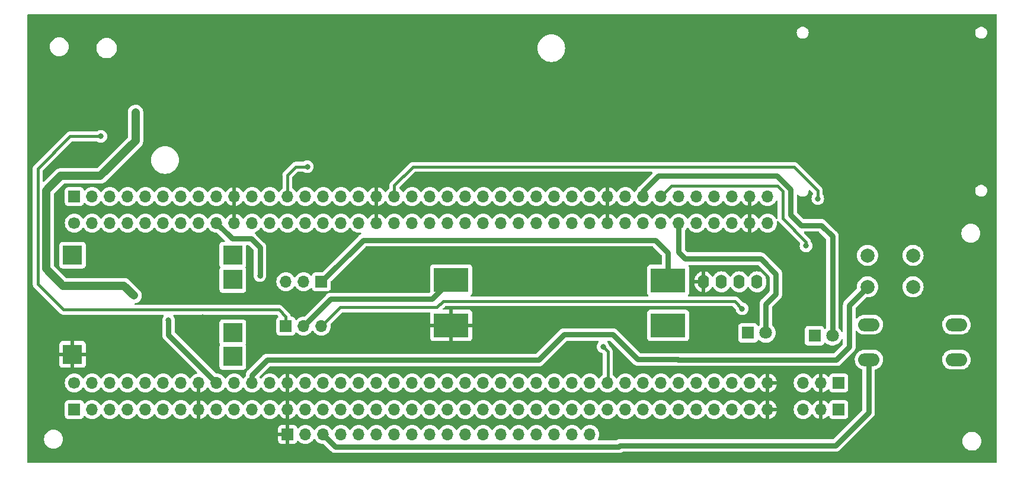
<source format=gbr>
%TF.GenerationSoftware,KiCad,Pcbnew,(7.99.0-200-gad838e3d73)*%
%TF.CreationDate,2024-03-11T18:46:40+07:00*%
%TF.ProjectId,WMS,574d532e-6b69-4636-9164-5f7063625858,rev?*%
%TF.SameCoordinates,Original*%
%TF.FileFunction,Copper,L2,Bot*%
%TF.FilePolarity,Positive*%
%FSLAX46Y46*%
G04 Gerber Fmt 4.6, Leading zero omitted, Abs format (unit mm)*
G04 Created by KiCad (PCBNEW (7.99.0-200-gad838e3d73)) date 2024-03-11 18:46:40*
%MOMM*%
%LPD*%
G01*
G04 APERTURE LIST*
%TA.AperFunction,ComponentPad*%
%ADD10R,1.700000X1.700000*%
%TD*%
%TA.AperFunction,ComponentPad*%
%ADD11O,1.700000X1.700000*%
%TD*%
%TA.AperFunction,ComponentPad*%
%ADD12C,2.000000*%
%TD*%
%TA.AperFunction,ComponentPad*%
%ADD13O,1.600000X2.000000*%
%TD*%
%TA.AperFunction,ComponentPad*%
%ADD14C,1.700000*%
%TD*%
%TA.AperFunction,ComponentPad*%
%ADD15R,1.800000X1.800000*%
%TD*%
%TA.AperFunction,ComponentPad*%
%ADD16C,1.800000*%
%TD*%
%TA.AperFunction,ComponentPad*%
%ADD17O,3.048000X1.850000*%
%TD*%
%TA.AperFunction,ComponentPad*%
%ADD18R,5.000000X3.500000*%
%TD*%
%TA.AperFunction,ComponentPad*%
%ADD19R,2.800000X2.800000*%
%TD*%
%TA.AperFunction,ViaPad*%
%ADD20C,0.800000*%
%TD*%
%TA.AperFunction,Conductor*%
%ADD21C,1.200000*%
%TD*%
%TA.AperFunction,Conductor*%
%ADD22C,0.400000*%
%TD*%
%TA.AperFunction,Conductor*%
%ADD23C,0.800000*%
%TD*%
G04 APERTURE END LIST*
D10*
%TO.P,SW4,1,A*%
%TO.N,/Subsistem Power/PWR_SWITCH_OUT*%
X110489999Y-90169999D03*
D11*
%TO.P,SW4,2,B*%
%TO.N,/Subsistem Power/TP4056_OUT+*%
X107949999Y-90169999D03*
%TO.P,SW4,3,C*%
%TO.N,unconnected-(SW4-C-Pad3)*%
X105409999Y-90169999D03*
%TD*%
D10*
%TO.P,SW3,1,A*%
%TO.N,/POWER_RFID*%
X105409999Y-96519999D03*
D11*
%TO.P,SW3,2,B*%
%TO.N,+5V*%
X107949999Y-96519999D03*
%TO.P,SW3,3,C*%
%TO.N,/POWER_BARCODE*%
X110489999Y-96519999D03*
%TD*%
D12*
%TO.P,SW2,1,A*%
%TO.N,+5V*%
X188520000Y-86396000D03*
X195020000Y-86396000D03*
%TO.P,SW2,2,B*%
%TO.N,P13_6*%
X188520000Y-90896000D03*
X195020000Y-90896000D03*
%TD*%
D10*
%TO.P,J2,1,Pin_1*%
%TO.N,B.TX*%
X75183999Y-108457999D03*
D11*
%TO.P,J2,2,Pin_2*%
%TO.N,B.RTS*%
X77723999Y-108457999D03*
%TO.P,J2,3,Pin_3*%
%TO.N,B.CTS*%
X80263999Y-108457999D03*
%TO.P,J2,4,Pin_4*%
%TO.N,B.RX*%
X82803999Y-108457999D03*
%TO.P,J2,5,Pin_5*%
%TO.N,P6_6*%
X85343999Y-108457999D03*
%TO.P,J2,6,Pin_6*%
%TO.N,P6_7*%
X87883999Y-108457999D03*
%TO.P,J2,7,Pin_7*%
%TO.N,XRES*%
X90423999Y-108457999D03*
%TO.P,J2,8,Pin_8*%
%TO.N,GND*%
X92963999Y-108457999D03*
%TO.P,J2,9,Pin_9*%
%TO.N,VTARG*%
X95503999Y-108457999D03*
%TO.P,J2,10,Pin_10*%
%TO.N,P0_4*%
X98043999Y-108457999D03*
%TO.P,J2,11,Pin_11*%
%TO.N,P13_6*%
X100583999Y-108457999D03*
%TO.P,J2,12,Pin_12*%
%TO.N,P13_7*%
X103123999Y-108457999D03*
%TO.P,J2,13,Pin_13*%
%TO.N,GND*%
X105663999Y-108457999D03*
%TO.P,J2,14,Pin_14*%
%TO.N,P13_5*%
X108203999Y-108457999D03*
%TO.P,J2,15,Pin_15*%
%TO.N,P13_4*%
X110743999Y-108457999D03*
%TO.P,J2,16,Pin_16*%
%TO.N,P13_0*%
X113283999Y-108457999D03*
%TO.P,J2,17,Pin_17*%
%TO.N,P13_3*%
X115823999Y-108457999D03*
%TO.P,J2,18,Pin_18*%
%TO.N,P13_2*%
X118363999Y-108457999D03*
%TO.P,J2,19,Pin_19*%
%TO.N,P13_1*%
X120903999Y-108457999D03*
%TO.P,J2,20,Pin_20*%
%TO.N,VDDIO_0*%
X123443999Y-108457999D03*
%TO.P,J2,21,Pin_21*%
%TO.N,P12_4*%
X125983999Y-108457999D03*
%TO.P,J2,22,Pin_22*%
%TO.N,P12_1*%
X128523999Y-108457999D03*
%TO.P,J2,23,Pin_23*%
%TO.N,P12_0*%
X131063999Y-108457999D03*
%TO.P,J2,24,Pin_24*%
%TO.N,P12_5*%
X133603999Y-108457999D03*
%TO.P,J2,25,Pin_25*%
%TO.N,P11_6*%
X136143999Y-108457999D03*
%TO.P,J2,26,Pin_26*%
%TO.N,P11_5*%
X138683999Y-108457999D03*
%TO.P,J2,27,Pin_27*%
%TO.N,P11_7*%
X141223999Y-108457999D03*
%TO.P,J2,28,Pin_28*%
%TO.N,P11_2*%
X143763999Y-108457999D03*
%TO.P,J2,29,Pin_29*%
%TO.N,P11_3*%
X146303999Y-108457999D03*
%TO.P,J2,30,Pin_30*%
%TO.N,P11_4*%
X148843999Y-108457999D03*
%TO.P,J2,31,Pin_31*%
%TO.N,P12_3*%
X151383999Y-108457999D03*
%TO.P,J2,32,Pin_32*%
%TO.N,P0_5*%
X153923999Y-108457999D03*
%TO.P,J2,33,Pin_33*%
%TO.N,P10_5*%
X156463999Y-108457999D03*
%TO.P,J2,34,Pin_34*%
%TO.N,P10_1*%
X159003999Y-108457999D03*
%TO.P,J2,35,Pin_35*%
%TO.N,P10_2*%
X161543999Y-108457999D03*
%TO.P,J2,36,Pin_36*%
%TO.N,P10_4*%
X164083999Y-108457999D03*
%TO.P,J2,37,Pin_37*%
%TO.N,P10_3*%
X166623999Y-108457999D03*
%TO.P,J2,38,Pin_38*%
%TO.N,P10_0*%
X169163999Y-108457999D03*
%TO.P,J2,39,Pin_39*%
%TO.N,VTARG*%
X171703999Y-108457999D03*
%TO.P,J2,40,Pin_40*%
%TO.N,GND*%
X174243999Y-108457999D03*
%TD*%
D13*
%TO.P,Brd1,1,GND*%
%TO.N,GND*%
X165099999Y-90169999D03*
%TO.P,Brd1,2,VCC*%
%TO.N,+5V*%
X167639999Y-90169999D03*
%TO.P,Brd1,3,SCL*%
%TO.N,P6_0*%
X170179999Y-90169999D03*
%TO.P,Brd1,4,SDA*%
%TO.N,P6_1*%
X172719999Y-90169999D03*
%TD*%
D10*
%TO.P,J3,1,Pin_1*%
%TO.N,+5V*%
X184403999Y-108457999D03*
D11*
%TO.P,J3,2,Pin_2*%
%TO.N,GND*%
X181863999Y-108457999D03*
%TO.P,J3,3,Pin_3*%
%TO.N,+3V3*%
X179323999Y-108457999D03*
%TD*%
D14*
%TO.P,U6,1,P5_0*%
%TO.N,P5_0*%
X75184000Y-81788000D03*
D11*
%TO.P,U6,2,P5_1*%
%TO.N,P5_1*%
X77723999Y-81787999D03*
%TO.P,U6,3,P5_2*%
%TO.N,P5_2*%
X80263999Y-81787999D03*
%TO.P,U6,4,P5_3*%
%TO.N,P5_3*%
X82803999Y-81787999D03*
%TO.P,U6,5,P5_4*%
%TO.N,P5_4*%
X85343999Y-81787999D03*
%TO.P,U6,6,P5_5*%
%TO.N,P5_5*%
X87883999Y-81787999D03*
%TO.P,U6,7,P5_6*%
%TO.N,P5_6*%
X90423999Y-81787999D03*
%TO.P,U6,8,P5_7*%
%TO.N,P5_7*%
X92963999Y-81787999D03*
%TO.P,U6,9,VTARG*%
%TO.N,VTARG*%
X95503999Y-81787999D03*
%TO.P,U6,10,GND*%
%TO.N,GND*%
X98043999Y-81787999D03*
%TO.P,U6,11,VDD_USB*%
%TO.N,VDD_USB*%
X100583999Y-81787999D03*
%TO.P,U6,12,P6_0*%
%TO.N,P6_0*%
X103123999Y-81787999D03*
%TO.P,U6,13,P6_1*%
%TO.N,P6_1*%
X105663999Y-81787999D03*
%TO.P,U6,14,P6_2*%
%TO.N,P6_2*%
X108203999Y-81787999D03*
%TO.P,U6,15,P6_4*%
%TO.N,P6_4*%
X110743999Y-81787999D03*
%TO.P,U6,16,P6_5*%
%TO.N,P6_5*%
X113283999Y-81787999D03*
%TO.P,U6,17,P6_VDD*%
%TO.N,P6_VDD*%
X115823999Y-81787999D03*
%TO.P,U6,18,GND*%
%TO.N,GND*%
X118363999Y-81787999D03*
%TO.P,U6,19,P9_0*%
%TO.N,P9_0*%
X120903999Y-81787999D03*
%TO.P,U6,20,P9_5*%
%TO.N,P9_5*%
X123443999Y-81787999D03*
%TO.P,U6,21,P9_3*%
%TO.N,P9_3*%
X125983999Y-81787999D03*
%TO.P,U6,22,P8_5*%
%TO.N,P8_5*%
X128523999Y-81787999D03*
%TO.P,U6,23,P8_2*%
%TO.N,P8_2*%
X131063999Y-81787999D03*
%TO.P,U6,24,P1_0*%
%TO.N,P1_0*%
X133603999Y-81787999D03*
%TO.P,U6,25,P6_3*%
%TO.N,P6_3*%
X136143999Y-81787999D03*
%TO.P,U6,26,P8_1*%
%TO.N,P8_1*%
X138683999Y-81787999D03*
%TO.P,U6,27,P8_6*%
%TO.N,P8_6*%
X141223999Y-81787999D03*
%TO.P,U6,28,P8_4*%
%TO.N,P8_4*%
X143763999Y-81787999D03*
%TO.P,U6,29,P8_3*%
%TO.N,P8_3*%
X146303999Y-81787999D03*
%TO.P,U6,30,P8_7*%
%TO.N,P8_7*%
X148843999Y-81787999D03*
%TO.P,U6,31,GND*%
%TO.N,GND*%
X151383999Y-81787999D03*
%TO.P,U6,32,P8_0*%
%TO.N,P8_0*%
X153923999Y-81787999D03*
%TO.P,U6,33,P9_2*%
%TO.N,P9_2*%
X156463999Y-81787999D03*
%TO.P,U6,34,P9_1*%
%TO.N,P9_1*%
X159003999Y-81787999D03*
%TO.P,U6,35,P9_4*%
%TO.N,P9_4*%
X161543999Y-81787999D03*
%TO.P,U6,36,P9_7*%
%TO.N,P9_7*%
X164083999Y-81787999D03*
%TO.P,U6,37,P9_6*%
%TO.N,P9_6*%
X166623999Y-81787999D03*
%TO.P,U6,38,VBACKUP*%
%TO.N,VBACKUP*%
X169163999Y-81787999D03*
%TO.P,U6,39,GND*%
%TO.N,GND*%
X171703999Y-81787999D03*
%TO.P,U6,40,VREF*%
%TO.N,VREF*%
X174243999Y-81787999D03*
%TO.P,U6,41,GND*%
%TO.N,GND*%
X174243999Y-104647999D03*
%TO.P,U6,42,VTARG*%
%TO.N,VTARG*%
X171703999Y-104647999D03*
%TO.P,U6,43,P10_0*%
%TO.N,P10_0*%
X169163999Y-104647999D03*
%TO.P,U6,44,P10_3*%
%TO.N,P10_3*%
X166623999Y-104647999D03*
%TO.P,U6,45,P10_4*%
%TO.N,P10_4*%
X164083999Y-104647999D03*
%TO.P,U6,46,P10_2*%
%TO.N,P10_2*%
X161543999Y-104647999D03*
%TO.P,U6,47,P10_1*%
%TO.N,P10_1*%
X159003999Y-104647999D03*
%TO.P,U6,48,P10_5*%
%TO.N,P10_5*%
X156463999Y-104647999D03*
%TO.P,U6,49,P0_5*%
%TO.N,P0_5*%
X153923999Y-104647999D03*
%TO.P,U6,50,P12_3*%
%TO.N,P12_3*%
X151383999Y-104647999D03*
%TO.P,U6,51,P11_4*%
%TO.N,P11_4*%
X148843999Y-104647999D03*
%TO.P,U6,52,P11_3*%
%TO.N,P11_3*%
X146303999Y-104647999D03*
%TO.P,U6,53,P11_2*%
%TO.N,P11_2*%
X143763999Y-104647999D03*
%TO.P,U6,54,P11_7*%
%TO.N,P11_7*%
X141223999Y-104647999D03*
%TO.P,U6,55,P11_5*%
%TO.N,P11_5*%
X138683999Y-104647999D03*
%TO.P,U6,56,P11_6*%
%TO.N,P11_6*%
X136143999Y-104647999D03*
%TO.P,U6,57,P12_5*%
%TO.N,P12_5*%
X133603999Y-104647999D03*
%TO.P,U6,58,P12_0*%
%TO.N,P12_0*%
X131063999Y-104647999D03*
%TO.P,U6,59,P12_1*%
%TO.N,P12_1*%
X128523999Y-104647999D03*
%TO.P,U6,60,P12_4*%
%TO.N,P12_4*%
X125983999Y-104647999D03*
%TO.P,U6,61,VDDIO_0*%
%TO.N,VDDIO_0*%
X123443999Y-104647999D03*
%TO.P,U6,62,P13_1*%
%TO.N,P13_1*%
X120903999Y-104647999D03*
%TO.P,U6,63,P13_2*%
%TO.N,P13_2*%
X118363999Y-104647999D03*
%TO.P,U6,64,P13_3*%
%TO.N,P13_3*%
X115823999Y-104647999D03*
%TO.P,U6,65,P13_0*%
%TO.N,P13_0*%
X113283999Y-104647999D03*
%TO.P,U6,66,P13_4*%
%TO.N,P13_4*%
X110743999Y-104647999D03*
%TO.P,U6,67,P13_5*%
%TO.N,P13_5*%
X108203999Y-104647999D03*
%TO.P,U6,68,GND*%
%TO.N,GND*%
X105663999Y-104647999D03*
%TO.P,U6,69,P13_7*%
%TO.N,P13_7*%
X103123999Y-104647999D03*
%TO.P,U6,70,P13_6*%
%TO.N,P13_6*%
X100583999Y-104647999D03*
%TO.P,U6,71,P0_4*%
%TO.N,P0_4*%
X98043999Y-104647999D03*
%TO.P,U6,72,VTARG*%
%TO.N,VTARG*%
X95503999Y-104647999D03*
%TO.P,U6,73,GND*%
%TO.N,GND*%
X92963999Y-104647999D03*
%TO.P,U6,74,XRES*%
%TO.N,XRES*%
X90423999Y-104647999D03*
%TO.P,U6,75,P6_7*%
%TO.N,P6_7*%
X87883999Y-104647999D03*
%TO.P,U6,76,P6_6*%
%TO.N,P6_6*%
X85343999Y-104647999D03*
%TO.P,U6,77,B.RX*%
%TO.N,B.RX*%
X82803999Y-104647999D03*
%TO.P,U6,78,B.CTS*%
%TO.N,B.CTS*%
X80263999Y-104647999D03*
%TO.P,U6,79,B.RTS*%
%TO.N,B.RTS*%
X77723999Y-104647999D03*
D14*
%TO.P,U6,80,B.TX*%
%TO.N,B.TX*%
X75184000Y-104648000D03*
D11*
%TO.P,U6,81,3V3*%
%TO.N,+3V3*%
X179323999Y-104647999D03*
%TO.P,U6,82,GND*%
%TO.N,GND*%
X181863999Y-104647999D03*
D10*
%TO.P,U6,83,5V*%
%TO.N,+5V*%
X184403999Y-104647999D03*
%TD*%
D15*
%TO.P,D1,1,K*%
%TO.N,Net-(D1-K)*%
X180944599Y-97891599D03*
D16*
%TO.P,D1,2,A*%
%TO.N,P9_2*%
X183484600Y-97891600D03*
%TD*%
D15*
%TO.P,D2,1,K*%
%TO.N,Net-(D2-K)*%
X171449999Y-97485199D03*
D16*
%TO.P,D2,2,A*%
%TO.N,P9_4*%
X173990000Y-97485200D03*
%TD*%
D17*
%TO.P,SW1,1,A*%
%TO.N,+5V*%
X188721999Y-96305999D03*
X201221999Y-96305999D03*
%TO.P,SW1,2,B*%
%TO.N,P13_4*%
X188721999Y-101305999D03*
X201221999Y-101305999D03*
%TD*%
D10*
%TO.P,U5,1,GND*%
%TO.N,GND*%
X105663999Y-112013999D03*
D11*
%TO.P,U5,2,13_5*%
%TO.N,P13_5*%
X108203999Y-112013999D03*
%TO.P,U5,3,13_4*%
%TO.N,P13_4*%
X110743999Y-112013999D03*
%TO.P,U5,4,13_0*%
%TO.N,P13_0*%
X113283999Y-112013999D03*
%TO.P,U5,5,13_3*%
%TO.N,P13_3*%
X115823999Y-112013999D03*
%TO.P,U5,6,13_2*%
%TO.N,P13_2*%
X118363999Y-112013999D03*
%TO.P,U5,7,13_1*%
%TO.N,P13_1*%
X120903999Y-112013999D03*
%TO.P,U5,8,VDDIO_0*%
%TO.N,VDDIO_0*%
X123443999Y-112013999D03*
%TO.P,U5,9,12_4*%
%TO.N,P12_4*%
X125983999Y-112013999D03*
%TO.P,U5,10,12_1*%
%TO.N,P12_1*%
X128523999Y-112013999D03*
%TO.P,U5,11,12_0*%
%TO.N,P12_0*%
X131063999Y-112013999D03*
%TO.P,U5,12,12_5*%
%TO.N,P12_5*%
X133603999Y-112013999D03*
%TO.P,U5,13,11_6*%
%TO.N,P11_6*%
X136143999Y-112013999D03*
%TO.P,U5,14,11_5*%
%TO.N,P11_5*%
X138683999Y-112013999D03*
%TO.P,U5,15,11_7*%
%TO.N,P11_7*%
X141223999Y-112013999D03*
%TO.P,U5,16,11_2*%
%TO.N,P11_2*%
X143763999Y-112013999D03*
%TO.P,U5,17,11_3*%
%TO.N,P11_3*%
X146303999Y-112013999D03*
%TO.P,U5,18,11_4*%
%TO.N,P11_4*%
X148843999Y-112013999D03*
%TD*%
D10*
%TO.P,J1,1,Pin_1*%
%TO.N,P5_0*%
X75183999Y-77977999D03*
D11*
%TO.P,J1,2,Pin_2*%
%TO.N,P5_1*%
X77723999Y-77977999D03*
%TO.P,J1,3,Pin_3*%
%TO.N,P5_2*%
X80263999Y-77977999D03*
%TO.P,J1,4,Pin_4*%
%TO.N,P5_3*%
X82803999Y-77977999D03*
%TO.P,J1,5,Pin_5*%
%TO.N,P5_4*%
X85343999Y-77977999D03*
%TO.P,J1,6,Pin_6*%
%TO.N,P5_5*%
X87883999Y-77977999D03*
%TO.P,J1,7,Pin_7*%
%TO.N,P5_6*%
X90423999Y-77977999D03*
%TO.P,J1,8,Pin_8*%
%TO.N,P5_7*%
X92963999Y-77977999D03*
%TO.P,J1,9,Pin_9*%
%TO.N,VTARG*%
X95503999Y-77977999D03*
%TO.P,J1,10,Pin_10*%
%TO.N,GND*%
X98043999Y-77977999D03*
%TO.P,J1,11,Pin_11*%
%TO.N,VDD_USB*%
X100583999Y-77977999D03*
%TO.P,J1,12,Pin_12*%
%TO.N,P6_0*%
X103123999Y-77977999D03*
%TO.P,J1,13,Pin_13*%
%TO.N,P6_1*%
X105663999Y-77977999D03*
%TO.P,J1,14,Pin_14*%
%TO.N,P6_2*%
X108203999Y-77977999D03*
%TO.P,J1,15,Pin_15*%
%TO.N,P6_4*%
X110743999Y-77977999D03*
%TO.P,J1,16,Pin_16*%
%TO.N,P6_5*%
X113283999Y-77977999D03*
%TO.P,J1,17,Pin_17*%
%TO.N,P6_VDD*%
X115823999Y-77977999D03*
%TO.P,J1,18,Pin_18*%
%TO.N,GND*%
X118363999Y-77977999D03*
%TO.P,J1,19,Pin_19*%
%TO.N,P9_0*%
X120903999Y-77977999D03*
%TO.P,J1,20,Pin_20*%
%TO.N,P9_5*%
X123443999Y-77977999D03*
%TO.P,J1,21,Pin_21*%
%TO.N,P9_3*%
X125983999Y-77977999D03*
%TO.P,J1,22,Pin_22*%
%TO.N,P8_5*%
X128523999Y-77977999D03*
%TO.P,J1,23,Pin_23*%
%TO.N,P8_2*%
X131063999Y-77977999D03*
%TO.P,J1,24,Pin_24*%
%TO.N,P1_0*%
X133603999Y-77977999D03*
%TO.P,J1,25,Pin_25*%
%TO.N,P6_3*%
X136143999Y-77977999D03*
%TO.P,J1,26,Pin_26*%
%TO.N,P8_1*%
X138683999Y-77977999D03*
%TO.P,J1,27,Pin_27*%
%TO.N,P8_6*%
X141223999Y-77977999D03*
%TO.P,J1,28,Pin_28*%
%TO.N,P8_4*%
X143763999Y-77977999D03*
%TO.P,J1,29,Pin_29*%
%TO.N,P8_3*%
X146303999Y-77977999D03*
%TO.P,J1,30,Pin_30*%
%TO.N,P8_7*%
X148843999Y-77977999D03*
%TO.P,J1,31,Pin_31*%
%TO.N,GND*%
X151383999Y-77977999D03*
%TO.P,J1,32,Pin_32*%
%TO.N,P8_0*%
X153923999Y-77977999D03*
%TO.P,J1,33,Pin_33*%
%TO.N,P9_2*%
X156463999Y-77977999D03*
%TO.P,J1,34,Pin_34*%
%TO.N,P9_1*%
X159003999Y-77977999D03*
%TO.P,J1,35,Pin_35*%
%TO.N,P9_4*%
X161543999Y-77977999D03*
%TO.P,J1,36,Pin_36*%
%TO.N,P9_7*%
X164083999Y-77977999D03*
%TO.P,J1,37,Pin_37*%
%TO.N,P9_6*%
X166623999Y-77977999D03*
%TO.P,J1,38,Pin_38*%
%TO.N,VBACKUP*%
X169163999Y-77977999D03*
%TO.P,J1,39,Pin_39*%
%TO.N,GND*%
X171703999Y-77977999D03*
%TO.P,J1,40,Pin_40*%
%TO.N,VREF*%
X174243999Y-77977999D03*
%TD*%
D18*
%TO.P,U3,1,VIN+*%
%TO.N,/Subsistem Power/PWR_SWITCH_OUT*%
X160019999Y-89965999D03*
%TO.P,U3,2,VIN-*%
%TO.N,/Subsistem Power/TP4056_OUT-*%
X160019999Y-96415999D03*
%TO.P,U3,3,VOUT-*%
%TO.N,GND*%
X129019999Y-96415999D03*
%TO.P,U3,4,VOUT+*%
%TO.N,+5V*%
X129019999Y-89915999D03*
%TD*%
D19*
%TO.P,U2,1,5V*%
%TO.N,+5VA*%
X74929999Y-86359999D03*
%TO.P,U2,2,GND*%
%TO.N,GND*%
X74929999Y-100559999D03*
%TO.P,U2,3,OUT+*%
%TO.N,/Subsistem Power/TP4056_OUT+*%
X97829999Y-86359999D03*
%TO.P,U2,4,OUT-*%
%TO.N,/Subsistem Power/TP4056_OUT-*%
X97829999Y-100859999D03*
%TO.P,U2,5,B+*%
%TO.N,/Subsistem Power/BAT+*%
X97829999Y-89859999D03*
%TO.P,U2,6,B-*%
%TO.N,/Subsistem Power/BAT-*%
X97829999Y-97459999D03*
%TD*%
D20*
%TO.N,/Subsistem Power/BAT-*%
X83718400Y-92151200D03*
X83921600Y-65938400D03*
%TO.N,VTARG*%
X101701600Y-89281000D03*
%TO.N,GND*%
X120319800Y-58496200D03*
X105587800Y-58318400D03*
X100482400Y-98780600D03*
X93497400Y-95250000D03*
X151434800Y-110998000D03*
X179019200Y-78968600D03*
X161950400Y-99669600D03*
X155651200Y-96875600D03*
%TO.N,VTARG*%
X88646000Y-95656400D03*
%TO.N,GND*%
X197866000Y-80086200D03*
X190804800Y-82397600D03*
X173075600Y-71424800D03*
X186740800Y-76403200D03*
X191566800Y-79984600D03*
X197535800Y-88569800D03*
%TO.N,P9_1*%
X179730400Y-85039200D03*
%TO.N,P9_0*%
X181406800Y-78282800D03*
%TO.N,/POWER_BARCODE*%
X170586400Y-94030800D03*
%TO.N,P6_1*%
X108483400Y-73710800D03*
%TO.N,/POWER_RFID*%
X78968600Y-69367400D03*
%TO.N,P12_3*%
X150723600Y-99466400D03*
%TD*%
D21*
%TO.N,/Subsistem Power/BAT-*%
X83921600Y-70027800D02*
X83921600Y-65938400D01*
X78917800Y-75031600D02*
X83921600Y-70027800D01*
X73228200Y-75031600D02*
X78917800Y-75031600D01*
X71170800Y-77089000D02*
X73228200Y-75031600D01*
X71170800Y-88341200D02*
X71170800Y-77089000D01*
X73558400Y-90728800D02*
X71170800Y-88341200D01*
X82296000Y-90728800D02*
X73558400Y-90728800D01*
X83718400Y-92151200D02*
X82296000Y-90728800D01*
D22*
%TO.N,/POWER_RFID*%
X105410000Y-95173800D02*
X105410000Y-96520000D01*
X104419400Y-94183200D02*
X105410000Y-95173800D01*
X73660000Y-94183200D02*
X104419400Y-94183200D01*
X69951600Y-74015600D02*
X69951600Y-90474800D01*
X69951600Y-90474800D02*
X73660000Y-94183200D01*
X78968600Y-69367400D02*
X74599800Y-69367400D01*
X74599800Y-69367400D02*
X69951600Y-74015600D01*
D23*
%TO.N,VTARG*%
X97739200Y-84023200D02*
X95504000Y-81788000D01*
X101701600Y-85267800D02*
X100457000Y-84023200D01*
X100457000Y-84023200D02*
X97739200Y-84023200D01*
X101701600Y-89281000D02*
X101701600Y-85267800D01*
X88646000Y-97790000D02*
X95504000Y-104648000D01*
X88646000Y-95656400D02*
X88646000Y-97790000D01*
%TO.N,P13_4*%
X188671200Y-101356800D02*
X188722000Y-101306000D01*
X153111200Y-113588800D02*
X183921400Y-113588800D01*
X183921400Y-113588800D02*
X188671200Y-108839000D01*
X152933400Y-113766600D02*
X153111200Y-113588800D01*
X112496600Y-113766600D02*
X152933400Y-113766600D01*
X110744000Y-112014000D02*
X112496600Y-113766600D01*
X188671200Y-108839000D02*
X188671200Y-101356800D01*
D22*
%TO.N,P12_3*%
X151409400Y-104622600D02*
X151384000Y-104648000D01*
X150723600Y-99466400D02*
X151409400Y-100152200D01*
X151409400Y-100152200D02*
X151409400Y-104622600D01*
%TO.N,/POWER_BARCODE*%
X127000000Y-93827600D02*
X113182400Y-93827600D01*
X127863600Y-92964000D02*
X127000000Y-93827600D01*
X169519600Y-92964000D02*
X127863600Y-92964000D01*
X113182400Y-93827600D02*
X110490000Y-96520000D01*
X170586400Y-94030800D02*
X169519600Y-92964000D01*
%TO.N,P9_1*%
X179730400Y-85039200D02*
X179730400Y-84455000D01*
X160528000Y-76454000D02*
X159004000Y-77978000D01*
X175641000Y-76454000D02*
X160528000Y-76454000D01*
X176377600Y-77190600D02*
X175641000Y-76454000D01*
X179730400Y-84455000D02*
X176377600Y-81102200D01*
X176377600Y-81102200D02*
X176377600Y-77190600D01*
D23*
%TO.N,P9_2*%
X183484600Y-83662600D02*
X183484600Y-97891600D01*
X181914800Y-82092800D02*
X183484600Y-83662600D01*
X179044600Y-82092800D02*
X181914800Y-82092800D01*
X177520600Y-80568800D02*
X179044600Y-82092800D01*
X158648400Y-75031600D02*
X175564800Y-75031600D01*
X156464000Y-77216000D02*
X158648400Y-75031600D01*
X175564800Y-75031600D02*
X177520600Y-76987400D01*
X156464000Y-77978000D02*
X156464000Y-77216000D01*
X177520600Y-76987400D02*
X177520600Y-80568800D01*
D22*
%TO.N,P9_0*%
X120904000Y-76403200D02*
X120904000Y-77978000D01*
X178003200Y-73736200D02*
X123571000Y-73736200D01*
X123571000Y-73736200D02*
X120904000Y-76403200D01*
X181406800Y-77139800D02*
X178003200Y-73736200D01*
X181406800Y-78282800D02*
X181406800Y-77139800D01*
D23*
%TO.N,P13_6*%
X100584000Y-103505000D02*
X100584000Y-104648000D01*
X102717600Y-101371400D02*
X100584000Y-103505000D01*
X141528800Y-101371400D02*
X102717600Y-101371400D01*
X145186400Y-97713800D02*
X141528800Y-101371400D01*
X155702000Y-101295200D02*
X152120600Y-97713800D01*
X161417000Y-101295200D02*
X155702000Y-101295200D01*
X152120600Y-97713800D02*
X145186400Y-97713800D01*
X184073800Y-101320600D02*
X161442400Y-101320600D01*
X161442400Y-101320600D02*
X161417000Y-101295200D01*
X185902600Y-99491800D02*
X184073800Y-101320600D01*
X188520000Y-90896000D02*
X185902600Y-93513400D01*
X185902600Y-93513400D02*
X185902600Y-99491800D01*
%TO.N,P9_4*%
X161544000Y-85953600D02*
X161544000Y-81788000D01*
X162458400Y-86868000D02*
X161544000Y-85953600D01*
X175412400Y-91922600D02*
X175412400Y-89027000D01*
X173990000Y-97485200D02*
X173990000Y-93345000D01*
X173990000Y-93345000D02*
X175412400Y-91922600D01*
X175412400Y-89027000D02*
X173253400Y-86868000D01*
X173253400Y-86868000D02*
X162458400Y-86868000D01*
D22*
%TO.N,P6_1*%
X105613200Y-77927200D02*
X105664000Y-77978000D01*
X106832400Y-73710800D02*
X105613200Y-74930000D01*
X108483400Y-73710800D02*
X106832400Y-73710800D01*
X105613200Y-74930000D02*
X105613200Y-77927200D01*
D23*
%TO.N,+5V*%
X126276800Y-92659200D02*
X129020000Y-89916000D01*
X111810800Y-92659200D02*
X126276800Y-92659200D01*
X107950000Y-96520000D02*
X111810800Y-92659200D01*
%TO.N,/Subsistem Power/PWR_SWITCH_OUT*%
X158242000Y-84201000D02*
X160020000Y-85979000D01*
X160020000Y-85979000D02*
X160020000Y-89966000D01*
X116459000Y-84201000D02*
X158242000Y-84201000D01*
X110490000Y-90170000D02*
X116459000Y-84201000D01*
%TD*%
%TA.AperFunction,Conductor*%
%TO.N,GND*%
G36*
X206947500Y-51909313D02*
G01*
X206992887Y-51954700D01*
X207009500Y-52016700D01*
X207009500Y-115953500D01*
X206992887Y-116015500D01*
X206947500Y-116060887D01*
X206885500Y-116077500D01*
X68577500Y-116077500D01*
X68515500Y-116060887D01*
X68470113Y-116015500D01*
X68453500Y-115953500D01*
X68453500Y-112699800D01*
X70856541Y-112699800D01*
X70857013Y-112705195D01*
X70873767Y-112896696D01*
X70877137Y-112935208D01*
X70878536Y-112940430D01*
X70878537Y-112940434D01*
X70936894Y-113158230D01*
X70936897Y-113158238D01*
X70938297Y-113163463D01*
X71038165Y-113377629D01*
X71041272Y-113382066D01*
X71041273Y-113382068D01*
X71080178Y-113437630D01*
X71173705Y-113571201D01*
X71340799Y-113738295D01*
X71534371Y-113873835D01*
X71748537Y-113973703D01*
X71976792Y-114034863D01*
X72153234Y-114050300D01*
X72268458Y-114050300D01*
X72271166Y-114050300D01*
X72447608Y-114034863D01*
X72675863Y-113973703D01*
X72890029Y-113873835D01*
X73083601Y-113738295D01*
X73250695Y-113571201D01*
X73386235Y-113377630D01*
X73486103Y-113163463D01*
X73547263Y-112935208D01*
X73549598Y-112908518D01*
X104314000Y-112908518D01*
X104314353Y-112915114D01*
X104319573Y-112963667D01*
X104323111Y-112978641D01*
X104367547Y-113097777D01*
X104375962Y-113113189D01*
X104451498Y-113214092D01*
X104463907Y-113226501D01*
X104564810Y-113302037D01*
X104580222Y-113310452D01*
X104699358Y-113354888D01*
X104714332Y-113358426D01*
X104762885Y-113363646D01*
X104769482Y-113364000D01*
X105397674Y-113364000D01*
X105410549Y-113360549D01*
X105414000Y-113347674D01*
X105914000Y-113347674D01*
X105917450Y-113360549D01*
X105930326Y-113364000D01*
X106558518Y-113364000D01*
X106565114Y-113363646D01*
X106613667Y-113358426D01*
X106628641Y-113354888D01*
X106747777Y-113310452D01*
X106763189Y-113302037D01*
X106864092Y-113226501D01*
X106876501Y-113214092D01*
X106952037Y-113113189D01*
X106960452Y-113097777D01*
X107006422Y-112974529D01*
X107041401Y-112924149D01*
X107096246Y-112896696D01*
X107157539Y-112898885D01*
X107210284Y-112930180D01*
X107332599Y-113052495D01*
X107526170Y-113188035D01*
X107740337Y-113287903D01*
X107968592Y-113349063D01*
X108204000Y-113369659D01*
X108439408Y-113349063D01*
X108667663Y-113287903D01*
X108881830Y-113188035D01*
X109075401Y-113052495D01*
X109242495Y-112885401D01*
X109281696Y-112829417D01*
X109372425Y-112699842D01*
X109416743Y-112660976D01*
X109474000Y-112646965D01*
X109531257Y-112660976D01*
X109575575Y-112699842D01*
X109702395Y-112880961D01*
X109702401Y-112880968D01*
X109705505Y-112885401D01*
X109872599Y-113052495D01*
X110066170Y-113188035D01*
X110280337Y-113287903D01*
X110508592Y-113349063D01*
X110744000Y-113369659D01*
X110761946Y-113368088D01*
X110815162Y-113375093D01*
X110860435Y-113403935D01*
X111802835Y-114346335D01*
X111815471Y-114361129D01*
X111819892Y-114367214D01*
X111819894Y-114367217D01*
X111823712Y-114372471D01*
X111874106Y-114417846D01*
X111878815Y-114422315D01*
X111893220Y-114436720D01*
X111909037Y-114449528D01*
X111913976Y-114453745D01*
X111950532Y-114486661D01*
X111964384Y-114499133D01*
X111976522Y-114506141D01*
X111992554Y-114517159D01*
X112003451Y-114525983D01*
X112063889Y-114556777D01*
X112069575Y-114559865D01*
X112122679Y-114590525D01*
X112122683Y-114590526D01*
X112128316Y-114593779D01*
X112141641Y-114598108D01*
X112159622Y-114605556D01*
X112172112Y-114611920D01*
X112178388Y-114613601D01*
X112178389Y-114613602D01*
X112237614Y-114629471D01*
X112243837Y-114631314D01*
X112308344Y-114652274D01*
X112322274Y-114653738D01*
X112341419Y-114657286D01*
X112348673Y-114659230D01*
X112348675Y-114659230D01*
X112354955Y-114660913D01*
X112422695Y-114664462D01*
X112429153Y-114664971D01*
X112449408Y-114667100D01*
X112469775Y-114667100D01*
X112476264Y-114667270D01*
X112543988Y-114670819D01*
X112557827Y-114668627D01*
X112577226Y-114667100D01*
X152852774Y-114667100D01*
X152872172Y-114668627D01*
X152886012Y-114670819D01*
X152953736Y-114667270D01*
X152960226Y-114667100D01*
X152977352Y-114667100D01*
X152980592Y-114667100D01*
X152983813Y-114666761D01*
X152983821Y-114666761D01*
X153000847Y-114664971D01*
X153007306Y-114664462D01*
X153075046Y-114660913D01*
X153088587Y-114657283D01*
X153107716Y-114653738D01*
X153121656Y-114652274D01*
X153186161Y-114631314D01*
X153192362Y-114629477D01*
X153257888Y-114611920D01*
X153270373Y-114605557D01*
X153288356Y-114598108D01*
X153301684Y-114593779D01*
X153360435Y-114559857D01*
X153366110Y-114556777D01*
X153366134Y-114556765D01*
X153426549Y-114525983D01*
X153437445Y-114517158D01*
X153453626Y-114506054D01*
X153454030Y-114505821D01*
X153515872Y-114489300D01*
X183840774Y-114489300D01*
X183860172Y-114490827D01*
X183874012Y-114493019D01*
X183941736Y-114489470D01*
X183948226Y-114489300D01*
X183965352Y-114489300D01*
X183968592Y-114489300D01*
X183971813Y-114488961D01*
X183971821Y-114488961D01*
X183988847Y-114487171D01*
X183995306Y-114486662D01*
X184063046Y-114483113D01*
X184076587Y-114479483D01*
X184095716Y-114475938D01*
X184109656Y-114474474D01*
X184174161Y-114453514D01*
X184180362Y-114451677D01*
X184245888Y-114434120D01*
X184258373Y-114427757D01*
X184276356Y-114420308D01*
X184289684Y-114415979D01*
X184348435Y-114382057D01*
X184354110Y-114378977D01*
X184414549Y-114348183D01*
X184425445Y-114339358D01*
X184441483Y-114328337D01*
X184453616Y-114321333D01*
X184504057Y-114275915D01*
X184508933Y-114271751D01*
X184524780Y-114258919D01*
X184539179Y-114244518D01*
X184543870Y-114240066D01*
X184594288Y-114194671D01*
X184602525Y-114183332D01*
X184615161Y-114168536D01*
X185804497Y-112979200D01*
X202072941Y-112979200D01*
X202073413Y-112984595D01*
X202090940Y-113184933D01*
X202093537Y-113214608D01*
X202094936Y-113219830D01*
X202094937Y-113219834D01*
X202153294Y-113437630D01*
X202153297Y-113437638D01*
X202154697Y-113442863D01*
X202254565Y-113657029D01*
X202390105Y-113850601D01*
X202557199Y-114017695D01*
X202750771Y-114153235D01*
X202964937Y-114253103D01*
X202970167Y-114254504D01*
X202970169Y-114254505D01*
X202986643Y-114258919D01*
X203193192Y-114314263D01*
X203369634Y-114329700D01*
X203484858Y-114329700D01*
X203487566Y-114329700D01*
X203664008Y-114314263D01*
X203892263Y-114253103D01*
X204106429Y-114153235D01*
X204300001Y-114017695D01*
X204467095Y-113850601D01*
X204602635Y-113657030D01*
X204702503Y-113442863D01*
X204763663Y-113214608D01*
X204784259Y-112979200D01*
X204763663Y-112743792D01*
X204702503Y-112515537D01*
X204602635Y-112301371D01*
X204467095Y-112107799D01*
X204300001Y-111940705D01*
X204106429Y-111805165D01*
X203892263Y-111705297D01*
X203887038Y-111703897D01*
X203887030Y-111703894D01*
X203669234Y-111645537D01*
X203669230Y-111645536D01*
X203664008Y-111644137D01*
X203658620Y-111643665D01*
X203658617Y-111643665D01*
X203490264Y-111628936D01*
X203490262Y-111628935D01*
X203487566Y-111628700D01*
X203369634Y-111628700D01*
X203366938Y-111628935D01*
X203366935Y-111628936D01*
X203198582Y-111643665D01*
X203198577Y-111643665D01*
X203193192Y-111644137D01*
X203187971Y-111645535D01*
X203187965Y-111645537D01*
X202970169Y-111703894D01*
X202970157Y-111703898D01*
X202964937Y-111705297D01*
X202960032Y-111707583D01*
X202960027Y-111707586D01*
X202755681Y-111802875D01*
X202755677Y-111802877D01*
X202750771Y-111805165D01*
X202746338Y-111808268D01*
X202746331Y-111808273D01*
X202561634Y-111937599D01*
X202561629Y-111937602D01*
X202557199Y-111940705D01*
X202553375Y-111944528D01*
X202553369Y-111944534D01*
X202393936Y-112103967D01*
X202393930Y-112103973D01*
X202390105Y-112107799D01*
X202387006Y-112112223D01*
X202386999Y-112112233D01*
X202257666Y-112296940D01*
X202257661Y-112296947D01*
X202254565Y-112301370D01*
X202252283Y-112306261D01*
X202252278Y-112306272D01*
X202156986Y-112510627D01*
X202156983Y-112510632D01*
X202154697Y-112515537D01*
X202153298Y-112520757D01*
X202153294Y-112520769D01*
X202094937Y-112738565D01*
X202094935Y-112738571D01*
X202093537Y-112743792D01*
X202093065Y-112749177D01*
X202093065Y-112749182D01*
X202077230Y-112930181D01*
X202072941Y-112979200D01*
X185804497Y-112979200D01*
X189250943Y-109532755D01*
X189265731Y-109520126D01*
X189277071Y-109511888D01*
X189322457Y-109461480D01*
X189326912Y-109456787D01*
X189341320Y-109442380D01*
X189354164Y-109426517D01*
X189358331Y-109421638D01*
X189403733Y-109371216D01*
X189410736Y-109359084D01*
X189421764Y-109343039D01*
X189423765Y-109340568D01*
X189430583Y-109332149D01*
X189461386Y-109271693D01*
X189464464Y-109266025D01*
X189498379Y-109207284D01*
X189502711Y-109193949D01*
X189510156Y-109175975D01*
X189516520Y-109163487D01*
X189534071Y-109097983D01*
X189535915Y-109091760D01*
X189554866Y-109033437D01*
X189554866Y-109033433D01*
X189556874Y-109027256D01*
X189558338Y-109013317D01*
X189561883Y-108994190D01*
X189565513Y-108980645D01*
X189569062Y-108912906D01*
X189569571Y-108906447D01*
X189571361Y-108889421D01*
X189571361Y-108889413D01*
X189571700Y-108886192D01*
X189571700Y-108865825D01*
X189571870Y-108859336D01*
X189575079Y-108798101D01*
X189575078Y-108798100D01*
X189575419Y-108791612D01*
X189573227Y-108777772D01*
X189571700Y-108758374D01*
X189571700Y-102809600D01*
X189583442Y-102756930D01*
X189616443Y-102714235D01*
X189664453Y-102689601D01*
X189797608Y-102654931D01*
X190018723Y-102554981D01*
X190219765Y-102419100D01*
X190394952Y-102251197D01*
X190539244Y-102056102D01*
X190648488Y-101839429D01*
X190719543Y-101607409D01*
X190750365Y-101366719D01*
X190745206Y-101245281D01*
X199193635Y-101245281D01*
X199193858Y-101250535D01*
X199193858Y-101250540D01*
X199199015Y-101371936D01*
X199203934Y-101487719D01*
X199205041Y-101492860D01*
X199205043Y-101492868D01*
X199253946Y-101719779D01*
X199255056Y-101724928D01*
X199257018Y-101729811D01*
X199257020Y-101729817D01*
X199315334Y-101874935D01*
X199345532Y-101950086D01*
X199362801Y-101978132D01*
X199469999Y-102152234D01*
X199470002Y-102152238D01*
X199472758Y-102156714D01*
X199476231Y-102160660D01*
X199476234Y-102160664D01*
X199522500Y-102213232D01*
X199633075Y-102338869D01*
X199821870Y-102491311D01*
X200033712Y-102609653D01*
X200262507Y-102690491D01*
X200501672Y-102731500D01*
X201878923Y-102731500D01*
X201881554Y-102731500D01*
X202062782Y-102716075D01*
X202297608Y-102654931D01*
X202518723Y-102554981D01*
X202719765Y-102419100D01*
X202894952Y-102251197D01*
X203039244Y-102056102D01*
X203148488Y-101839429D01*
X203219543Y-101607409D01*
X203250365Y-101366719D01*
X203240066Y-101124281D01*
X203188944Y-100887072D01*
X203098468Y-100661914D01*
X202986900Y-100480716D01*
X202974000Y-100459765D01*
X202973998Y-100459763D01*
X202971242Y-100455286D01*
X202963303Y-100446266D01*
X202909612Y-100385261D01*
X202810925Y-100273131D01*
X202622130Y-100120689D01*
X202571961Y-100092663D01*
X202414888Y-100004916D01*
X202414881Y-100004912D01*
X202410288Y-100002347D01*
X202405322Y-100000592D01*
X202405319Y-100000591D01*
X202186462Y-99923264D01*
X202186455Y-99923262D01*
X202181493Y-99921509D01*
X202176303Y-99920619D01*
X202176295Y-99920617D01*
X201947521Y-99881390D01*
X201947516Y-99881389D01*
X201942328Y-99880500D01*
X200562446Y-99880500D01*
X200559830Y-99880722D01*
X200559821Y-99880723D01*
X200386471Y-99895477D01*
X200386460Y-99895478D01*
X200381218Y-99895925D01*
X200376119Y-99897252D01*
X200376117Y-99897253D01*
X200151487Y-99955742D01*
X200151483Y-99955743D01*
X200146392Y-99957069D01*
X200141599Y-99959235D01*
X200141592Y-99959238D01*
X199930079Y-100054847D01*
X199930066Y-100054854D01*
X199925277Y-100057019D01*
X199920914Y-100059967D01*
X199920910Y-100059970D01*
X199728602Y-100189948D01*
X199728598Y-100189950D01*
X199724235Y-100192900D01*
X199720435Y-100196541D01*
X199720430Y-100196546D01*
X199552847Y-100357161D01*
X199552841Y-100357167D01*
X199549048Y-100360803D01*
X199545926Y-100365024D01*
X199545920Y-100365031D01*
X199418826Y-100536874D01*
X199404756Y-100555898D01*
X199402391Y-100560587D01*
X199402387Y-100560595D01*
X199299062Y-100765529D01*
X199295512Y-100772571D01*
X199293971Y-100777601D01*
X199293970Y-100777605D01*
X199225998Y-100999556D01*
X199225995Y-100999566D01*
X199224457Y-101004591D01*
X199223788Y-101009809D01*
X199223788Y-101009813D01*
X199194303Y-101240063D01*
X199193635Y-101245281D01*
X190745206Y-101245281D01*
X190740066Y-101124281D01*
X190688944Y-100887072D01*
X190598468Y-100661914D01*
X190486900Y-100480716D01*
X190474000Y-100459765D01*
X190473998Y-100459763D01*
X190471242Y-100455286D01*
X190463303Y-100446266D01*
X190409612Y-100385261D01*
X190310925Y-100273131D01*
X190122130Y-100120689D01*
X190071961Y-100092663D01*
X189914888Y-100004916D01*
X189914881Y-100004912D01*
X189910288Y-100002347D01*
X189905322Y-100000592D01*
X189905319Y-100000591D01*
X189686462Y-99923264D01*
X189686455Y-99923262D01*
X189681493Y-99921509D01*
X189676303Y-99920619D01*
X189676295Y-99920617D01*
X189447521Y-99881390D01*
X189447516Y-99881389D01*
X189442328Y-99880500D01*
X188062446Y-99880500D01*
X188059830Y-99880722D01*
X188059821Y-99880723D01*
X187886471Y-99895477D01*
X187886460Y-99895478D01*
X187881218Y-99895925D01*
X187876119Y-99897252D01*
X187876117Y-99897253D01*
X187651487Y-99955742D01*
X187651483Y-99955743D01*
X187646392Y-99957069D01*
X187641599Y-99959235D01*
X187641592Y-99959238D01*
X187430079Y-100054847D01*
X187430066Y-100054854D01*
X187425277Y-100057019D01*
X187420914Y-100059967D01*
X187420910Y-100059970D01*
X187228602Y-100189948D01*
X187228598Y-100189950D01*
X187224235Y-100192900D01*
X187220435Y-100196541D01*
X187220430Y-100196546D01*
X187052847Y-100357161D01*
X187052841Y-100357167D01*
X187049048Y-100360803D01*
X187045926Y-100365024D01*
X187045920Y-100365031D01*
X186918826Y-100536874D01*
X186904756Y-100555898D01*
X186902391Y-100560587D01*
X186902387Y-100560595D01*
X186799062Y-100765529D01*
X186795512Y-100772571D01*
X186793971Y-100777601D01*
X186793970Y-100777605D01*
X186725998Y-100999556D01*
X186725995Y-100999566D01*
X186724457Y-101004591D01*
X186723788Y-101009809D01*
X186723788Y-101009813D01*
X186694303Y-101240063D01*
X186693635Y-101245281D01*
X186693858Y-101250535D01*
X186693858Y-101250540D01*
X186699015Y-101371936D01*
X186703934Y-101487719D01*
X186705041Y-101492860D01*
X186705043Y-101492868D01*
X186753946Y-101719779D01*
X186755056Y-101724928D01*
X186757018Y-101729811D01*
X186757020Y-101729817D01*
X186815334Y-101874935D01*
X186845532Y-101950086D01*
X186862801Y-101978132D01*
X186969999Y-102152234D01*
X186970002Y-102152238D01*
X186972758Y-102156714D01*
X186976231Y-102160660D01*
X186976234Y-102160664D01*
X187022500Y-102213232D01*
X187133075Y-102338869D01*
X187321870Y-102491311D01*
X187533712Y-102609653D01*
X187688010Y-102664169D01*
X187731225Y-102690358D01*
X187760404Y-102731614D01*
X187770700Y-102781086D01*
X187770700Y-108414638D01*
X187761261Y-108462091D01*
X187734381Y-108502319D01*
X183584720Y-112651981D01*
X183544492Y-112678861D01*
X183497039Y-112688300D01*
X153191826Y-112688300D01*
X153172428Y-112686773D01*
X153165009Y-112685598D01*
X153158588Y-112684581D01*
X153152098Y-112684921D01*
X153152096Y-112684921D01*
X153090870Y-112688130D01*
X153084380Y-112688300D01*
X153064008Y-112688300D01*
X153060793Y-112688637D01*
X153060788Y-112688638D01*
X153050730Y-112689695D01*
X153043739Y-112690429D01*
X153037284Y-112690937D01*
X152976045Y-112694147D01*
X152976038Y-112694148D01*
X152969554Y-112694488D01*
X152963285Y-112696167D01*
X152963276Y-112696169D01*
X152956008Y-112698117D01*
X152936889Y-112701660D01*
X152929402Y-112702447D01*
X152929401Y-112702447D01*
X152922944Y-112703126D01*
X152916772Y-112705131D01*
X152916764Y-112705133D01*
X152858445Y-112724082D01*
X152852223Y-112725926D01*
X152792984Y-112741799D01*
X152792980Y-112741800D01*
X152786712Y-112743480D01*
X152780926Y-112746427D01*
X152780918Y-112746431D01*
X152774218Y-112749845D01*
X152756255Y-112757286D01*
X152749098Y-112759611D01*
X152749087Y-112759615D01*
X152742916Y-112761621D01*
X152737293Y-112764867D01*
X152737287Y-112764870D01*
X152684196Y-112795522D01*
X152678495Y-112798618D01*
X152623837Y-112826468D01*
X152623830Y-112826471D01*
X152618051Y-112829417D01*
X152613009Y-112833499D01*
X152613001Y-112833505D01*
X152607148Y-112838245D01*
X152591290Y-112849161D01*
X152590897Y-112849388D01*
X152528728Y-112866100D01*
X150131413Y-112866100D01*
X150071770Y-112850814D01*
X150026832Y-112808725D01*
X150007678Y-112750210D01*
X150019031Y-112689695D01*
X150097802Y-112520769D01*
X150117903Y-112477663D01*
X150179063Y-112249408D01*
X150199659Y-112014000D01*
X150179063Y-111778592D01*
X150117903Y-111550337D01*
X150018035Y-111336171D01*
X149882495Y-111142599D01*
X149715401Y-110975505D01*
X149710970Y-110972402D01*
X149710966Y-110972399D01*
X149526259Y-110843066D01*
X149526257Y-110843064D01*
X149521830Y-110839965D01*
X149516933Y-110837681D01*
X149516927Y-110837678D01*
X149312572Y-110742386D01*
X149312570Y-110742385D01*
X149307663Y-110740097D01*
X149302438Y-110738697D01*
X149302430Y-110738694D01*
X149084634Y-110680337D01*
X149084630Y-110680336D01*
X149079408Y-110678937D01*
X149074020Y-110678465D01*
X149074017Y-110678465D01*
X148849395Y-110658813D01*
X148844000Y-110658341D01*
X148838605Y-110658813D01*
X148613982Y-110678465D01*
X148613977Y-110678465D01*
X148608592Y-110678937D01*
X148603371Y-110680335D01*
X148603365Y-110680337D01*
X148385569Y-110738694D01*
X148385557Y-110738698D01*
X148380337Y-110740097D01*
X148375432Y-110742383D01*
X148375427Y-110742386D01*
X148171081Y-110837675D01*
X148171077Y-110837677D01*
X148166171Y-110839965D01*
X148161738Y-110843068D01*
X148161731Y-110843073D01*
X147977034Y-110972399D01*
X147977029Y-110972402D01*
X147972599Y-110975505D01*
X147968775Y-110979328D01*
X147968769Y-110979334D01*
X147809334Y-111138769D01*
X147809328Y-111138775D01*
X147805505Y-111142599D01*
X147802402Y-111147029D01*
X147802399Y-111147034D01*
X147675575Y-111328159D01*
X147631257Y-111367025D01*
X147574000Y-111381036D01*
X147516743Y-111367025D01*
X147472425Y-111328159D01*
X147345600Y-111147034D01*
X147342495Y-111142599D01*
X147175401Y-110975505D01*
X147170970Y-110972402D01*
X147170966Y-110972399D01*
X146986259Y-110843066D01*
X146986257Y-110843064D01*
X146981830Y-110839965D01*
X146976933Y-110837681D01*
X146976927Y-110837678D01*
X146772572Y-110742386D01*
X146772570Y-110742385D01*
X146767663Y-110740097D01*
X146762438Y-110738697D01*
X146762430Y-110738694D01*
X146544634Y-110680337D01*
X146544630Y-110680336D01*
X146539408Y-110678937D01*
X146534020Y-110678465D01*
X146534017Y-110678465D01*
X146309395Y-110658813D01*
X146304000Y-110658341D01*
X146298605Y-110658813D01*
X146073982Y-110678465D01*
X146073977Y-110678465D01*
X146068592Y-110678937D01*
X146063371Y-110680335D01*
X146063365Y-110680337D01*
X145845569Y-110738694D01*
X145845557Y-110738698D01*
X145840337Y-110740097D01*
X145835432Y-110742383D01*
X145835427Y-110742386D01*
X145631081Y-110837675D01*
X145631077Y-110837677D01*
X145626171Y-110839965D01*
X145621738Y-110843068D01*
X145621731Y-110843073D01*
X145437034Y-110972399D01*
X145437029Y-110972402D01*
X145432599Y-110975505D01*
X145428775Y-110979328D01*
X145428769Y-110979334D01*
X145269334Y-111138769D01*
X145269328Y-111138775D01*
X145265505Y-111142599D01*
X145262402Y-111147029D01*
X145262399Y-111147034D01*
X145135575Y-111328159D01*
X145091257Y-111367025D01*
X145034000Y-111381036D01*
X144976743Y-111367025D01*
X144932425Y-111328159D01*
X144805600Y-111147034D01*
X144802495Y-111142599D01*
X144635401Y-110975505D01*
X144630970Y-110972402D01*
X144630966Y-110972399D01*
X144446259Y-110843066D01*
X144446257Y-110843064D01*
X144441830Y-110839965D01*
X144436933Y-110837681D01*
X144436927Y-110837678D01*
X144232572Y-110742386D01*
X144232570Y-110742385D01*
X144227663Y-110740097D01*
X144222438Y-110738697D01*
X144222430Y-110738694D01*
X144004634Y-110680337D01*
X144004630Y-110680336D01*
X143999408Y-110678937D01*
X143994020Y-110678465D01*
X143994017Y-110678465D01*
X143769395Y-110658813D01*
X143764000Y-110658341D01*
X143758605Y-110658813D01*
X143533982Y-110678465D01*
X143533977Y-110678465D01*
X143528592Y-110678937D01*
X143523371Y-110680335D01*
X143523365Y-110680337D01*
X143305569Y-110738694D01*
X143305557Y-110738698D01*
X143300337Y-110740097D01*
X143295432Y-110742383D01*
X143295427Y-110742386D01*
X143091081Y-110837675D01*
X143091077Y-110837677D01*
X143086171Y-110839965D01*
X143081738Y-110843068D01*
X143081731Y-110843073D01*
X142897034Y-110972399D01*
X142897029Y-110972402D01*
X142892599Y-110975505D01*
X142888775Y-110979328D01*
X142888769Y-110979334D01*
X142729334Y-111138769D01*
X142729328Y-111138775D01*
X142725505Y-111142599D01*
X142722402Y-111147029D01*
X142722399Y-111147034D01*
X142595575Y-111328159D01*
X142551257Y-111367025D01*
X142494000Y-111381036D01*
X142436743Y-111367025D01*
X142392425Y-111328159D01*
X142265600Y-111147034D01*
X142262495Y-111142599D01*
X142095401Y-110975505D01*
X142090970Y-110972402D01*
X142090966Y-110972399D01*
X141906259Y-110843066D01*
X141906257Y-110843064D01*
X141901830Y-110839965D01*
X141896933Y-110837681D01*
X141896927Y-110837678D01*
X141692572Y-110742386D01*
X141692570Y-110742385D01*
X141687663Y-110740097D01*
X141682438Y-110738697D01*
X141682430Y-110738694D01*
X141464634Y-110680337D01*
X141464630Y-110680336D01*
X141459408Y-110678937D01*
X141454020Y-110678465D01*
X141454017Y-110678465D01*
X141229395Y-110658813D01*
X141224000Y-110658341D01*
X141218605Y-110658813D01*
X140993982Y-110678465D01*
X140993977Y-110678465D01*
X140988592Y-110678937D01*
X140983371Y-110680335D01*
X140983365Y-110680337D01*
X140765569Y-110738694D01*
X140765557Y-110738698D01*
X140760337Y-110740097D01*
X140755432Y-110742383D01*
X140755427Y-110742386D01*
X140551081Y-110837675D01*
X140551077Y-110837677D01*
X140546171Y-110839965D01*
X140541738Y-110843068D01*
X140541731Y-110843073D01*
X140357034Y-110972399D01*
X140357029Y-110972402D01*
X140352599Y-110975505D01*
X140348775Y-110979328D01*
X140348769Y-110979334D01*
X140189334Y-111138769D01*
X140189328Y-111138775D01*
X140185505Y-111142599D01*
X140182402Y-111147029D01*
X140182399Y-111147034D01*
X140055575Y-111328159D01*
X140011257Y-111367025D01*
X139954000Y-111381036D01*
X139896743Y-111367025D01*
X139852425Y-111328159D01*
X139725600Y-111147034D01*
X139722495Y-111142599D01*
X139555401Y-110975505D01*
X139550970Y-110972402D01*
X139550966Y-110972399D01*
X139366259Y-110843066D01*
X139366257Y-110843064D01*
X139361830Y-110839965D01*
X139356933Y-110837681D01*
X139356927Y-110837678D01*
X139152572Y-110742386D01*
X139152570Y-110742385D01*
X139147663Y-110740097D01*
X139142438Y-110738697D01*
X139142430Y-110738694D01*
X138924634Y-110680337D01*
X138924630Y-110680336D01*
X138919408Y-110678937D01*
X138914020Y-110678465D01*
X138914017Y-110678465D01*
X138689395Y-110658813D01*
X138684000Y-110658341D01*
X138678605Y-110658813D01*
X138453982Y-110678465D01*
X138453977Y-110678465D01*
X138448592Y-110678937D01*
X138443371Y-110680335D01*
X138443365Y-110680337D01*
X138225569Y-110738694D01*
X138225557Y-110738698D01*
X138220337Y-110740097D01*
X138215432Y-110742383D01*
X138215427Y-110742386D01*
X138011081Y-110837675D01*
X138011077Y-110837677D01*
X138006171Y-110839965D01*
X138001738Y-110843068D01*
X138001731Y-110843073D01*
X137817034Y-110972399D01*
X137817029Y-110972402D01*
X137812599Y-110975505D01*
X137808775Y-110979328D01*
X137808769Y-110979334D01*
X137649334Y-111138769D01*
X137649328Y-111138775D01*
X137645505Y-111142599D01*
X137642402Y-111147029D01*
X137642399Y-111147034D01*
X137515575Y-111328159D01*
X137471257Y-111367025D01*
X137414000Y-111381036D01*
X137356743Y-111367025D01*
X137312425Y-111328159D01*
X137185600Y-111147034D01*
X137182495Y-111142599D01*
X137015401Y-110975505D01*
X137010970Y-110972402D01*
X137010966Y-110972399D01*
X136826259Y-110843066D01*
X136826257Y-110843064D01*
X136821830Y-110839965D01*
X136816933Y-110837681D01*
X136816927Y-110837678D01*
X136612572Y-110742386D01*
X136612570Y-110742385D01*
X136607663Y-110740097D01*
X136602438Y-110738697D01*
X136602430Y-110738694D01*
X136384634Y-110680337D01*
X136384630Y-110680336D01*
X136379408Y-110678937D01*
X136374020Y-110678465D01*
X136374017Y-110678465D01*
X136149395Y-110658813D01*
X136144000Y-110658341D01*
X136138605Y-110658813D01*
X135913982Y-110678465D01*
X135913977Y-110678465D01*
X135908592Y-110678937D01*
X135903371Y-110680335D01*
X135903365Y-110680337D01*
X135685569Y-110738694D01*
X135685557Y-110738698D01*
X135680337Y-110740097D01*
X135675432Y-110742383D01*
X135675427Y-110742386D01*
X135471081Y-110837675D01*
X135471077Y-110837677D01*
X135466171Y-110839965D01*
X135461738Y-110843068D01*
X135461731Y-110843073D01*
X135277034Y-110972399D01*
X135277029Y-110972402D01*
X135272599Y-110975505D01*
X135268775Y-110979328D01*
X135268769Y-110979334D01*
X135109334Y-111138769D01*
X135109328Y-111138775D01*
X135105505Y-111142599D01*
X135102402Y-111147029D01*
X135102399Y-111147034D01*
X134975575Y-111328159D01*
X134931257Y-111367025D01*
X134874000Y-111381036D01*
X134816743Y-111367025D01*
X134772425Y-111328159D01*
X134645600Y-111147034D01*
X134642495Y-111142599D01*
X134475401Y-110975505D01*
X134470970Y-110972402D01*
X134470966Y-110972399D01*
X134286259Y-110843066D01*
X134286257Y-110843064D01*
X134281830Y-110839965D01*
X134276933Y-110837681D01*
X134276927Y-110837678D01*
X134072572Y-110742386D01*
X134072570Y-110742385D01*
X134067663Y-110740097D01*
X134062438Y-110738697D01*
X134062430Y-110738694D01*
X133844634Y-110680337D01*
X133844630Y-110680336D01*
X133839408Y-110678937D01*
X133834020Y-110678465D01*
X133834017Y-110678465D01*
X133609395Y-110658813D01*
X133604000Y-110658341D01*
X133598605Y-110658813D01*
X133373982Y-110678465D01*
X133373977Y-110678465D01*
X133368592Y-110678937D01*
X133363371Y-110680335D01*
X133363365Y-110680337D01*
X133145569Y-110738694D01*
X133145557Y-110738698D01*
X133140337Y-110740097D01*
X133135432Y-110742383D01*
X133135427Y-110742386D01*
X132931081Y-110837675D01*
X132931077Y-110837677D01*
X132926171Y-110839965D01*
X132921738Y-110843068D01*
X132921731Y-110843073D01*
X132737034Y-110972399D01*
X132737029Y-110972402D01*
X132732599Y-110975505D01*
X132728775Y-110979328D01*
X132728769Y-110979334D01*
X132569334Y-111138769D01*
X132569328Y-111138775D01*
X132565505Y-111142599D01*
X132562403Y-111147028D01*
X132562403Y-111147029D01*
X132435574Y-111328160D01*
X132391256Y-111367025D01*
X132333999Y-111381036D01*
X132276742Y-111367025D01*
X132232426Y-111328161D01*
X132102495Y-111142599D01*
X131935401Y-110975505D01*
X131930970Y-110972402D01*
X131930966Y-110972399D01*
X131746259Y-110843066D01*
X131746257Y-110843064D01*
X131741830Y-110839965D01*
X131736933Y-110837681D01*
X131736927Y-110837678D01*
X131532572Y-110742386D01*
X131532570Y-110742385D01*
X131527663Y-110740097D01*
X131522438Y-110738697D01*
X131522430Y-110738694D01*
X131304634Y-110680337D01*
X131304630Y-110680336D01*
X131299408Y-110678937D01*
X131294020Y-110678465D01*
X131294017Y-110678465D01*
X131069395Y-110658813D01*
X131064000Y-110658341D01*
X131058605Y-110658813D01*
X130833982Y-110678465D01*
X130833977Y-110678465D01*
X130828592Y-110678937D01*
X130823371Y-110680335D01*
X130823365Y-110680337D01*
X130605569Y-110738694D01*
X130605557Y-110738698D01*
X130600337Y-110740097D01*
X130595432Y-110742383D01*
X130595427Y-110742386D01*
X130391081Y-110837675D01*
X130391077Y-110837677D01*
X130386171Y-110839965D01*
X130381738Y-110843068D01*
X130381731Y-110843073D01*
X130197034Y-110972399D01*
X130197029Y-110972402D01*
X130192599Y-110975505D01*
X130188775Y-110979328D01*
X130188769Y-110979334D01*
X130029334Y-111138769D01*
X130029328Y-111138775D01*
X130025505Y-111142599D01*
X130022403Y-111147028D01*
X130022403Y-111147029D01*
X129895574Y-111328160D01*
X129851256Y-111367025D01*
X129793999Y-111381036D01*
X129736742Y-111367025D01*
X129692426Y-111328161D01*
X129562495Y-111142599D01*
X129395401Y-110975505D01*
X129390970Y-110972402D01*
X129390966Y-110972399D01*
X129206259Y-110843066D01*
X129206257Y-110843064D01*
X129201830Y-110839965D01*
X129196933Y-110837681D01*
X129196927Y-110837678D01*
X128992572Y-110742386D01*
X128992570Y-110742385D01*
X128987663Y-110740097D01*
X128982438Y-110738697D01*
X128982430Y-110738694D01*
X128764634Y-110680337D01*
X128764630Y-110680336D01*
X128759408Y-110678937D01*
X128754020Y-110678465D01*
X128754017Y-110678465D01*
X128529395Y-110658813D01*
X128524000Y-110658341D01*
X128518605Y-110658813D01*
X128293982Y-110678465D01*
X128293977Y-110678465D01*
X128288592Y-110678937D01*
X128283371Y-110680335D01*
X128283365Y-110680337D01*
X128065569Y-110738694D01*
X128065557Y-110738698D01*
X128060337Y-110740097D01*
X128055432Y-110742383D01*
X128055427Y-110742386D01*
X127851081Y-110837675D01*
X127851077Y-110837677D01*
X127846171Y-110839965D01*
X127841738Y-110843068D01*
X127841731Y-110843073D01*
X127657034Y-110972399D01*
X127657029Y-110972402D01*
X127652599Y-110975505D01*
X127648775Y-110979328D01*
X127648769Y-110979334D01*
X127489334Y-111138769D01*
X127489328Y-111138775D01*
X127485505Y-111142599D01*
X127482403Y-111147028D01*
X127482403Y-111147029D01*
X127355574Y-111328160D01*
X127311256Y-111367025D01*
X127253999Y-111381036D01*
X127196742Y-111367025D01*
X127152426Y-111328161D01*
X127022495Y-111142599D01*
X126855401Y-110975505D01*
X126850970Y-110972402D01*
X126850966Y-110972399D01*
X126666259Y-110843066D01*
X126666257Y-110843064D01*
X126661830Y-110839965D01*
X126656933Y-110837681D01*
X126656927Y-110837678D01*
X126452572Y-110742386D01*
X126452570Y-110742385D01*
X126447663Y-110740097D01*
X126442438Y-110738697D01*
X126442430Y-110738694D01*
X126224634Y-110680337D01*
X126224630Y-110680336D01*
X126219408Y-110678937D01*
X126214020Y-110678465D01*
X126214017Y-110678465D01*
X125989395Y-110658813D01*
X125984000Y-110658341D01*
X125978605Y-110658813D01*
X125753982Y-110678465D01*
X125753977Y-110678465D01*
X125748592Y-110678937D01*
X125743371Y-110680335D01*
X125743365Y-110680337D01*
X125525569Y-110738694D01*
X125525557Y-110738698D01*
X125520337Y-110740097D01*
X125515432Y-110742383D01*
X125515427Y-110742386D01*
X125311081Y-110837675D01*
X125311077Y-110837677D01*
X125306171Y-110839965D01*
X125301738Y-110843068D01*
X125301731Y-110843073D01*
X125117034Y-110972399D01*
X125117029Y-110972402D01*
X125112599Y-110975505D01*
X125108775Y-110979328D01*
X125108769Y-110979334D01*
X124949334Y-111138769D01*
X124949328Y-111138775D01*
X124945505Y-111142599D01*
X124942403Y-111147028D01*
X124942403Y-111147029D01*
X124815574Y-111328160D01*
X124771256Y-111367025D01*
X124713999Y-111381036D01*
X124656742Y-111367025D01*
X124612426Y-111328161D01*
X124482495Y-111142599D01*
X124315401Y-110975505D01*
X124310970Y-110972402D01*
X124310966Y-110972399D01*
X124126259Y-110843066D01*
X124126257Y-110843064D01*
X124121830Y-110839965D01*
X124116933Y-110837681D01*
X124116927Y-110837678D01*
X123912572Y-110742386D01*
X123912570Y-110742385D01*
X123907663Y-110740097D01*
X123902438Y-110738697D01*
X123902430Y-110738694D01*
X123684634Y-110680337D01*
X123684630Y-110680336D01*
X123679408Y-110678937D01*
X123674020Y-110678465D01*
X123674017Y-110678465D01*
X123449395Y-110658813D01*
X123444000Y-110658341D01*
X123438605Y-110658813D01*
X123213982Y-110678465D01*
X123213977Y-110678465D01*
X123208592Y-110678937D01*
X123203371Y-110680335D01*
X123203365Y-110680337D01*
X122985569Y-110738694D01*
X122985557Y-110738698D01*
X122980337Y-110740097D01*
X122975432Y-110742383D01*
X122975427Y-110742386D01*
X122771081Y-110837675D01*
X122771077Y-110837677D01*
X122766171Y-110839965D01*
X122761738Y-110843068D01*
X122761731Y-110843073D01*
X122577034Y-110972399D01*
X122577029Y-110972402D01*
X122572599Y-110975505D01*
X122568775Y-110979328D01*
X122568769Y-110979334D01*
X122409334Y-111138769D01*
X122409328Y-111138775D01*
X122405505Y-111142599D01*
X122402403Y-111147028D01*
X122402403Y-111147029D01*
X122275574Y-111328160D01*
X122231256Y-111367025D01*
X122173999Y-111381036D01*
X122116742Y-111367025D01*
X122072426Y-111328161D01*
X121942495Y-111142599D01*
X121775401Y-110975505D01*
X121770970Y-110972402D01*
X121770966Y-110972399D01*
X121586259Y-110843066D01*
X121586257Y-110843064D01*
X121581830Y-110839965D01*
X121576933Y-110837681D01*
X121576927Y-110837678D01*
X121372572Y-110742386D01*
X121372570Y-110742385D01*
X121367663Y-110740097D01*
X121362438Y-110738697D01*
X121362430Y-110738694D01*
X121144634Y-110680337D01*
X121144630Y-110680336D01*
X121139408Y-110678937D01*
X121134020Y-110678465D01*
X121134017Y-110678465D01*
X120909395Y-110658813D01*
X120904000Y-110658341D01*
X120898605Y-110658813D01*
X120673982Y-110678465D01*
X120673977Y-110678465D01*
X120668592Y-110678937D01*
X120663371Y-110680335D01*
X120663365Y-110680337D01*
X120445569Y-110738694D01*
X120445557Y-110738698D01*
X120440337Y-110740097D01*
X120435432Y-110742383D01*
X120435427Y-110742386D01*
X120231081Y-110837675D01*
X120231077Y-110837677D01*
X120226171Y-110839965D01*
X120221738Y-110843068D01*
X120221731Y-110843073D01*
X120037034Y-110972399D01*
X120037029Y-110972402D01*
X120032599Y-110975505D01*
X120028775Y-110979328D01*
X120028769Y-110979334D01*
X119869334Y-111138769D01*
X119869328Y-111138775D01*
X119865505Y-111142599D01*
X119862403Y-111147028D01*
X119862403Y-111147029D01*
X119735574Y-111328160D01*
X119691256Y-111367025D01*
X119633999Y-111381036D01*
X119576742Y-111367025D01*
X119532426Y-111328161D01*
X119402495Y-111142599D01*
X119235401Y-110975505D01*
X119230970Y-110972402D01*
X119230966Y-110972399D01*
X119046259Y-110843066D01*
X119046257Y-110843064D01*
X119041830Y-110839965D01*
X119036933Y-110837681D01*
X119036927Y-110837678D01*
X118832572Y-110742386D01*
X118832570Y-110742385D01*
X118827663Y-110740097D01*
X118822438Y-110738697D01*
X118822430Y-110738694D01*
X118604634Y-110680337D01*
X118604630Y-110680336D01*
X118599408Y-110678937D01*
X118594020Y-110678465D01*
X118594017Y-110678465D01*
X118369395Y-110658813D01*
X118364000Y-110658341D01*
X118358605Y-110658813D01*
X118133982Y-110678465D01*
X118133977Y-110678465D01*
X118128592Y-110678937D01*
X118123371Y-110680335D01*
X118123365Y-110680337D01*
X117905569Y-110738694D01*
X117905557Y-110738698D01*
X117900337Y-110740097D01*
X117895432Y-110742383D01*
X117895427Y-110742386D01*
X117691081Y-110837675D01*
X117691077Y-110837677D01*
X117686171Y-110839965D01*
X117681738Y-110843068D01*
X117681731Y-110843073D01*
X117497034Y-110972399D01*
X117497029Y-110972402D01*
X117492599Y-110975505D01*
X117488775Y-110979328D01*
X117488769Y-110979334D01*
X117329334Y-111138769D01*
X117329328Y-111138775D01*
X117325505Y-111142599D01*
X117322403Y-111147028D01*
X117322403Y-111147029D01*
X117195574Y-111328160D01*
X117151256Y-111367025D01*
X117093999Y-111381036D01*
X117036742Y-111367025D01*
X116992426Y-111328161D01*
X116862495Y-111142599D01*
X116695401Y-110975505D01*
X116690970Y-110972402D01*
X116690966Y-110972399D01*
X116506259Y-110843066D01*
X116506257Y-110843064D01*
X116501830Y-110839965D01*
X116496933Y-110837681D01*
X116496927Y-110837678D01*
X116292572Y-110742386D01*
X116292570Y-110742385D01*
X116287663Y-110740097D01*
X116282438Y-110738697D01*
X116282430Y-110738694D01*
X116064634Y-110680337D01*
X116064630Y-110680336D01*
X116059408Y-110678937D01*
X116054020Y-110678465D01*
X116054017Y-110678465D01*
X115829395Y-110658813D01*
X115824000Y-110658341D01*
X115818605Y-110658813D01*
X115593982Y-110678465D01*
X115593977Y-110678465D01*
X115588592Y-110678937D01*
X115583371Y-110680335D01*
X115583365Y-110680337D01*
X115365569Y-110738694D01*
X115365557Y-110738698D01*
X115360337Y-110740097D01*
X115355432Y-110742383D01*
X115355427Y-110742386D01*
X115151081Y-110837675D01*
X115151077Y-110837677D01*
X115146171Y-110839965D01*
X115141738Y-110843068D01*
X115141731Y-110843073D01*
X114957034Y-110972399D01*
X114957029Y-110972402D01*
X114952599Y-110975505D01*
X114948775Y-110979328D01*
X114948769Y-110979334D01*
X114789334Y-111138769D01*
X114789328Y-111138775D01*
X114785505Y-111142599D01*
X114782403Y-111147028D01*
X114782403Y-111147029D01*
X114655574Y-111328160D01*
X114611256Y-111367025D01*
X114553999Y-111381036D01*
X114496742Y-111367025D01*
X114452426Y-111328161D01*
X114322495Y-111142599D01*
X114155401Y-110975505D01*
X114150970Y-110972402D01*
X114150966Y-110972399D01*
X113966259Y-110843066D01*
X113966257Y-110843064D01*
X113961830Y-110839965D01*
X113956933Y-110837681D01*
X113956927Y-110837678D01*
X113752572Y-110742386D01*
X113752570Y-110742385D01*
X113747663Y-110740097D01*
X113742438Y-110738697D01*
X113742430Y-110738694D01*
X113524634Y-110680337D01*
X113524630Y-110680336D01*
X113519408Y-110678937D01*
X113514020Y-110678465D01*
X113514017Y-110678465D01*
X113289395Y-110658813D01*
X113284000Y-110658341D01*
X113278605Y-110658813D01*
X113053982Y-110678465D01*
X113053977Y-110678465D01*
X113048592Y-110678937D01*
X113043371Y-110680335D01*
X113043365Y-110680337D01*
X112825569Y-110738694D01*
X112825557Y-110738698D01*
X112820337Y-110740097D01*
X112815432Y-110742383D01*
X112815427Y-110742386D01*
X112611081Y-110837675D01*
X112611077Y-110837677D01*
X112606171Y-110839965D01*
X112601738Y-110843068D01*
X112601731Y-110843073D01*
X112417034Y-110972399D01*
X112417029Y-110972402D01*
X112412599Y-110975505D01*
X112408775Y-110979328D01*
X112408769Y-110979334D01*
X112249334Y-111138769D01*
X112249328Y-111138775D01*
X112245505Y-111142599D01*
X112242403Y-111147028D01*
X112242403Y-111147029D01*
X112115574Y-111328160D01*
X112071256Y-111367025D01*
X112013999Y-111381036D01*
X111956742Y-111367025D01*
X111912426Y-111328161D01*
X111782495Y-111142599D01*
X111615401Y-110975505D01*
X111610970Y-110972402D01*
X111610966Y-110972399D01*
X111426259Y-110843066D01*
X111426257Y-110843064D01*
X111421830Y-110839965D01*
X111416933Y-110837681D01*
X111416927Y-110837678D01*
X111212572Y-110742386D01*
X111212570Y-110742385D01*
X111207663Y-110740097D01*
X111202438Y-110738697D01*
X111202430Y-110738694D01*
X110984634Y-110680337D01*
X110984630Y-110680336D01*
X110979408Y-110678937D01*
X110974020Y-110678465D01*
X110974017Y-110678465D01*
X110749395Y-110658813D01*
X110744000Y-110658341D01*
X110738605Y-110658813D01*
X110513982Y-110678465D01*
X110513977Y-110678465D01*
X110508592Y-110678937D01*
X110503371Y-110680335D01*
X110503365Y-110680337D01*
X110285569Y-110738694D01*
X110285557Y-110738698D01*
X110280337Y-110740097D01*
X110275432Y-110742383D01*
X110275427Y-110742386D01*
X110071081Y-110837675D01*
X110071077Y-110837677D01*
X110066171Y-110839965D01*
X110061738Y-110843068D01*
X110061731Y-110843073D01*
X109877034Y-110972399D01*
X109877029Y-110972402D01*
X109872599Y-110975505D01*
X109868775Y-110979328D01*
X109868769Y-110979334D01*
X109709334Y-111138769D01*
X109709328Y-111138775D01*
X109705505Y-111142599D01*
X109702403Y-111147028D01*
X109702403Y-111147029D01*
X109575574Y-111328160D01*
X109531256Y-111367025D01*
X109473999Y-111381036D01*
X109416742Y-111367025D01*
X109372426Y-111328161D01*
X109242495Y-111142599D01*
X109075401Y-110975505D01*
X109070970Y-110972402D01*
X109070966Y-110972399D01*
X108886259Y-110843066D01*
X108886257Y-110843064D01*
X108881830Y-110839965D01*
X108876933Y-110837681D01*
X108876927Y-110837678D01*
X108672572Y-110742386D01*
X108672570Y-110742385D01*
X108667663Y-110740097D01*
X108662438Y-110738697D01*
X108662430Y-110738694D01*
X108444634Y-110680337D01*
X108444630Y-110680336D01*
X108439408Y-110678937D01*
X108434020Y-110678465D01*
X108434017Y-110678465D01*
X108209395Y-110658813D01*
X108204000Y-110658341D01*
X108198605Y-110658813D01*
X107973982Y-110678465D01*
X107973977Y-110678465D01*
X107968592Y-110678937D01*
X107963371Y-110680335D01*
X107963365Y-110680337D01*
X107745569Y-110738694D01*
X107745557Y-110738698D01*
X107740337Y-110740097D01*
X107735432Y-110742383D01*
X107735427Y-110742386D01*
X107531081Y-110837675D01*
X107531077Y-110837677D01*
X107526171Y-110839965D01*
X107521738Y-110843068D01*
X107521731Y-110843073D01*
X107337034Y-110972399D01*
X107337029Y-110972402D01*
X107332599Y-110975505D01*
X107328775Y-110979328D01*
X107328775Y-110979329D01*
X107210285Y-111097819D01*
X107157538Y-111129114D01*
X107096246Y-111131303D01*
X107041401Y-111103850D01*
X107006422Y-111053471D01*
X106960451Y-110930220D01*
X106952037Y-110914810D01*
X106876501Y-110813907D01*
X106864092Y-110801498D01*
X106763189Y-110725962D01*
X106747777Y-110717547D01*
X106628641Y-110673111D01*
X106613667Y-110669573D01*
X106565114Y-110664353D01*
X106558518Y-110664000D01*
X105930326Y-110664000D01*
X105917450Y-110667450D01*
X105914000Y-110680326D01*
X105914000Y-113347674D01*
X105414000Y-113347674D01*
X105414000Y-112280326D01*
X105410549Y-112267450D01*
X105397674Y-112264000D01*
X104330326Y-112264000D01*
X104317450Y-112267450D01*
X104314000Y-112280326D01*
X104314000Y-112908518D01*
X73549598Y-112908518D01*
X73567859Y-112699800D01*
X73547263Y-112464392D01*
X73489659Y-112249408D01*
X73487505Y-112241369D01*
X73487504Y-112241367D01*
X73486103Y-112236137D01*
X73386235Y-112021971D01*
X73250695Y-111828399D01*
X73169970Y-111747674D01*
X104314000Y-111747674D01*
X104317450Y-111760549D01*
X104330326Y-111764000D01*
X105397674Y-111764000D01*
X105410549Y-111760549D01*
X105414000Y-111747674D01*
X105414000Y-110680326D01*
X105410549Y-110667450D01*
X105397674Y-110664000D01*
X104769482Y-110664000D01*
X104762885Y-110664353D01*
X104714332Y-110669573D01*
X104699358Y-110673111D01*
X104580222Y-110717547D01*
X104564810Y-110725962D01*
X104463907Y-110801498D01*
X104451498Y-110813907D01*
X104375962Y-110914810D01*
X104367547Y-110930222D01*
X104323111Y-111049358D01*
X104319573Y-111064332D01*
X104314353Y-111112885D01*
X104314000Y-111119482D01*
X104314000Y-111747674D01*
X73169970Y-111747674D01*
X73083601Y-111661305D01*
X72925122Y-111550337D01*
X72894468Y-111528873D01*
X72894466Y-111528872D01*
X72890029Y-111525765D01*
X72675863Y-111425897D01*
X72670638Y-111424497D01*
X72670630Y-111424494D01*
X72452834Y-111366137D01*
X72452830Y-111366136D01*
X72447608Y-111364737D01*
X72442220Y-111364265D01*
X72442217Y-111364265D01*
X72273864Y-111349536D01*
X72273862Y-111349535D01*
X72271166Y-111349300D01*
X72153234Y-111349300D01*
X72150538Y-111349535D01*
X72150535Y-111349536D01*
X71982182Y-111364265D01*
X71982177Y-111364265D01*
X71976792Y-111364737D01*
X71971571Y-111366135D01*
X71971565Y-111366137D01*
X71753769Y-111424494D01*
X71753757Y-111424498D01*
X71748537Y-111425897D01*
X71743632Y-111428183D01*
X71743627Y-111428186D01*
X71539281Y-111523475D01*
X71539277Y-111523477D01*
X71534371Y-111525765D01*
X71529938Y-111528868D01*
X71529931Y-111528873D01*
X71345234Y-111658199D01*
X71345229Y-111658202D01*
X71340799Y-111661305D01*
X71336975Y-111665128D01*
X71336969Y-111665134D01*
X71177536Y-111824567D01*
X71177530Y-111824573D01*
X71173705Y-111828399D01*
X71170606Y-111832823D01*
X71170599Y-111832833D01*
X71041266Y-112017540D01*
X71041261Y-112017547D01*
X71038165Y-112021970D01*
X71035883Y-112026861D01*
X71035878Y-112026872D01*
X70940586Y-112231227D01*
X70940583Y-112231232D01*
X70938297Y-112236137D01*
X70936898Y-112241357D01*
X70936894Y-112241369D01*
X70878537Y-112459165D01*
X70878535Y-112459171D01*
X70877137Y-112464392D01*
X70876665Y-112469777D01*
X70876665Y-112469782D01*
X70857843Y-112684921D01*
X70856541Y-112699800D01*
X68453500Y-112699800D01*
X68453500Y-109352578D01*
X73833500Y-109352578D01*
X73833501Y-109355872D01*
X73833853Y-109359150D01*
X73833854Y-109359161D01*
X73839079Y-109407768D01*
X73839080Y-109407773D01*
X73839909Y-109415483D01*
X73842619Y-109422749D01*
X73842620Y-109422753D01*
X73868552Y-109492278D01*
X73890204Y-109550331D01*
X73895518Y-109557430D01*
X73895519Y-109557431D01*
X73951367Y-109632035D01*
X73976454Y-109665546D01*
X74091669Y-109751796D01*
X74226517Y-109802091D01*
X74286127Y-109808500D01*
X76081872Y-109808499D01*
X76141483Y-109802091D01*
X76276331Y-109751796D01*
X76391546Y-109665546D01*
X76477796Y-109550331D01*
X76526810Y-109418916D01*
X76561789Y-109368537D01*
X76616634Y-109341084D01*
X76677927Y-109343273D01*
X76730672Y-109374568D01*
X76852599Y-109496495D01*
X76857031Y-109499598D01*
X76857033Y-109499600D01*
X77001260Y-109600589D01*
X77046170Y-109632035D01*
X77260337Y-109731903D01*
X77488592Y-109793063D01*
X77724000Y-109813659D01*
X77959408Y-109793063D01*
X78187663Y-109731903D01*
X78401830Y-109632035D01*
X78595401Y-109496495D01*
X78762495Y-109329401D01*
X78844060Y-109212915D01*
X78892425Y-109143842D01*
X78936743Y-109104976D01*
X78994000Y-109090965D01*
X79051257Y-109104976D01*
X79095575Y-109143842D01*
X79222395Y-109324961D01*
X79222401Y-109324968D01*
X79225505Y-109329401D01*
X79392599Y-109496495D01*
X79397031Y-109499598D01*
X79397033Y-109499600D01*
X79541260Y-109600589D01*
X79586170Y-109632035D01*
X79800337Y-109731903D01*
X80028592Y-109793063D01*
X80264000Y-109813659D01*
X80499408Y-109793063D01*
X80727663Y-109731903D01*
X80941830Y-109632035D01*
X81135401Y-109496495D01*
X81302495Y-109329401D01*
X81384060Y-109212915D01*
X81432425Y-109143842D01*
X81476743Y-109104976D01*
X81534000Y-109090965D01*
X81591257Y-109104976D01*
X81635575Y-109143842D01*
X81762395Y-109324961D01*
X81762401Y-109324968D01*
X81765505Y-109329401D01*
X81932599Y-109496495D01*
X81937031Y-109499598D01*
X81937033Y-109499600D01*
X82081260Y-109600589D01*
X82126170Y-109632035D01*
X82340337Y-109731903D01*
X82568592Y-109793063D01*
X82804000Y-109813659D01*
X83039408Y-109793063D01*
X83267663Y-109731903D01*
X83481830Y-109632035D01*
X83675401Y-109496495D01*
X83842495Y-109329401D01*
X83924060Y-109212915D01*
X83972425Y-109143842D01*
X84016743Y-109104976D01*
X84074000Y-109090965D01*
X84131257Y-109104976D01*
X84175575Y-109143842D01*
X84302395Y-109324961D01*
X84302401Y-109324968D01*
X84305505Y-109329401D01*
X84472599Y-109496495D01*
X84477031Y-109499598D01*
X84477033Y-109499600D01*
X84621260Y-109600589D01*
X84666170Y-109632035D01*
X84880337Y-109731903D01*
X85108592Y-109793063D01*
X85344000Y-109813659D01*
X85579408Y-109793063D01*
X85807663Y-109731903D01*
X86021830Y-109632035D01*
X86215401Y-109496495D01*
X86382495Y-109329401D01*
X86464060Y-109212915D01*
X86512425Y-109143842D01*
X86556743Y-109104976D01*
X86614000Y-109090965D01*
X86671257Y-109104976D01*
X86715575Y-109143842D01*
X86842395Y-109324961D01*
X86842401Y-109324968D01*
X86845505Y-109329401D01*
X87012599Y-109496495D01*
X87017031Y-109499598D01*
X87017033Y-109499600D01*
X87161260Y-109600589D01*
X87206170Y-109632035D01*
X87420337Y-109731903D01*
X87648592Y-109793063D01*
X87884000Y-109813659D01*
X88119408Y-109793063D01*
X88347663Y-109731903D01*
X88561830Y-109632035D01*
X88755401Y-109496495D01*
X88922495Y-109329401D01*
X89004060Y-109212915D01*
X89052425Y-109143842D01*
X89096743Y-109104976D01*
X89154000Y-109090965D01*
X89211257Y-109104976D01*
X89255575Y-109143842D01*
X89382395Y-109324961D01*
X89382401Y-109324968D01*
X89385505Y-109329401D01*
X89552599Y-109496495D01*
X89557031Y-109499598D01*
X89557033Y-109499600D01*
X89701260Y-109600589D01*
X89746170Y-109632035D01*
X89960337Y-109731903D01*
X90188592Y-109793063D01*
X90424000Y-109813659D01*
X90659408Y-109793063D01*
X90887663Y-109731903D01*
X91101830Y-109632035D01*
X91295401Y-109496495D01*
X91462495Y-109329401D01*
X91592730Y-109143405D01*
X91637048Y-109104540D01*
X91694305Y-109090529D01*
X91751562Y-109104540D01*
X91795880Y-109143405D01*
X91922784Y-109324643D01*
X91929721Y-109332909D01*
X92089090Y-109492278D01*
X92097356Y-109499215D01*
X92281991Y-109628498D01*
X92291323Y-109633886D01*
X92495602Y-109729143D01*
X92505736Y-109732831D01*
X92700219Y-109784943D01*
X92711448Y-109785311D01*
X92714000Y-109774369D01*
X93214000Y-109774369D01*
X93216551Y-109785311D01*
X93227780Y-109784943D01*
X93422263Y-109732831D01*
X93432397Y-109729143D01*
X93636676Y-109633886D01*
X93646008Y-109628498D01*
X93830643Y-109499215D01*
X93838909Y-109492278D01*
X93998278Y-109332909D01*
X94005219Y-109324638D01*
X94132119Y-109143406D01*
X94176437Y-109104540D01*
X94233694Y-109090529D01*
X94290951Y-109104540D01*
X94335269Y-109143405D01*
X94462399Y-109324966D01*
X94462402Y-109324970D01*
X94465505Y-109329401D01*
X94632599Y-109496495D01*
X94637031Y-109499598D01*
X94637033Y-109499600D01*
X94781260Y-109600589D01*
X94826170Y-109632035D01*
X95040337Y-109731903D01*
X95268592Y-109793063D01*
X95504000Y-109813659D01*
X95739408Y-109793063D01*
X95967663Y-109731903D01*
X96181830Y-109632035D01*
X96375401Y-109496495D01*
X96542495Y-109329401D01*
X96624060Y-109212915D01*
X96672425Y-109143842D01*
X96716743Y-109104976D01*
X96774000Y-109090965D01*
X96831257Y-109104976D01*
X96875575Y-109143842D01*
X97002395Y-109324961D01*
X97002401Y-109324968D01*
X97005505Y-109329401D01*
X97172599Y-109496495D01*
X97177031Y-109499598D01*
X97177033Y-109499600D01*
X97321260Y-109600589D01*
X97366170Y-109632035D01*
X97580337Y-109731903D01*
X97808592Y-109793063D01*
X98044000Y-109813659D01*
X98279408Y-109793063D01*
X98507663Y-109731903D01*
X98721830Y-109632035D01*
X98915401Y-109496495D01*
X99082495Y-109329401D01*
X99164060Y-109212915D01*
X99212425Y-109143842D01*
X99256743Y-109104976D01*
X99314000Y-109090965D01*
X99371257Y-109104976D01*
X99415575Y-109143842D01*
X99542395Y-109324961D01*
X99542401Y-109324968D01*
X99545505Y-109329401D01*
X99712599Y-109496495D01*
X99717031Y-109499598D01*
X99717033Y-109499600D01*
X99861260Y-109600589D01*
X99906170Y-109632035D01*
X100120337Y-109731903D01*
X100348592Y-109793063D01*
X100584000Y-109813659D01*
X100819408Y-109793063D01*
X101047663Y-109731903D01*
X101261830Y-109632035D01*
X101455401Y-109496495D01*
X101622495Y-109329401D01*
X101704060Y-109212915D01*
X101752425Y-109143842D01*
X101796743Y-109104976D01*
X101854000Y-109090965D01*
X101911257Y-109104976D01*
X101955575Y-109143842D01*
X102082395Y-109324961D01*
X102082401Y-109324968D01*
X102085505Y-109329401D01*
X102252599Y-109496495D01*
X102257031Y-109499598D01*
X102257033Y-109499600D01*
X102401260Y-109600589D01*
X102446170Y-109632035D01*
X102660337Y-109731903D01*
X102888592Y-109793063D01*
X103124000Y-109813659D01*
X103359408Y-109793063D01*
X103587663Y-109731903D01*
X103801830Y-109632035D01*
X103995401Y-109496495D01*
X104162495Y-109329401D01*
X104292730Y-109143405D01*
X104337048Y-109104540D01*
X104394305Y-109090529D01*
X104451562Y-109104540D01*
X104495880Y-109143405D01*
X104622784Y-109324643D01*
X104629721Y-109332909D01*
X104789090Y-109492278D01*
X104797356Y-109499215D01*
X104981991Y-109628498D01*
X104991323Y-109633886D01*
X105195602Y-109729143D01*
X105205736Y-109732831D01*
X105400219Y-109784943D01*
X105411448Y-109785311D01*
X105414000Y-109774369D01*
X105914000Y-109774369D01*
X105916551Y-109785311D01*
X105927780Y-109784943D01*
X106122263Y-109732831D01*
X106132397Y-109729143D01*
X106336676Y-109633886D01*
X106346008Y-109628498D01*
X106530643Y-109499215D01*
X106538909Y-109492278D01*
X106698278Y-109332909D01*
X106705219Y-109324638D01*
X106832119Y-109143406D01*
X106876437Y-109104540D01*
X106933694Y-109090529D01*
X106990951Y-109104540D01*
X107035269Y-109143405D01*
X107162399Y-109324966D01*
X107162402Y-109324970D01*
X107165505Y-109329401D01*
X107332599Y-109496495D01*
X107337031Y-109499598D01*
X107337033Y-109499600D01*
X107481260Y-109600589D01*
X107526170Y-109632035D01*
X107740337Y-109731903D01*
X107968592Y-109793063D01*
X108204000Y-109813659D01*
X108439408Y-109793063D01*
X108667663Y-109731903D01*
X108881830Y-109632035D01*
X109075401Y-109496495D01*
X109242495Y-109329401D01*
X109324060Y-109212915D01*
X109372425Y-109143842D01*
X109416743Y-109104976D01*
X109474000Y-109090965D01*
X109531257Y-109104976D01*
X109575575Y-109143842D01*
X109702395Y-109324961D01*
X109702401Y-109324968D01*
X109705505Y-109329401D01*
X109872599Y-109496495D01*
X109877031Y-109499598D01*
X109877033Y-109499600D01*
X110021260Y-109600589D01*
X110066170Y-109632035D01*
X110280337Y-109731903D01*
X110508592Y-109793063D01*
X110744000Y-109813659D01*
X110979408Y-109793063D01*
X111207663Y-109731903D01*
X111421830Y-109632035D01*
X111615401Y-109496495D01*
X111782495Y-109329401D01*
X111864060Y-109212915D01*
X111912425Y-109143842D01*
X111956743Y-109104976D01*
X112014000Y-109090965D01*
X112071257Y-109104976D01*
X112115575Y-109143842D01*
X112242395Y-109324961D01*
X112242401Y-109324968D01*
X112245505Y-109329401D01*
X112412599Y-109496495D01*
X112417031Y-109499598D01*
X112417033Y-109499600D01*
X112561260Y-109600589D01*
X112606170Y-109632035D01*
X112820337Y-109731903D01*
X113048592Y-109793063D01*
X113284000Y-109813659D01*
X113519408Y-109793063D01*
X113747663Y-109731903D01*
X113961830Y-109632035D01*
X114155401Y-109496495D01*
X114322495Y-109329401D01*
X114404060Y-109212915D01*
X114452425Y-109143842D01*
X114496743Y-109104976D01*
X114554000Y-109090965D01*
X114611257Y-109104976D01*
X114655575Y-109143842D01*
X114782395Y-109324961D01*
X114782401Y-109324968D01*
X114785505Y-109329401D01*
X114952599Y-109496495D01*
X114957031Y-109499598D01*
X114957033Y-109499600D01*
X115101260Y-109600589D01*
X115146170Y-109632035D01*
X115360337Y-109731903D01*
X115588592Y-109793063D01*
X115824000Y-109813659D01*
X116059408Y-109793063D01*
X116287663Y-109731903D01*
X116501830Y-109632035D01*
X116695401Y-109496495D01*
X116862495Y-109329401D01*
X116944060Y-109212915D01*
X116992425Y-109143842D01*
X117036743Y-109104976D01*
X117094000Y-109090965D01*
X117151257Y-109104976D01*
X117195575Y-109143842D01*
X117322395Y-109324961D01*
X117322401Y-109324968D01*
X117325505Y-109329401D01*
X117492599Y-109496495D01*
X117497031Y-109499598D01*
X117497033Y-109499600D01*
X117641260Y-109600589D01*
X117686170Y-109632035D01*
X117900337Y-109731903D01*
X118128592Y-109793063D01*
X118364000Y-109813659D01*
X118599408Y-109793063D01*
X118827663Y-109731903D01*
X119041830Y-109632035D01*
X119235401Y-109496495D01*
X119402495Y-109329401D01*
X119484060Y-109212915D01*
X119532425Y-109143842D01*
X119576743Y-109104976D01*
X119634000Y-109090965D01*
X119691257Y-109104976D01*
X119735575Y-109143842D01*
X119862395Y-109324961D01*
X119862401Y-109324968D01*
X119865505Y-109329401D01*
X120032599Y-109496495D01*
X120037031Y-109499598D01*
X120037033Y-109499600D01*
X120181260Y-109600589D01*
X120226170Y-109632035D01*
X120440337Y-109731903D01*
X120668592Y-109793063D01*
X120904000Y-109813659D01*
X121139408Y-109793063D01*
X121367663Y-109731903D01*
X121581830Y-109632035D01*
X121775401Y-109496495D01*
X121942495Y-109329401D01*
X122024060Y-109212915D01*
X122072425Y-109143842D01*
X122116743Y-109104976D01*
X122174000Y-109090965D01*
X122231257Y-109104976D01*
X122275575Y-109143842D01*
X122402395Y-109324961D01*
X122402401Y-109324968D01*
X122405505Y-109329401D01*
X122572599Y-109496495D01*
X122577031Y-109499598D01*
X122577033Y-109499600D01*
X122721260Y-109600589D01*
X122766170Y-109632035D01*
X122980337Y-109731903D01*
X123208592Y-109793063D01*
X123444000Y-109813659D01*
X123679408Y-109793063D01*
X123907663Y-109731903D01*
X124121830Y-109632035D01*
X124315401Y-109496495D01*
X124482495Y-109329401D01*
X124564060Y-109212915D01*
X124612425Y-109143842D01*
X124656743Y-109104976D01*
X124714000Y-109090965D01*
X124771257Y-109104976D01*
X124815575Y-109143842D01*
X124942395Y-109324961D01*
X124942401Y-109324968D01*
X124945505Y-109329401D01*
X125112599Y-109496495D01*
X125117031Y-109499598D01*
X125117033Y-109499600D01*
X125261260Y-109600589D01*
X125306170Y-109632035D01*
X125520337Y-109731903D01*
X125748592Y-109793063D01*
X125984000Y-109813659D01*
X126219408Y-109793063D01*
X126447663Y-109731903D01*
X126661830Y-109632035D01*
X126855401Y-109496495D01*
X127022495Y-109329401D01*
X127104060Y-109212915D01*
X127152425Y-109143842D01*
X127196743Y-109104976D01*
X127254000Y-109090965D01*
X127311257Y-109104976D01*
X127355575Y-109143842D01*
X127482395Y-109324961D01*
X127482401Y-109324968D01*
X127485505Y-109329401D01*
X127652599Y-109496495D01*
X127657031Y-109499598D01*
X127657033Y-109499600D01*
X127801260Y-109600589D01*
X127846170Y-109632035D01*
X128060337Y-109731903D01*
X128288592Y-109793063D01*
X128524000Y-109813659D01*
X128759408Y-109793063D01*
X128987663Y-109731903D01*
X129201830Y-109632035D01*
X129395401Y-109496495D01*
X129562495Y-109329401D01*
X129644060Y-109212915D01*
X129692425Y-109143842D01*
X129736743Y-109104976D01*
X129794000Y-109090965D01*
X129851257Y-109104976D01*
X129895575Y-109143842D01*
X130022395Y-109324961D01*
X130022401Y-109324968D01*
X130025505Y-109329401D01*
X130192599Y-109496495D01*
X130197031Y-109499598D01*
X130197033Y-109499600D01*
X130341260Y-109600589D01*
X130386170Y-109632035D01*
X130600337Y-109731903D01*
X130828592Y-109793063D01*
X131064000Y-109813659D01*
X131299408Y-109793063D01*
X131527663Y-109731903D01*
X131741830Y-109632035D01*
X131935401Y-109496495D01*
X132102495Y-109329401D01*
X132184060Y-109212915D01*
X132232425Y-109143842D01*
X132276743Y-109104976D01*
X132334000Y-109090965D01*
X132391257Y-109104976D01*
X132435575Y-109143842D01*
X132562395Y-109324961D01*
X132562401Y-109324968D01*
X132565505Y-109329401D01*
X132732599Y-109496495D01*
X132737031Y-109499598D01*
X132737033Y-109499600D01*
X132881260Y-109600589D01*
X132926170Y-109632035D01*
X133140337Y-109731903D01*
X133368592Y-109793063D01*
X133604000Y-109813659D01*
X133839408Y-109793063D01*
X134067663Y-109731903D01*
X134281830Y-109632035D01*
X134475401Y-109496495D01*
X134642495Y-109329401D01*
X134724060Y-109212915D01*
X134772425Y-109143842D01*
X134816743Y-109104976D01*
X134874000Y-109090965D01*
X134931257Y-109104976D01*
X134975575Y-109143842D01*
X135102395Y-109324961D01*
X135102401Y-109324968D01*
X135105505Y-109329401D01*
X135272599Y-109496495D01*
X135277031Y-109499598D01*
X135277033Y-109499600D01*
X135421260Y-109600589D01*
X135466170Y-109632035D01*
X135680337Y-109731903D01*
X135908592Y-109793063D01*
X136144000Y-109813659D01*
X136379408Y-109793063D01*
X136607663Y-109731903D01*
X136821830Y-109632035D01*
X137015401Y-109496495D01*
X137182495Y-109329401D01*
X137264060Y-109212915D01*
X137312425Y-109143842D01*
X137356743Y-109104976D01*
X137414000Y-109090965D01*
X137471257Y-109104976D01*
X137515575Y-109143842D01*
X137642395Y-109324961D01*
X137642401Y-109324968D01*
X137645505Y-109329401D01*
X137812599Y-109496495D01*
X137817031Y-109499598D01*
X137817033Y-109499600D01*
X137961260Y-109600589D01*
X138006170Y-109632035D01*
X138220337Y-109731903D01*
X138448592Y-109793063D01*
X138684000Y-109813659D01*
X138919408Y-109793063D01*
X139147663Y-109731903D01*
X139361830Y-109632035D01*
X139555401Y-109496495D01*
X139722495Y-109329401D01*
X139804060Y-109212915D01*
X139852425Y-109143842D01*
X139896743Y-109104976D01*
X139954000Y-109090965D01*
X140011257Y-109104976D01*
X140055575Y-109143842D01*
X140182395Y-109324961D01*
X140182401Y-109324968D01*
X140185505Y-109329401D01*
X140352599Y-109496495D01*
X140357031Y-109499598D01*
X140357033Y-109499600D01*
X140501260Y-109600589D01*
X140546170Y-109632035D01*
X140760337Y-109731903D01*
X140988592Y-109793063D01*
X141224000Y-109813659D01*
X141459408Y-109793063D01*
X141687663Y-109731903D01*
X141901830Y-109632035D01*
X142095401Y-109496495D01*
X142262495Y-109329401D01*
X142344060Y-109212915D01*
X142392425Y-109143842D01*
X142436743Y-109104976D01*
X142494000Y-109090965D01*
X142551257Y-109104976D01*
X142595575Y-109143842D01*
X142722395Y-109324961D01*
X142722401Y-109324968D01*
X142725505Y-109329401D01*
X142892599Y-109496495D01*
X142897031Y-109499598D01*
X142897033Y-109499600D01*
X143041260Y-109600589D01*
X143086170Y-109632035D01*
X143300337Y-109731903D01*
X143528592Y-109793063D01*
X143764000Y-109813659D01*
X143999408Y-109793063D01*
X144227663Y-109731903D01*
X144441830Y-109632035D01*
X144635401Y-109496495D01*
X144802495Y-109329401D01*
X144884060Y-109212915D01*
X144932425Y-109143842D01*
X144976743Y-109104976D01*
X145034000Y-109090965D01*
X145091257Y-109104976D01*
X145135575Y-109143842D01*
X145262395Y-109324961D01*
X145262401Y-109324968D01*
X145265505Y-109329401D01*
X145432599Y-109496495D01*
X145437031Y-109499598D01*
X145437033Y-109499600D01*
X145581260Y-109600589D01*
X145626170Y-109632035D01*
X145840337Y-109731903D01*
X146068592Y-109793063D01*
X146304000Y-109813659D01*
X146539408Y-109793063D01*
X146767663Y-109731903D01*
X146981830Y-109632035D01*
X147175401Y-109496495D01*
X147342495Y-109329401D01*
X147424060Y-109212915D01*
X147472425Y-109143842D01*
X147516743Y-109104976D01*
X147574000Y-109090965D01*
X147631257Y-109104976D01*
X147675575Y-109143842D01*
X147802395Y-109324961D01*
X147802401Y-109324968D01*
X147805505Y-109329401D01*
X147972599Y-109496495D01*
X147977031Y-109499598D01*
X147977033Y-109499600D01*
X148121260Y-109600589D01*
X148166170Y-109632035D01*
X148380337Y-109731903D01*
X148608592Y-109793063D01*
X148844000Y-109813659D01*
X149079408Y-109793063D01*
X149307663Y-109731903D01*
X149521830Y-109632035D01*
X149715401Y-109496495D01*
X149882495Y-109329401D01*
X149964060Y-109212915D01*
X150012425Y-109143842D01*
X150056743Y-109104976D01*
X150114000Y-109090965D01*
X150171257Y-109104976D01*
X150215575Y-109143842D01*
X150342395Y-109324961D01*
X150342401Y-109324968D01*
X150345505Y-109329401D01*
X150512599Y-109496495D01*
X150517031Y-109499598D01*
X150517033Y-109499600D01*
X150661260Y-109600589D01*
X150706170Y-109632035D01*
X150920337Y-109731903D01*
X151148592Y-109793063D01*
X151384000Y-109813659D01*
X151619408Y-109793063D01*
X151847663Y-109731903D01*
X152061830Y-109632035D01*
X152255401Y-109496495D01*
X152422495Y-109329401D01*
X152504060Y-109212915D01*
X152552425Y-109143842D01*
X152596743Y-109104976D01*
X152654000Y-109090965D01*
X152711257Y-109104976D01*
X152755575Y-109143842D01*
X152882395Y-109324961D01*
X152882401Y-109324968D01*
X152885505Y-109329401D01*
X153052599Y-109496495D01*
X153057031Y-109499598D01*
X153057033Y-109499600D01*
X153201260Y-109600589D01*
X153246170Y-109632035D01*
X153460337Y-109731903D01*
X153688592Y-109793063D01*
X153924000Y-109813659D01*
X154159408Y-109793063D01*
X154387663Y-109731903D01*
X154601830Y-109632035D01*
X154795401Y-109496495D01*
X154962495Y-109329401D01*
X155044060Y-109212915D01*
X155092425Y-109143842D01*
X155136743Y-109104976D01*
X155194000Y-109090965D01*
X155251257Y-109104976D01*
X155295575Y-109143842D01*
X155422395Y-109324961D01*
X155422401Y-109324968D01*
X155425505Y-109329401D01*
X155592599Y-109496495D01*
X155597031Y-109499598D01*
X155597033Y-109499600D01*
X155741260Y-109600589D01*
X155786170Y-109632035D01*
X156000337Y-109731903D01*
X156228592Y-109793063D01*
X156464000Y-109813659D01*
X156699408Y-109793063D01*
X156927663Y-109731903D01*
X157141830Y-109632035D01*
X157335401Y-109496495D01*
X157502495Y-109329401D01*
X157584060Y-109212915D01*
X157632425Y-109143842D01*
X157676743Y-109104976D01*
X157734000Y-109090965D01*
X157791257Y-109104976D01*
X157835575Y-109143842D01*
X157962395Y-109324961D01*
X157962401Y-109324968D01*
X157965505Y-109329401D01*
X158132599Y-109496495D01*
X158137031Y-109499598D01*
X158137033Y-109499600D01*
X158281260Y-109600589D01*
X158326170Y-109632035D01*
X158540337Y-109731903D01*
X158768592Y-109793063D01*
X159004000Y-109813659D01*
X159239408Y-109793063D01*
X159467663Y-109731903D01*
X159681830Y-109632035D01*
X159875401Y-109496495D01*
X160042495Y-109329401D01*
X160124060Y-109212915D01*
X160172425Y-109143842D01*
X160216743Y-109104976D01*
X160274000Y-109090965D01*
X160331257Y-109104976D01*
X160375575Y-109143842D01*
X160502395Y-109324961D01*
X160502401Y-109324968D01*
X160505505Y-109329401D01*
X160672599Y-109496495D01*
X160677031Y-109499598D01*
X160677033Y-109499600D01*
X160821260Y-109600589D01*
X160866170Y-109632035D01*
X161080337Y-109731903D01*
X161308592Y-109793063D01*
X161544000Y-109813659D01*
X161779408Y-109793063D01*
X162007663Y-109731903D01*
X162221830Y-109632035D01*
X162415401Y-109496495D01*
X162582495Y-109329401D01*
X162664060Y-109212915D01*
X162712425Y-109143842D01*
X162756743Y-109104976D01*
X162814000Y-109090965D01*
X162871257Y-109104976D01*
X162915575Y-109143842D01*
X163042395Y-109324961D01*
X163042401Y-109324968D01*
X163045505Y-109329401D01*
X163212599Y-109496495D01*
X163217031Y-109499598D01*
X163217033Y-109499600D01*
X163361260Y-109600589D01*
X163406170Y-109632035D01*
X163620337Y-109731903D01*
X163848592Y-109793063D01*
X164084000Y-109813659D01*
X164319408Y-109793063D01*
X164547663Y-109731903D01*
X164761830Y-109632035D01*
X164955401Y-109496495D01*
X165122495Y-109329401D01*
X165204060Y-109212915D01*
X165252425Y-109143842D01*
X165296743Y-109104976D01*
X165354000Y-109090965D01*
X165411257Y-109104976D01*
X165455575Y-109143842D01*
X165582395Y-109324961D01*
X165582401Y-109324968D01*
X165585505Y-109329401D01*
X165752599Y-109496495D01*
X165757031Y-109499598D01*
X165757033Y-109499600D01*
X165901260Y-109600589D01*
X165946170Y-109632035D01*
X166160337Y-109731903D01*
X166388592Y-109793063D01*
X166624000Y-109813659D01*
X166859408Y-109793063D01*
X167087663Y-109731903D01*
X167301830Y-109632035D01*
X167495401Y-109496495D01*
X167662495Y-109329401D01*
X167744060Y-109212915D01*
X167792425Y-109143842D01*
X167836743Y-109104976D01*
X167894000Y-109090965D01*
X167951257Y-109104976D01*
X167995575Y-109143842D01*
X168122395Y-109324961D01*
X168122401Y-109324968D01*
X168125505Y-109329401D01*
X168292599Y-109496495D01*
X168297031Y-109499598D01*
X168297033Y-109499600D01*
X168441260Y-109600589D01*
X168486170Y-109632035D01*
X168700337Y-109731903D01*
X168928592Y-109793063D01*
X169164000Y-109813659D01*
X169399408Y-109793063D01*
X169627663Y-109731903D01*
X169841830Y-109632035D01*
X170035401Y-109496495D01*
X170202495Y-109329401D01*
X170284060Y-109212915D01*
X170332425Y-109143842D01*
X170376743Y-109104976D01*
X170434000Y-109090965D01*
X170491257Y-109104976D01*
X170535575Y-109143842D01*
X170662395Y-109324961D01*
X170662401Y-109324968D01*
X170665505Y-109329401D01*
X170832599Y-109496495D01*
X170837031Y-109499598D01*
X170837033Y-109499600D01*
X170981260Y-109600589D01*
X171026170Y-109632035D01*
X171240337Y-109731903D01*
X171468592Y-109793063D01*
X171704000Y-109813659D01*
X171939408Y-109793063D01*
X172167663Y-109731903D01*
X172381830Y-109632035D01*
X172575401Y-109496495D01*
X172742495Y-109329401D01*
X172872730Y-109143405D01*
X172917048Y-109104540D01*
X172974305Y-109090529D01*
X173031562Y-109104540D01*
X173075880Y-109143405D01*
X173202784Y-109324643D01*
X173209721Y-109332909D01*
X173369090Y-109492278D01*
X173377356Y-109499215D01*
X173561991Y-109628498D01*
X173571323Y-109633886D01*
X173775602Y-109729143D01*
X173785736Y-109732831D01*
X173980219Y-109784943D01*
X173991448Y-109785311D01*
X173994000Y-109774369D01*
X174494000Y-109774369D01*
X174496551Y-109785311D01*
X174507780Y-109784943D01*
X174702263Y-109732831D01*
X174712397Y-109729143D01*
X174916676Y-109633886D01*
X174926008Y-109628498D01*
X175110643Y-109499215D01*
X175118909Y-109492278D01*
X175278278Y-109332909D01*
X175285215Y-109324643D01*
X175414498Y-109140008D01*
X175419886Y-109130676D01*
X175515143Y-108926397D01*
X175518831Y-108916263D01*
X175570943Y-108721780D01*
X175571311Y-108710551D01*
X175560369Y-108708000D01*
X174510326Y-108708000D01*
X174497450Y-108711450D01*
X174494000Y-108724326D01*
X174494000Y-109774369D01*
X173994000Y-109774369D01*
X173994000Y-108458000D01*
X177968341Y-108458000D01*
X177988937Y-108693408D01*
X177990336Y-108698630D01*
X177990337Y-108698634D01*
X178048694Y-108916430D01*
X178048697Y-108916438D01*
X178050097Y-108921663D01*
X178052385Y-108926570D01*
X178052386Y-108926572D01*
X178147678Y-109130927D01*
X178147681Y-109130933D01*
X178149965Y-109135830D01*
X178153064Y-109140257D01*
X178153066Y-109140259D01*
X178282399Y-109324966D01*
X178282402Y-109324970D01*
X178285505Y-109329401D01*
X178452599Y-109496495D01*
X178457031Y-109499598D01*
X178457033Y-109499600D01*
X178601260Y-109600589D01*
X178646170Y-109632035D01*
X178860337Y-109731903D01*
X179088592Y-109793063D01*
X179324000Y-109813659D01*
X179559408Y-109793063D01*
X179787663Y-109731903D01*
X180001830Y-109632035D01*
X180195401Y-109496495D01*
X180362495Y-109329401D01*
X180492730Y-109143405D01*
X180537048Y-109104540D01*
X180594305Y-109090529D01*
X180651562Y-109104540D01*
X180695880Y-109143405D01*
X180822784Y-109324643D01*
X180829721Y-109332909D01*
X180989090Y-109492278D01*
X180997356Y-109499215D01*
X181181991Y-109628498D01*
X181191323Y-109633886D01*
X181395602Y-109729143D01*
X181405736Y-109732831D01*
X181600219Y-109784943D01*
X181611448Y-109785311D01*
X181614000Y-109774369D01*
X182114000Y-109774369D01*
X182116551Y-109785311D01*
X182127780Y-109784943D01*
X182322263Y-109732831D01*
X182332397Y-109729143D01*
X182536676Y-109633886D01*
X182546008Y-109628498D01*
X182730643Y-109499215D01*
X182738902Y-109492284D01*
X182857133Y-109374053D01*
X182909880Y-109342757D01*
X182971173Y-109340568D01*
X183026018Y-109368021D01*
X183060997Y-109418401D01*
X183063094Y-109424023D01*
X183110204Y-109550331D01*
X183115518Y-109557430D01*
X183115519Y-109557431D01*
X183171367Y-109632035D01*
X183196454Y-109665546D01*
X183311669Y-109751796D01*
X183446517Y-109802091D01*
X183506127Y-109808500D01*
X185301872Y-109808499D01*
X185361483Y-109802091D01*
X185496331Y-109751796D01*
X185611546Y-109665546D01*
X185697796Y-109550331D01*
X185748091Y-109415483D01*
X185754500Y-109355873D01*
X185754499Y-107560128D01*
X185748091Y-107500517D01*
X185697796Y-107365669D01*
X185611546Y-107250454D01*
X185521030Y-107182694D01*
X185503431Y-107169519D01*
X185503430Y-107169518D01*
X185496331Y-107164204D01*
X185389442Y-107124337D01*
X185368752Y-107116620D01*
X185368750Y-107116619D01*
X185361483Y-107113909D01*
X185353770Y-107113079D01*
X185353767Y-107113079D01*
X185305180Y-107107855D01*
X185305169Y-107107854D01*
X185301873Y-107107500D01*
X185298550Y-107107500D01*
X183509439Y-107107500D01*
X183509420Y-107107500D01*
X183506128Y-107107501D01*
X183502850Y-107107853D01*
X183502838Y-107107854D01*
X183454231Y-107113079D01*
X183454225Y-107113080D01*
X183446517Y-107113909D01*
X183439252Y-107116618D01*
X183439246Y-107116620D01*
X183319980Y-107161104D01*
X183319978Y-107161104D01*
X183311669Y-107164204D01*
X183304572Y-107169516D01*
X183304568Y-107169519D01*
X183203550Y-107245141D01*
X183203546Y-107245144D01*
X183196454Y-107250454D01*
X183191144Y-107257546D01*
X183191141Y-107257550D01*
X183115519Y-107358568D01*
X183115516Y-107358572D01*
X183110204Y-107365669D01*
X183107104Y-107373978D01*
X183107105Y-107373978D01*
X183060997Y-107497599D01*
X183026018Y-107547978D01*
X182971173Y-107575431D01*
X182909880Y-107573242D01*
X182857134Y-107541946D01*
X182738909Y-107423721D01*
X182730643Y-107416784D01*
X182546008Y-107287501D01*
X182536676Y-107282113D01*
X182332397Y-107186856D01*
X182322263Y-107183168D01*
X182127780Y-107131056D01*
X182116551Y-107130688D01*
X182114000Y-107141631D01*
X182114000Y-109774369D01*
X181614000Y-109774369D01*
X181614000Y-107141631D01*
X181611448Y-107130688D01*
X181600219Y-107131056D01*
X181405736Y-107183168D01*
X181395602Y-107186856D01*
X181191332Y-107282110D01*
X181181982Y-107287508D01*
X180997357Y-107416784D01*
X180989092Y-107423719D01*
X180829719Y-107583092D01*
X180822788Y-107591352D01*
X180695880Y-107772596D01*
X180651562Y-107811461D01*
X180594305Y-107825472D01*
X180537048Y-107811461D01*
X180492730Y-107772595D01*
X180492425Y-107772159D01*
X180362495Y-107586599D01*
X180195401Y-107419505D01*
X180190970Y-107416402D01*
X180190966Y-107416399D01*
X180006259Y-107287066D01*
X180006257Y-107287064D01*
X180001830Y-107283965D01*
X179996933Y-107281681D01*
X179996927Y-107281678D01*
X179792572Y-107186386D01*
X179792570Y-107186385D01*
X179787663Y-107184097D01*
X179782438Y-107182697D01*
X179782430Y-107182694D01*
X179564634Y-107124337D01*
X179564630Y-107124336D01*
X179559408Y-107122937D01*
X179554020Y-107122465D01*
X179554017Y-107122465D01*
X179329395Y-107102813D01*
X179324000Y-107102341D01*
X179318605Y-107102813D01*
X179093982Y-107122465D01*
X179093977Y-107122465D01*
X179088592Y-107122937D01*
X179083371Y-107124335D01*
X179083365Y-107124337D01*
X178865569Y-107182694D01*
X178865557Y-107182698D01*
X178860337Y-107184097D01*
X178855432Y-107186383D01*
X178855427Y-107186386D01*
X178651081Y-107281675D01*
X178651077Y-107281677D01*
X178646171Y-107283965D01*
X178641738Y-107287068D01*
X178641731Y-107287073D01*
X178457034Y-107416399D01*
X178457029Y-107416402D01*
X178452599Y-107419505D01*
X178448775Y-107423328D01*
X178448769Y-107423334D01*
X178289334Y-107582769D01*
X178289328Y-107582775D01*
X178285505Y-107586599D01*
X178282402Y-107591029D01*
X178282399Y-107591034D01*
X178153073Y-107775731D01*
X178153068Y-107775738D01*
X178149965Y-107780171D01*
X178147677Y-107785077D01*
X178147675Y-107785081D01*
X178052386Y-107989427D01*
X178052383Y-107989432D01*
X178050097Y-107994337D01*
X178048698Y-107999557D01*
X178048694Y-107999569D01*
X177990337Y-108217365D01*
X177990335Y-108217371D01*
X177988937Y-108222592D01*
X177968341Y-108458000D01*
X173994000Y-108458000D01*
X173994000Y-108191674D01*
X174494000Y-108191674D01*
X174497450Y-108204549D01*
X174510326Y-108208000D01*
X175560369Y-108208000D01*
X175571311Y-108205448D01*
X175570943Y-108194219D01*
X175518831Y-107999736D01*
X175515143Y-107989602D01*
X175419889Y-107785332D01*
X175414491Y-107775982D01*
X175285215Y-107591357D01*
X175278280Y-107583092D01*
X175118909Y-107423721D01*
X175110643Y-107416784D01*
X174926008Y-107287501D01*
X174916676Y-107282113D01*
X174712397Y-107186856D01*
X174702263Y-107183168D01*
X174507780Y-107131056D01*
X174496551Y-107130688D01*
X174494000Y-107141631D01*
X174494000Y-108191674D01*
X173994000Y-108191674D01*
X173994000Y-107141631D01*
X173991448Y-107130688D01*
X173980219Y-107131056D01*
X173785736Y-107183168D01*
X173775602Y-107186856D01*
X173571332Y-107282110D01*
X173561982Y-107287508D01*
X173377357Y-107416784D01*
X173369092Y-107423719D01*
X173209719Y-107583092D01*
X173202788Y-107591352D01*
X173075880Y-107772596D01*
X173031562Y-107811461D01*
X172974305Y-107825472D01*
X172917048Y-107811461D01*
X172872730Y-107772595D01*
X172872425Y-107772159D01*
X172742495Y-107586599D01*
X172575401Y-107419505D01*
X172570970Y-107416402D01*
X172570966Y-107416399D01*
X172386259Y-107287066D01*
X172386257Y-107287064D01*
X172381830Y-107283965D01*
X172376933Y-107281681D01*
X172376927Y-107281678D01*
X172172572Y-107186386D01*
X172172570Y-107186385D01*
X172167663Y-107184097D01*
X172162438Y-107182697D01*
X172162430Y-107182694D01*
X171944634Y-107124337D01*
X171944630Y-107124336D01*
X171939408Y-107122937D01*
X171934020Y-107122465D01*
X171934017Y-107122465D01*
X171709395Y-107102813D01*
X171704000Y-107102341D01*
X171698605Y-107102813D01*
X171473982Y-107122465D01*
X171473977Y-107122465D01*
X171468592Y-107122937D01*
X171463371Y-107124335D01*
X171463365Y-107124337D01*
X171245569Y-107182694D01*
X171245557Y-107182698D01*
X171240337Y-107184097D01*
X171235432Y-107186383D01*
X171235427Y-107186386D01*
X171031081Y-107281675D01*
X171031077Y-107281677D01*
X171026171Y-107283965D01*
X171021738Y-107287068D01*
X171021731Y-107287073D01*
X170837034Y-107416399D01*
X170837029Y-107416402D01*
X170832599Y-107419505D01*
X170828775Y-107423328D01*
X170828769Y-107423334D01*
X170669334Y-107582769D01*
X170669328Y-107582775D01*
X170665505Y-107586599D01*
X170662402Y-107591029D01*
X170662399Y-107591034D01*
X170535575Y-107772159D01*
X170491257Y-107811025D01*
X170434000Y-107825036D01*
X170376743Y-107811025D01*
X170332425Y-107772159D01*
X170321327Y-107756310D01*
X170202495Y-107586599D01*
X170035401Y-107419505D01*
X170030970Y-107416402D01*
X170030966Y-107416399D01*
X169846259Y-107287066D01*
X169846257Y-107287064D01*
X169841830Y-107283965D01*
X169836933Y-107281681D01*
X169836927Y-107281678D01*
X169632572Y-107186386D01*
X169632570Y-107186385D01*
X169627663Y-107184097D01*
X169622438Y-107182697D01*
X169622430Y-107182694D01*
X169404634Y-107124337D01*
X169404630Y-107124336D01*
X169399408Y-107122937D01*
X169394020Y-107122465D01*
X169394017Y-107122465D01*
X169169395Y-107102813D01*
X169164000Y-107102341D01*
X169158605Y-107102813D01*
X168933982Y-107122465D01*
X168933977Y-107122465D01*
X168928592Y-107122937D01*
X168923371Y-107124335D01*
X168923365Y-107124337D01*
X168705569Y-107182694D01*
X168705557Y-107182698D01*
X168700337Y-107184097D01*
X168695432Y-107186383D01*
X168695427Y-107186386D01*
X168491081Y-107281675D01*
X168491077Y-107281677D01*
X168486171Y-107283965D01*
X168481738Y-107287068D01*
X168481731Y-107287073D01*
X168297034Y-107416399D01*
X168297029Y-107416402D01*
X168292599Y-107419505D01*
X168288775Y-107423328D01*
X168288769Y-107423334D01*
X168129334Y-107582769D01*
X168129328Y-107582775D01*
X168125505Y-107586599D01*
X168122402Y-107591029D01*
X168122399Y-107591034D01*
X167995575Y-107772159D01*
X167951257Y-107811025D01*
X167894000Y-107825036D01*
X167836743Y-107811025D01*
X167792425Y-107772159D01*
X167781327Y-107756310D01*
X167662495Y-107586599D01*
X167495401Y-107419505D01*
X167490970Y-107416402D01*
X167490966Y-107416399D01*
X167306259Y-107287066D01*
X167306257Y-107287064D01*
X167301830Y-107283965D01*
X167296933Y-107281681D01*
X167296927Y-107281678D01*
X167092572Y-107186386D01*
X167092570Y-107186385D01*
X167087663Y-107184097D01*
X167082438Y-107182697D01*
X167082430Y-107182694D01*
X166864634Y-107124337D01*
X166864630Y-107124336D01*
X166859408Y-107122937D01*
X166854020Y-107122465D01*
X166854017Y-107122465D01*
X166629395Y-107102813D01*
X166624000Y-107102341D01*
X166618605Y-107102813D01*
X166393982Y-107122465D01*
X166393977Y-107122465D01*
X166388592Y-107122937D01*
X166383371Y-107124335D01*
X166383365Y-107124337D01*
X166165569Y-107182694D01*
X166165557Y-107182698D01*
X166160337Y-107184097D01*
X166155432Y-107186383D01*
X166155427Y-107186386D01*
X165951081Y-107281675D01*
X165951077Y-107281677D01*
X165946171Y-107283965D01*
X165941738Y-107287068D01*
X165941731Y-107287073D01*
X165757034Y-107416399D01*
X165757029Y-107416402D01*
X165752599Y-107419505D01*
X165748775Y-107423328D01*
X165748769Y-107423334D01*
X165589334Y-107582769D01*
X165589328Y-107582775D01*
X165585505Y-107586599D01*
X165582402Y-107591029D01*
X165582399Y-107591034D01*
X165455575Y-107772159D01*
X165411257Y-107811025D01*
X165354000Y-107825036D01*
X165296743Y-107811025D01*
X165252425Y-107772159D01*
X165241327Y-107756310D01*
X165122495Y-107586599D01*
X164955401Y-107419505D01*
X164950970Y-107416402D01*
X164950966Y-107416399D01*
X164766259Y-107287066D01*
X164766257Y-107287064D01*
X164761830Y-107283965D01*
X164756933Y-107281681D01*
X164756927Y-107281678D01*
X164552572Y-107186386D01*
X164552570Y-107186385D01*
X164547663Y-107184097D01*
X164542438Y-107182697D01*
X164542430Y-107182694D01*
X164324634Y-107124337D01*
X164324630Y-107124336D01*
X164319408Y-107122937D01*
X164314020Y-107122465D01*
X164314017Y-107122465D01*
X164089395Y-107102813D01*
X164084000Y-107102341D01*
X164078605Y-107102813D01*
X163853982Y-107122465D01*
X163853977Y-107122465D01*
X163848592Y-107122937D01*
X163843371Y-107124335D01*
X163843365Y-107124337D01*
X163625569Y-107182694D01*
X163625557Y-107182698D01*
X163620337Y-107184097D01*
X163615432Y-107186383D01*
X163615427Y-107186386D01*
X163411081Y-107281675D01*
X163411077Y-107281677D01*
X163406171Y-107283965D01*
X163401738Y-107287068D01*
X163401731Y-107287073D01*
X163217034Y-107416399D01*
X163217029Y-107416402D01*
X163212599Y-107419505D01*
X163208775Y-107423328D01*
X163208769Y-107423334D01*
X163049334Y-107582769D01*
X163049328Y-107582775D01*
X163045505Y-107586599D01*
X163042402Y-107591029D01*
X163042399Y-107591034D01*
X162915575Y-107772159D01*
X162871257Y-107811025D01*
X162814000Y-107825036D01*
X162756743Y-107811025D01*
X162712425Y-107772159D01*
X162701327Y-107756310D01*
X162582495Y-107586599D01*
X162415401Y-107419505D01*
X162410970Y-107416402D01*
X162410966Y-107416399D01*
X162226259Y-107287066D01*
X162226257Y-107287064D01*
X162221830Y-107283965D01*
X162216933Y-107281681D01*
X162216927Y-107281678D01*
X162012572Y-107186386D01*
X162012570Y-107186385D01*
X162007663Y-107184097D01*
X162002438Y-107182697D01*
X162002430Y-107182694D01*
X161784634Y-107124337D01*
X161784630Y-107124336D01*
X161779408Y-107122937D01*
X161774020Y-107122465D01*
X161774017Y-107122465D01*
X161549395Y-107102813D01*
X161544000Y-107102341D01*
X161538605Y-107102813D01*
X161313982Y-107122465D01*
X161313977Y-107122465D01*
X161308592Y-107122937D01*
X161303371Y-107124335D01*
X161303365Y-107124337D01*
X161085569Y-107182694D01*
X161085557Y-107182698D01*
X161080337Y-107184097D01*
X161075432Y-107186383D01*
X161075427Y-107186386D01*
X160871081Y-107281675D01*
X160871077Y-107281677D01*
X160866171Y-107283965D01*
X160861738Y-107287068D01*
X160861731Y-107287073D01*
X160677034Y-107416399D01*
X160677029Y-107416402D01*
X160672599Y-107419505D01*
X160668775Y-107423328D01*
X160668769Y-107423334D01*
X160509334Y-107582769D01*
X160509328Y-107582775D01*
X160505505Y-107586599D01*
X160502402Y-107591029D01*
X160502399Y-107591034D01*
X160375575Y-107772159D01*
X160331257Y-107811025D01*
X160274000Y-107825036D01*
X160216743Y-107811025D01*
X160172425Y-107772159D01*
X160161327Y-107756310D01*
X160042495Y-107586599D01*
X159875401Y-107419505D01*
X159870970Y-107416402D01*
X159870966Y-107416399D01*
X159686259Y-107287066D01*
X159686257Y-107287064D01*
X159681830Y-107283965D01*
X159676933Y-107281681D01*
X159676927Y-107281678D01*
X159472572Y-107186386D01*
X159472570Y-107186385D01*
X159467663Y-107184097D01*
X159462438Y-107182697D01*
X159462430Y-107182694D01*
X159244634Y-107124337D01*
X159244630Y-107124336D01*
X159239408Y-107122937D01*
X159234020Y-107122465D01*
X159234017Y-107122465D01*
X159009395Y-107102813D01*
X159004000Y-107102341D01*
X158998605Y-107102813D01*
X158773982Y-107122465D01*
X158773977Y-107122465D01*
X158768592Y-107122937D01*
X158763371Y-107124335D01*
X158763365Y-107124337D01*
X158545569Y-107182694D01*
X158545557Y-107182698D01*
X158540337Y-107184097D01*
X158535432Y-107186383D01*
X158535427Y-107186386D01*
X158331081Y-107281675D01*
X158331077Y-107281677D01*
X158326171Y-107283965D01*
X158321738Y-107287068D01*
X158321731Y-107287073D01*
X158137034Y-107416399D01*
X158137029Y-107416402D01*
X158132599Y-107419505D01*
X158128775Y-107423328D01*
X158128769Y-107423334D01*
X157969334Y-107582769D01*
X157969328Y-107582775D01*
X157965505Y-107586599D01*
X157962402Y-107591029D01*
X157962399Y-107591034D01*
X157835575Y-107772159D01*
X157791257Y-107811025D01*
X157734000Y-107825036D01*
X157676743Y-107811025D01*
X157632425Y-107772159D01*
X157621327Y-107756310D01*
X157502495Y-107586599D01*
X157335401Y-107419505D01*
X157330970Y-107416402D01*
X157330966Y-107416399D01*
X157146259Y-107287066D01*
X157146257Y-107287064D01*
X157141830Y-107283965D01*
X157136933Y-107281681D01*
X157136927Y-107281678D01*
X156932572Y-107186386D01*
X156932570Y-107186385D01*
X156927663Y-107184097D01*
X156922438Y-107182697D01*
X156922430Y-107182694D01*
X156704634Y-107124337D01*
X156704630Y-107124336D01*
X156699408Y-107122937D01*
X156694020Y-107122465D01*
X156694017Y-107122465D01*
X156469395Y-107102813D01*
X156464000Y-107102341D01*
X156458605Y-107102813D01*
X156233982Y-107122465D01*
X156233977Y-107122465D01*
X156228592Y-107122937D01*
X156223371Y-107124335D01*
X156223365Y-107124337D01*
X156005569Y-107182694D01*
X156005557Y-107182698D01*
X156000337Y-107184097D01*
X155995432Y-107186383D01*
X155995427Y-107186386D01*
X155791081Y-107281675D01*
X155791077Y-107281677D01*
X155786171Y-107283965D01*
X155781738Y-107287068D01*
X155781731Y-107287073D01*
X155597034Y-107416399D01*
X155597029Y-107416402D01*
X155592599Y-107419505D01*
X155588775Y-107423328D01*
X155588769Y-107423334D01*
X155429334Y-107582769D01*
X155429328Y-107582775D01*
X155425505Y-107586599D01*
X155422402Y-107591029D01*
X155422399Y-107591034D01*
X155295575Y-107772159D01*
X155251257Y-107811025D01*
X155194000Y-107825036D01*
X155136743Y-107811025D01*
X155092425Y-107772159D01*
X155081327Y-107756310D01*
X154962495Y-107586599D01*
X154795401Y-107419505D01*
X154790970Y-107416402D01*
X154790966Y-107416399D01*
X154606259Y-107287066D01*
X154606257Y-107287064D01*
X154601830Y-107283965D01*
X154596933Y-107281681D01*
X154596927Y-107281678D01*
X154392572Y-107186386D01*
X154392570Y-107186385D01*
X154387663Y-107184097D01*
X154382438Y-107182697D01*
X154382430Y-107182694D01*
X154164634Y-107124337D01*
X154164630Y-107124336D01*
X154159408Y-107122937D01*
X154154020Y-107122465D01*
X154154017Y-107122465D01*
X153929395Y-107102813D01*
X153924000Y-107102341D01*
X153918605Y-107102813D01*
X153693982Y-107122465D01*
X153693977Y-107122465D01*
X153688592Y-107122937D01*
X153683371Y-107124335D01*
X153683365Y-107124337D01*
X153465569Y-107182694D01*
X153465557Y-107182698D01*
X153460337Y-107184097D01*
X153455432Y-107186383D01*
X153455427Y-107186386D01*
X153251081Y-107281675D01*
X153251077Y-107281677D01*
X153246171Y-107283965D01*
X153241738Y-107287068D01*
X153241731Y-107287073D01*
X153057034Y-107416399D01*
X153057029Y-107416402D01*
X153052599Y-107419505D01*
X153048775Y-107423328D01*
X153048769Y-107423334D01*
X152889334Y-107582769D01*
X152889328Y-107582775D01*
X152885505Y-107586599D01*
X152882402Y-107591029D01*
X152882399Y-107591034D01*
X152755575Y-107772159D01*
X152711257Y-107811025D01*
X152654000Y-107825036D01*
X152596743Y-107811025D01*
X152552425Y-107772159D01*
X152541327Y-107756310D01*
X152422495Y-107586599D01*
X152255401Y-107419505D01*
X152250970Y-107416402D01*
X152250966Y-107416399D01*
X152066259Y-107287066D01*
X152066257Y-107287064D01*
X152061830Y-107283965D01*
X152056933Y-107281681D01*
X152056927Y-107281678D01*
X151852572Y-107186386D01*
X151852570Y-107186385D01*
X151847663Y-107184097D01*
X151842438Y-107182697D01*
X151842430Y-107182694D01*
X151624634Y-107124337D01*
X151624630Y-107124336D01*
X151619408Y-107122937D01*
X151614020Y-107122465D01*
X151614017Y-107122465D01*
X151389395Y-107102813D01*
X151384000Y-107102341D01*
X151378605Y-107102813D01*
X151153982Y-107122465D01*
X151153977Y-107122465D01*
X151148592Y-107122937D01*
X151143371Y-107124335D01*
X151143365Y-107124337D01*
X150925569Y-107182694D01*
X150925557Y-107182698D01*
X150920337Y-107184097D01*
X150915432Y-107186383D01*
X150915427Y-107186386D01*
X150711081Y-107281675D01*
X150711077Y-107281677D01*
X150706171Y-107283965D01*
X150701738Y-107287068D01*
X150701731Y-107287073D01*
X150517034Y-107416399D01*
X150517029Y-107416402D01*
X150512599Y-107419505D01*
X150508775Y-107423328D01*
X150508769Y-107423334D01*
X150349334Y-107582769D01*
X150349328Y-107582775D01*
X150345505Y-107586599D01*
X150342402Y-107591029D01*
X150342399Y-107591034D01*
X150215575Y-107772159D01*
X150171257Y-107811025D01*
X150114000Y-107825036D01*
X150056743Y-107811025D01*
X150012425Y-107772159D01*
X150001327Y-107756310D01*
X149882495Y-107586599D01*
X149715401Y-107419505D01*
X149710970Y-107416402D01*
X149710966Y-107416399D01*
X149526259Y-107287066D01*
X149526257Y-107287064D01*
X149521830Y-107283965D01*
X149516933Y-107281681D01*
X149516927Y-107281678D01*
X149312572Y-107186386D01*
X149312570Y-107186385D01*
X149307663Y-107184097D01*
X149302438Y-107182697D01*
X149302430Y-107182694D01*
X149084634Y-107124337D01*
X149084630Y-107124336D01*
X149079408Y-107122937D01*
X149074020Y-107122465D01*
X149074017Y-107122465D01*
X148849395Y-107102813D01*
X148844000Y-107102341D01*
X148838605Y-107102813D01*
X148613982Y-107122465D01*
X148613977Y-107122465D01*
X148608592Y-107122937D01*
X148603371Y-107124335D01*
X148603365Y-107124337D01*
X148385569Y-107182694D01*
X148385557Y-107182698D01*
X148380337Y-107184097D01*
X148375432Y-107186383D01*
X148375427Y-107186386D01*
X148171081Y-107281675D01*
X148171077Y-107281677D01*
X148166171Y-107283965D01*
X148161738Y-107287068D01*
X148161731Y-107287073D01*
X147977034Y-107416399D01*
X147977029Y-107416402D01*
X147972599Y-107419505D01*
X147968775Y-107423328D01*
X147968769Y-107423334D01*
X147809334Y-107582769D01*
X147809328Y-107582775D01*
X147805505Y-107586599D01*
X147802402Y-107591029D01*
X147802399Y-107591034D01*
X147675575Y-107772159D01*
X147631257Y-107811025D01*
X147574000Y-107825036D01*
X147516743Y-107811025D01*
X147472425Y-107772159D01*
X147461327Y-107756310D01*
X147342495Y-107586599D01*
X147175401Y-107419505D01*
X147170970Y-107416402D01*
X147170966Y-107416399D01*
X146986259Y-107287066D01*
X146986257Y-107287064D01*
X146981830Y-107283965D01*
X146976933Y-107281681D01*
X146976927Y-107281678D01*
X146772572Y-107186386D01*
X146772570Y-107186385D01*
X146767663Y-107184097D01*
X146762438Y-107182697D01*
X146762430Y-107182694D01*
X146544634Y-107124337D01*
X146544630Y-107124336D01*
X146539408Y-107122937D01*
X146534020Y-107122465D01*
X146534017Y-107122465D01*
X146309395Y-107102813D01*
X146304000Y-107102341D01*
X146298605Y-107102813D01*
X146073982Y-107122465D01*
X146073977Y-107122465D01*
X146068592Y-107122937D01*
X146063371Y-107124335D01*
X146063365Y-107124337D01*
X145845569Y-107182694D01*
X145845557Y-107182698D01*
X145840337Y-107184097D01*
X145835432Y-107186383D01*
X145835427Y-107186386D01*
X145631081Y-107281675D01*
X145631077Y-107281677D01*
X145626171Y-107283965D01*
X145621738Y-107287068D01*
X145621731Y-107287073D01*
X145437034Y-107416399D01*
X145437029Y-107416402D01*
X145432599Y-107419505D01*
X145428775Y-107423328D01*
X145428769Y-107423334D01*
X145269334Y-107582769D01*
X145269328Y-107582775D01*
X145265505Y-107586599D01*
X145262402Y-107591029D01*
X145262399Y-107591034D01*
X145135575Y-107772159D01*
X145091257Y-107811025D01*
X145034000Y-107825036D01*
X144976743Y-107811025D01*
X144932425Y-107772159D01*
X144921327Y-107756310D01*
X144802495Y-107586599D01*
X144635401Y-107419505D01*
X144630970Y-107416402D01*
X144630966Y-107416399D01*
X144446259Y-107287066D01*
X144446257Y-107287064D01*
X144441830Y-107283965D01*
X144436933Y-107281681D01*
X144436927Y-107281678D01*
X144232572Y-107186386D01*
X144232570Y-107186385D01*
X144227663Y-107184097D01*
X144222438Y-107182697D01*
X144222430Y-107182694D01*
X144004634Y-107124337D01*
X144004630Y-107124336D01*
X143999408Y-107122937D01*
X143994020Y-107122465D01*
X143994017Y-107122465D01*
X143769395Y-107102813D01*
X143764000Y-107102341D01*
X143758605Y-107102813D01*
X143533982Y-107122465D01*
X143533977Y-107122465D01*
X143528592Y-107122937D01*
X143523371Y-107124335D01*
X143523365Y-107124337D01*
X143305569Y-107182694D01*
X143305557Y-107182698D01*
X143300337Y-107184097D01*
X143295432Y-107186383D01*
X143295427Y-107186386D01*
X143091081Y-107281675D01*
X143091077Y-107281677D01*
X143086171Y-107283965D01*
X143081738Y-107287068D01*
X143081731Y-107287073D01*
X142897034Y-107416399D01*
X142897029Y-107416402D01*
X142892599Y-107419505D01*
X142888775Y-107423328D01*
X142888769Y-107423334D01*
X142729334Y-107582769D01*
X142729328Y-107582775D01*
X142725505Y-107586599D01*
X142722402Y-107591029D01*
X142722399Y-107591034D01*
X142595575Y-107772159D01*
X142551257Y-107811025D01*
X142494000Y-107825036D01*
X142436743Y-107811025D01*
X142392425Y-107772159D01*
X142381327Y-107756310D01*
X142262495Y-107586599D01*
X142095401Y-107419505D01*
X142090970Y-107416402D01*
X142090966Y-107416399D01*
X141906259Y-107287066D01*
X141906257Y-107287064D01*
X141901830Y-107283965D01*
X141896933Y-107281681D01*
X141896927Y-107281678D01*
X141692572Y-107186386D01*
X141692570Y-107186385D01*
X141687663Y-107184097D01*
X141682438Y-107182697D01*
X141682430Y-107182694D01*
X141464634Y-107124337D01*
X141464630Y-107124336D01*
X141459408Y-107122937D01*
X141454020Y-107122465D01*
X141454017Y-107122465D01*
X141229395Y-107102813D01*
X141224000Y-107102341D01*
X141218605Y-107102813D01*
X140993982Y-107122465D01*
X140993977Y-107122465D01*
X140988592Y-107122937D01*
X140983371Y-107124335D01*
X140983365Y-107124337D01*
X140765569Y-107182694D01*
X140765557Y-107182698D01*
X140760337Y-107184097D01*
X140755432Y-107186383D01*
X140755427Y-107186386D01*
X140551081Y-107281675D01*
X140551077Y-107281677D01*
X140546171Y-107283965D01*
X140541738Y-107287068D01*
X140541731Y-107287073D01*
X140357034Y-107416399D01*
X140357029Y-107416402D01*
X140352599Y-107419505D01*
X140348775Y-107423328D01*
X140348769Y-107423334D01*
X140189334Y-107582769D01*
X140189328Y-107582775D01*
X140185505Y-107586599D01*
X140182402Y-107591029D01*
X140182399Y-107591034D01*
X140055575Y-107772159D01*
X140011257Y-107811025D01*
X139954000Y-107825036D01*
X139896743Y-107811025D01*
X139852425Y-107772159D01*
X139841327Y-107756310D01*
X139722495Y-107586599D01*
X139555401Y-107419505D01*
X139550970Y-107416402D01*
X139550966Y-107416399D01*
X139366259Y-107287066D01*
X139366257Y-107287064D01*
X139361830Y-107283965D01*
X139356933Y-107281681D01*
X139356927Y-107281678D01*
X139152572Y-107186386D01*
X139152570Y-107186385D01*
X139147663Y-107184097D01*
X139142438Y-107182697D01*
X139142430Y-107182694D01*
X138924634Y-107124337D01*
X138924630Y-107124336D01*
X138919408Y-107122937D01*
X138914020Y-107122465D01*
X138914017Y-107122465D01*
X138689395Y-107102813D01*
X138684000Y-107102341D01*
X138678605Y-107102813D01*
X138453982Y-107122465D01*
X138453977Y-107122465D01*
X138448592Y-107122937D01*
X138443371Y-107124335D01*
X138443365Y-107124337D01*
X138225569Y-107182694D01*
X138225557Y-107182698D01*
X138220337Y-107184097D01*
X138215432Y-107186383D01*
X138215427Y-107186386D01*
X138011081Y-107281675D01*
X138011077Y-107281677D01*
X138006171Y-107283965D01*
X138001738Y-107287068D01*
X138001731Y-107287073D01*
X137817034Y-107416399D01*
X137817029Y-107416402D01*
X137812599Y-107419505D01*
X137808775Y-107423328D01*
X137808769Y-107423334D01*
X137649334Y-107582769D01*
X137649328Y-107582775D01*
X137645505Y-107586599D01*
X137642402Y-107591029D01*
X137642399Y-107591034D01*
X137515575Y-107772159D01*
X137471257Y-107811025D01*
X137414000Y-107825036D01*
X137356743Y-107811025D01*
X137312425Y-107772159D01*
X137301327Y-107756310D01*
X137182495Y-107586599D01*
X137015401Y-107419505D01*
X137010970Y-107416402D01*
X137010966Y-107416399D01*
X136826259Y-107287066D01*
X136826257Y-107287064D01*
X136821830Y-107283965D01*
X136816933Y-107281681D01*
X136816927Y-107281678D01*
X136612572Y-107186386D01*
X136612570Y-107186385D01*
X136607663Y-107184097D01*
X136602438Y-107182697D01*
X136602430Y-107182694D01*
X136384634Y-107124337D01*
X136384630Y-107124336D01*
X136379408Y-107122937D01*
X136374020Y-107122465D01*
X136374017Y-107122465D01*
X136149395Y-107102813D01*
X136144000Y-107102341D01*
X136138605Y-107102813D01*
X135913982Y-107122465D01*
X135913977Y-107122465D01*
X135908592Y-107122937D01*
X135903371Y-107124335D01*
X135903365Y-107124337D01*
X135685569Y-107182694D01*
X135685557Y-107182698D01*
X135680337Y-107184097D01*
X135675432Y-107186383D01*
X135675427Y-107186386D01*
X135471081Y-107281675D01*
X135471077Y-107281677D01*
X135466171Y-107283965D01*
X135461738Y-107287068D01*
X135461731Y-107287073D01*
X135277034Y-107416399D01*
X135277029Y-107416402D01*
X135272599Y-107419505D01*
X135268775Y-107423328D01*
X135268769Y-107423334D01*
X135109334Y-107582769D01*
X135109328Y-107582775D01*
X135105505Y-107586599D01*
X135102402Y-107591029D01*
X135102399Y-107591034D01*
X134975575Y-107772159D01*
X134931257Y-107811025D01*
X134874000Y-107825036D01*
X134816743Y-107811025D01*
X134772425Y-107772159D01*
X134761327Y-107756310D01*
X134642495Y-107586599D01*
X134475401Y-107419505D01*
X134470970Y-107416402D01*
X134470966Y-107416399D01*
X134286259Y-107287066D01*
X134286257Y-107287064D01*
X134281830Y-107283965D01*
X134276933Y-107281681D01*
X134276927Y-107281678D01*
X134072572Y-107186386D01*
X134072570Y-107186385D01*
X134067663Y-107184097D01*
X134062438Y-107182697D01*
X134062430Y-107182694D01*
X133844634Y-107124337D01*
X133844630Y-107124336D01*
X133839408Y-107122937D01*
X133834020Y-107122465D01*
X133834017Y-107122465D01*
X133609395Y-107102813D01*
X133604000Y-107102341D01*
X133598605Y-107102813D01*
X133373982Y-107122465D01*
X133373977Y-107122465D01*
X133368592Y-107122937D01*
X133363371Y-107124335D01*
X133363365Y-107124337D01*
X133145569Y-107182694D01*
X133145557Y-107182698D01*
X133140337Y-107184097D01*
X133135432Y-107186383D01*
X133135427Y-107186386D01*
X132931081Y-107281675D01*
X132931077Y-107281677D01*
X132926171Y-107283965D01*
X132921738Y-107287068D01*
X132921731Y-107287073D01*
X132737034Y-107416399D01*
X132737029Y-107416402D01*
X132732599Y-107419505D01*
X132728775Y-107423328D01*
X132728769Y-107423334D01*
X132569334Y-107582769D01*
X132569328Y-107582775D01*
X132565505Y-107586599D01*
X132562402Y-107591029D01*
X132562399Y-107591034D01*
X132435575Y-107772159D01*
X132391257Y-107811025D01*
X132334000Y-107825036D01*
X132276743Y-107811025D01*
X132232425Y-107772159D01*
X132221327Y-107756310D01*
X132102495Y-107586599D01*
X131935401Y-107419505D01*
X131930970Y-107416402D01*
X131930966Y-107416399D01*
X131746259Y-107287066D01*
X131746257Y-107287064D01*
X131741830Y-107283965D01*
X131736933Y-107281681D01*
X131736927Y-107281678D01*
X131532572Y-107186386D01*
X131532570Y-107186385D01*
X131527663Y-107184097D01*
X131522438Y-107182697D01*
X131522430Y-107182694D01*
X131304634Y-107124337D01*
X131304630Y-107124336D01*
X131299408Y-107122937D01*
X131294020Y-107122465D01*
X131294017Y-107122465D01*
X131069395Y-107102813D01*
X131064000Y-107102341D01*
X131058605Y-107102813D01*
X130833982Y-107122465D01*
X130833977Y-107122465D01*
X130828592Y-107122937D01*
X130823371Y-107124335D01*
X130823365Y-107124337D01*
X130605569Y-107182694D01*
X130605557Y-107182698D01*
X130600337Y-107184097D01*
X130595432Y-107186383D01*
X130595427Y-107186386D01*
X130391081Y-107281675D01*
X130391077Y-107281677D01*
X130386171Y-107283965D01*
X130381738Y-107287068D01*
X130381731Y-107287073D01*
X130197034Y-107416399D01*
X130197029Y-107416402D01*
X130192599Y-107419505D01*
X130188775Y-107423328D01*
X130188769Y-107423334D01*
X130029334Y-107582769D01*
X130029328Y-107582775D01*
X130025505Y-107586599D01*
X130022402Y-107591029D01*
X130022399Y-107591034D01*
X129895575Y-107772159D01*
X129851257Y-107811025D01*
X129794000Y-107825036D01*
X129736743Y-107811025D01*
X129692425Y-107772159D01*
X129681327Y-107756310D01*
X129562495Y-107586599D01*
X129395401Y-107419505D01*
X129390970Y-107416402D01*
X129390966Y-107416399D01*
X129206259Y-107287066D01*
X129206257Y-107287064D01*
X129201830Y-107283965D01*
X129196933Y-107281681D01*
X129196927Y-107281678D01*
X128992572Y-107186386D01*
X128992570Y-107186385D01*
X128987663Y-107184097D01*
X128982438Y-107182697D01*
X128982430Y-107182694D01*
X128764634Y-107124337D01*
X128764630Y-107124336D01*
X128759408Y-107122937D01*
X128754020Y-107122465D01*
X128754017Y-107122465D01*
X128529395Y-107102813D01*
X128524000Y-107102341D01*
X128518605Y-107102813D01*
X128293982Y-107122465D01*
X128293977Y-107122465D01*
X128288592Y-107122937D01*
X128283371Y-107124335D01*
X128283365Y-107124337D01*
X128065569Y-107182694D01*
X128065557Y-107182698D01*
X128060337Y-107184097D01*
X128055432Y-107186383D01*
X128055427Y-107186386D01*
X127851081Y-107281675D01*
X127851077Y-107281677D01*
X127846171Y-107283965D01*
X127841738Y-107287068D01*
X127841731Y-107287073D01*
X127657034Y-107416399D01*
X127657029Y-107416402D01*
X127652599Y-107419505D01*
X127648775Y-107423328D01*
X127648769Y-107423334D01*
X127489334Y-107582769D01*
X127489328Y-107582775D01*
X127485505Y-107586599D01*
X127482402Y-107591029D01*
X127482399Y-107591034D01*
X127355575Y-107772159D01*
X127311257Y-107811025D01*
X127254000Y-107825036D01*
X127196743Y-107811025D01*
X127152425Y-107772159D01*
X127141327Y-107756310D01*
X127022495Y-107586599D01*
X126855401Y-107419505D01*
X126850970Y-107416402D01*
X126850966Y-107416399D01*
X126666259Y-107287066D01*
X126666257Y-107287064D01*
X126661830Y-107283965D01*
X126656933Y-107281681D01*
X126656927Y-107281678D01*
X126452572Y-107186386D01*
X126452570Y-107186385D01*
X126447663Y-107184097D01*
X126442438Y-107182697D01*
X126442430Y-107182694D01*
X126224634Y-107124337D01*
X126224630Y-107124336D01*
X126219408Y-107122937D01*
X126214020Y-107122465D01*
X126214017Y-107122465D01*
X125989395Y-107102813D01*
X125984000Y-107102341D01*
X125978605Y-107102813D01*
X125753982Y-107122465D01*
X125753977Y-107122465D01*
X125748592Y-107122937D01*
X125743371Y-107124335D01*
X125743365Y-107124337D01*
X125525569Y-107182694D01*
X125525557Y-107182698D01*
X125520337Y-107184097D01*
X125515432Y-107186383D01*
X125515427Y-107186386D01*
X125311081Y-107281675D01*
X125311077Y-107281677D01*
X125306171Y-107283965D01*
X125301738Y-107287068D01*
X125301731Y-107287073D01*
X125117034Y-107416399D01*
X125117029Y-107416402D01*
X125112599Y-107419505D01*
X125108775Y-107423328D01*
X125108769Y-107423334D01*
X124949334Y-107582769D01*
X124949328Y-107582775D01*
X124945505Y-107586599D01*
X124942402Y-107591029D01*
X124942399Y-107591034D01*
X124815575Y-107772159D01*
X124771257Y-107811025D01*
X124714000Y-107825036D01*
X124656743Y-107811025D01*
X124612425Y-107772159D01*
X124601327Y-107756310D01*
X124482495Y-107586599D01*
X124315401Y-107419505D01*
X124310970Y-107416402D01*
X124310966Y-107416399D01*
X124126259Y-107287066D01*
X124126257Y-107287064D01*
X124121830Y-107283965D01*
X124116933Y-107281681D01*
X124116927Y-107281678D01*
X123912572Y-107186386D01*
X123912570Y-107186385D01*
X123907663Y-107184097D01*
X123902438Y-107182697D01*
X123902430Y-107182694D01*
X123684634Y-107124337D01*
X123684630Y-107124336D01*
X123679408Y-107122937D01*
X123674020Y-107122465D01*
X123674017Y-107122465D01*
X123449395Y-107102813D01*
X123444000Y-107102341D01*
X123438605Y-107102813D01*
X123213982Y-107122465D01*
X123213977Y-107122465D01*
X123208592Y-107122937D01*
X123203371Y-107124335D01*
X123203365Y-107124337D01*
X122985569Y-107182694D01*
X122985557Y-107182698D01*
X122980337Y-107184097D01*
X122975432Y-107186383D01*
X122975427Y-107186386D01*
X122771081Y-107281675D01*
X122771077Y-107281677D01*
X122766171Y-107283965D01*
X122761738Y-107287068D01*
X122761731Y-107287073D01*
X122577034Y-107416399D01*
X122577029Y-107416402D01*
X122572599Y-107419505D01*
X122568775Y-107423328D01*
X122568769Y-107423334D01*
X122409334Y-107582769D01*
X122409328Y-107582775D01*
X122405505Y-107586599D01*
X122402402Y-107591029D01*
X122402399Y-107591034D01*
X122275575Y-107772159D01*
X122231257Y-107811025D01*
X122174000Y-107825036D01*
X122116743Y-107811025D01*
X122072425Y-107772159D01*
X122061327Y-107756310D01*
X121942495Y-107586599D01*
X121775401Y-107419505D01*
X121770970Y-107416402D01*
X121770966Y-107416399D01*
X121586259Y-107287066D01*
X121586257Y-107287064D01*
X121581830Y-107283965D01*
X121576933Y-107281681D01*
X121576927Y-107281678D01*
X121372572Y-107186386D01*
X121372570Y-107186385D01*
X121367663Y-107184097D01*
X121362438Y-107182697D01*
X121362430Y-107182694D01*
X121144634Y-107124337D01*
X121144630Y-107124336D01*
X121139408Y-107122937D01*
X121134020Y-107122465D01*
X121134017Y-107122465D01*
X120909395Y-107102813D01*
X120904000Y-107102341D01*
X120898605Y-107102813D01*
X120673982Y-107122465D01*
X120673977Y-107122465D01*
X120668592Y-107122937D01*
X120663371Y-107124335D01*
X120663365Y-107124337D01*
X120445569Y-107182694D01*
X120445557Y-107182698D01*
X120440337Y-107184097D01*
X120435432Y-107186383D01*
X120435427Y-107186386D01*
X120231081Y-107281675D01*
X120231077Y-107281677D01*
X120226171Y-107283965D01*
X120221738Y-107287068D01*
X120221731Y-107287073D01*
X120037034Y-107416399D01*
X120037029Y-107416402D01*
X120032599Y-107419505D01*
X120028775Y-107423328D01*
X120028769Y-107423334D01*
X119869334Y-107582769D01*
X119869328Y-107582775D01*
X119865505Y-107586599D01*
X119862402Y-107591029D01*
X119862399Y-107591034D01*
X119735575Y-107772159D01*
X119691257Y-107811025D01*
X119634000Y-107825036D01*
X119576743Y-107811025D01*
X119532425Y-107772159D01*
X119521327Y-107756310D01*
X119402495Y-107586599D01*
X119235401Y-107419505D01*
X119230970Y-107416402D01*
X119230966Y-107416399D01*
X119046259Y-107287066D01*
X119046257Y-107287064D01*
X119041830Y-107283965D01*
X119036933Y-107281681D01*
X119036927Y-107281678D01*
X118832572Y-107186386D01*
X118832570Y-107186385D01*
X118827663Y-107184097D01*
X118822438Y-107182697D01*
X118822430Y-107182694D01*
X118604634Y-107124337D01*
X118604630Y-107124336D01*
X118599408Y-107122937D01*
X118594020Y-107122465D01*
X118594017Y-107122465D01*
X118369395Y-107102813D01*
X118364000Y-107102341D01*
X118358605Y-107102813D01*
X118133982Y-107122465D01*
X118133977Y-107122465D01*
X118128592Y-107122937D01*
X118123371Y-107124335D01*
X118123365Y-107124337D01*
X117905569Y-107182694D01*
X117905557Y-107182698D01*
X117900337Y-107184097D01*
X117895432Y-107186383D01*
X117895427Y-107186386D01*
X117691081Y-107281675D01*
X117691077Y-107281677D01*
X117686171Y-107283965D01*
X117681738Y-107287068D01*
X117681731Y-107287073D01*
X117497034Y-107416399D01*
X117497029Y-107416402D01*
X117492599Y-107419505D01*
X117488775Y-107423328D01*
X117488769Y-107423334D01*
X117329334Y-107582769D01*
X117329328Y-107582775D01*
X117325505Y-107586599D01*
X117322402Y-107591029D01*
X117322399Y-107591034D01*
X117195575Y-107772159D01*
X117151257Y-107811025D01*
X117094000Y-107825036D01*
X117036743Y-107811025D01*
X116992425Y-107772159D01*
X116981327Y-107756310D01*
X116862495Y-107586599D01*
X116695401Y-107419505D01*
X116690970Y-107416402D01*
X116690966Y-107416399D01*
X116506259Y-107287066D01*
X116506257Y-107287064D01*
X116501830Y-107283965D01*
X116496933Y-107281681D01*
X116496927Y-107281678D01*
X116292572Y-107186386D01*
X116292570Y-107186385D01*
X116287663Y-107184097D01*
X116282438Y-107182697D01*
X116282430Y-107182694D01*
X116064634Y-107124337D01*
X116064630Y-107124336D01*
X116059408Y-107122937D01*
X116054020Y-107122465D01*
X116054017Y-107122465D01*
X115829395Y-107102813D01*
X115824000Y-107102341D01*
X115818605Y-107102813D01*
X115593982Y-107122465D01*
X115593977Y-107122465D01*
X115588592Y-107122937D01*
X115583371Y-107124335D01*
X115583365Y-107124337D01*
X115365569Y-107182694D01*
X115365557Y-107182698D01*
X115360337Y-107184097D01*
X115355432Y-107186383D01*
X115355427Y-107186386D01*
X115151081Y-107281675D01*
X115151077Y-107281677D01*
X115146171Y-107283965D01*
X115141738Y-107287068D01*
X115141731Y-107287073D01*
X114957034Y-107416399D01*
X114957029Y-107416402D01*
X114952599Y-107419505D01*
X114948775Y-107423328D01*
X114948769Y-107423334D01*
X114789334Y-107582769D01*
X114789328Y-107582775D01*
X114785505Y-107586599D01*
X114782402Y-107591029D01*
X114782399Y-107591034D01*
X114655575Y-107772159D01*
X114611257Y-107811025D01*
X114554000Y-107825036D01*
X114496743Y-107811025D01*
X114452425Y-107772159D01*
X114441327Y-107756310D01*
X114322495Y-107586599D01*
X114155401Y-107419505D01*
X114150970Y-107416402D01*
X114150966Y-107416399D01*
X113966259Y-107287066D01*
X113966257Y-107287064D01*
X113961830Y-107283965D01*
X113956933Y-107281681D01*
X113956927Y-107281678D01*
X113752572Y-107186386D01*
X113752570Y-107186385D01*
X113747663Y-107184097D01*
X113742438Y-107182697D01*
X113742430Y-107182694D01*
X113524634Y-107124337D01*
X113524630Y-107124336D01*
X113519408Y-107122937D01*
X113514020Y-107122465D01*
X113514017Y-107122465D01*
X113289395Y-107102813D01*
X113284000Y-107102341D01*
X113278605Y-107102813D01*
X113053982Y-107122465D01*
X113053977Y-107122465D01*
X113048592Y-107122937D01*
X113043371Y-107124335D01*
X113043365Y-107124337D01*
X112825569Y-107182694D01*
X112825557Y-107182698D01*
X112820337Y-107184097D01*
X112815432Y-107186383D01*
X112815427Y-107186386D01*
X112611081Y-107281675D01*
X112611077Y-107281677D01*
X112606171Y-107283965D01*
X112601738Y-107287068D01*
X112601731Y-107287073D01*
X112417034Y-107416399D01*
X112417029Y-107416402D01*
X112412599Y-107419505D01*
X112408775Y-107423328D01*
X112408769Y-107423334D01*
X112249334Y-107582769D01*
X112249328Y-107582775D01*
X112245505Y-107586599D01*
X112242402Y-107591029D01*
X112242399Y-107591034D01*
X112115575Y-107772159D01*
X112071257Y-107811025D01*
X112014000Y-107825036D01*
X111956743Y-107811025D01*
X111912425Y-107772159D01*
X111901327Y-107756310D01*
X111782495Y-107586599D01*
X111615401Y-107419505D01*
X111610970Y-107416402D01*
X111610966Y-107416399D01*
X111426259Y-107287066D01*
X111426257Y-107287064D01*
X111421830Y-107283965D01*
X111416933Y-107281681D01*
X111416927Y-107281678D01*
X111212572Y-107186386D01*
X111212570Y-107186385D01*
X111207663Y-107184097D01*
X111202438Y-107182697D01*
X111202430Y-107182694D01*
X110984634Y-107124337D01*
X110984630Y-107124336D01*
X110979408Y-107122937D01*
X110974020Y-107122465D01*
X110974017Y-107122465D01*
X110749395Y-107102813D01*
X110744000Y-107102341D01*
X110738605Y-107102813D01*
X110513982Y-107122465D01*
X110513977Y-107122465D01*
X110508592Y-107122937D01*
X110503371Y-107124335D01*
X110503365Y-107124337D01*
X110285569Y-107182694D01*
X110285557Y-107182698D01*
X110280337Y-107184097D01*
X110275432Y-107186383D01*
X110275427Y-107186386D01*
X110071081Y-107281675D01*
X110071077Y-107281677D01*
X110066171Y-107283965D01*
X110061738Y-107287068D01*
X110061731Y-107287073D01*
X109877034Y-107416399D01*
X109877029Y-107416402D01*
X109872599Y-107419505D01*
X109868775Y-107423328D01*
X109868769Y-107423334D01*
X109709334Y-107582769D01*
X109709328Y-107582775D01*
X109705505Y-107586599D01*
X109702402Y-107591029D01*
X109702399Y-107591034D01*
X109575575Y-107772159D01*
X109531257Y-107811025D01*
X109474000Y-107825036D01*
X109416743Y-107811025D01*
X109372425Y-107772159D01*
X109361327Y-107756310D01*
X109242495Y-107586599D01*
X109075401Y-107419505D01*
X109070970Y-107416402D01*
X109070966Y-107416399D01*
X108886259Y-107287066D01*
X108886257Y-107287064D01*
X108881830Y-107283965D01*
X108876933Y-107281681D01*
X108876927Y-107281678D01*
X108672572Y-107186386D01*
X108672570Y-107186385D01*
X108667663Y-107184097D01*
X108662438Y-107182697D01*
X108662430Y-107182694D01*
X108444634Y-107124337D01*
X108444630Y-107124336D01*
X108439408Y-107122937D01*
X108434020Y-107122465D01*
X108434017Y-107122465D01*
X108209395Y-107102813D01*
X108204000Y-107102341D01*
X108198605Y-107102813D01*
X107973982Y-107122465D01*
X107973977Y-107122465D01*
X107968592Y-107122937D01*
X107963371Y-107124335D01*
X107963365Y-107124337D01*
X107745569Y-107182694D01*
X107745557Y-107182698D01*
X107740337Y-107184097D01*
X107735432Y-107186383D01*
X107735427Y-107186386D01*
X107531081Y-107281675D01*
X107531077Y-107281677D01*
X107526171Y-107283965D01*
X107521738Y-107287068D01*
X107521731Y-107287073D01*
X107337034Y-107416399D01*
X107337029Y-107416402D01*
X107332599Y-107419505D01*
X107328775Y-107423328D01*
X107328769Y-107423334D01*
X107169334Y-107582769D01*
X107169328Y-107582775D01*
X107165505Y-107586599D01*
X107162403Y-107591028D01*
X107162403Y-107591029D01*
X107035269Y-107772596D01*
X106990951Y-107811461D01*
X106933694Y-107825472D01*
X106876437Y-107811461D01*
X106832119Y-107772595D01*
X106705215Y-107591357D01*
X106698280Y-107583092D01*
X106538909Y-107423721D01*
X106530643Y-107416784D01*
X106346008Y-107287501D01*
X106336676Y-107282113D01*
X106132397Y-107186856D01*
X106122263Y-107183168D01*
X105927780Y-107131056D01*
X105916551Y-107130688D01*
X105914000Y-107141631D01*
X105914000Y-109774369D01*
X105414000Y-109774369D01*
X105414000Y-107141631D01*
X105411448Y-107130688D01*
X105400219Y-107131056D01*
X105205736Y-107183168D01*
X105195602Y-107186856D01*
X104991332Y-107282110D01*
X104981982Y-107287508D01*
X104797357Y-107416784D01*
X104789092Y-107423719D01*
X104629719Y-107583092D01*
X104622788Y-107591352D01*
X104495880Y-107772596D01*
X104451562Y-107811461D01*
X104394305Y-107825472D01*
X104337048Y-107811461D01*
X104292730Y-107772595D01*
X104292425Y-107772159D01*
X104162495Y-107586599D01*
X103995401Y-107419505D01*
X103990970Y-107416402D01*
X103990966Y-107416399D01*
X103806259Y-107287066D01*
X103806257Y-107287064D01*
X103801830Y-107283965D01*
X103796933Y-107281681D01*
X103796927Y-107281678D01*
X103592572Y-107186386D01*
X103592570Y-107186385D01*
X103587663Y-107184097D01*
X103582438Y-107182697D01*
X103582430Y-107182694D01*
X103364634Y-107124337D01*
X103364630Y-107124336D01*
X103359408Y-107122937D01*
X103354020Y-107122465D01*
X103354017Y-107122465D01*
X103129395Y-107102813D01*
X103124000Y-107102341D01*
X103118605Y-107102813D01*
X102893982Y-107122465D01*
X102893977Y-107122465D01*
X102888592Y-107122937D01*
X102883371Y-107124335D01*
X102883365Y-107124337D01*
X102665569Y-107182694D01*
X102665557Y-107182698D01*
X102660337Y-107184097D01*
X102655432Y-107186383D01*
X102655427Y-107186386D01*
X102451081Y-107281675D01*
X102451077Y-107281677D01*
X102446171Y-107283965D01*
X102441738Y-107287068D01*
X102441731Y-107287073D01*
X102257034Y-107416399D01*
X102257029Y-107416402D01*
X102252599Y-107419505D01*
X102248775Y-107423328D01*
X102248769Y-107423334D01*
X102089334Y-107582769D01*
X102089328Y-107582775D01*
X102085505Y-107586599D01*
X102082402Y-107591029D01*
X102082399Y-107591034D01*
X101955575Y-107772159D01*
X101911257Y-107811025D01*
X101854000Y-107825036D01*
X101796743Y-107811025D01*
X101752425Y-107772159D01*
X101741327Y-107756310D01*
X101622495Y-107586599D01*
X101455401Y-107419505D01*
X101450970Y-107416402D01*
X101450966Y-107416399D01*
X101266259Y-107287066D01*
X101266257Y-107287064D01*
X101261830Y-107283965D01*
X101256933Y-107281681D01*
X101256927Y-107281678D01*
X101052572Y-107186386D01*
X101052570Y-107186385D01*
X101047663Y-107184097D01*
X101042438Y-107182697D01*
X101042430Y-107182694D01*
X100824634Y-107124337D01*
X100824630Y-107124336D01*
X100819408Y-107122937D01*
X100814020Y-107122465D01*
X100814017Y-107122465D01*
X100589395Y-107102813D01*
X100584000Y-107102341D01*
X100578605Y-107102813D01*
X100353982Y-107122465D01*
X100353977Y-107122465D01*
X100348592Y-107122937D01*
X100343371Y-107124335D01*
X100343365Y-107124337D01*
X100125569Y-107182694D01*
X100125557Y-107182698D01*
X100120337Y-107184097D01*
X100115432Y-107186383D01*
X100115427Y-107186386D01*
X99911081Y-107281675D01*
X99911077Y-107281677D01*
X99906171Y-107283965D01*
X99901738Y-107287068D01*
X99901731Y-107287073D01*
X99717034Y-107416399D01*
X99717029Y-107416402D01*
X99712599Y-107419505D01*
X99708775Y-107423328D01*
X99708769Y-107423334D01*
X99549334Y-107582769D01*
X99549328Y-107582775D01*
X99545505Y-107586599D01*
X99542402Y-107591029D01*
X99542399Y-107591034D01*
X99415575Y-107772159D01*
X99371257Y-107811025D01*
X99314000Y-107825036D01*
X99256743Y-107811025D01*
X99212425Y-107772159D01*
X99201327Y-107756310D01*
X99082495Y-107586599D01*
X98915401Y-107419505D01*
X98910970Y-107416402D01*
X98910966Y-107416399D01*
X98726259Y-107287066D01*
X98726257Y-107287064D01*
X98721830Y-107283965D01*
X98716933Y-107281681D01*
X98716927Y-107281678D01*
X98512572Y-107186386D01*
X98512570Y-107186385D01*
X98507663Y-107184097D01*
X98502438Y-107182697D01*
X98502430Y-107182694D01*
X98284634Y-107124337D01*
X98284630Y-107124336D01*
X98279408Y-107122937D01*
X98274020Y-107122465D01*
X98274017Y-107122465D01*
X98049395Y-107102813D01*
X98044000Y-107102341D01*
X98038605Y-107102813D01*
X97813982Y-107122465D01*
X97813977Y-107122465D01*
X97808592Y-107122937D01*
X97803371Y-107124335D01*
X97803365Y-107124337D01*
X97585569Y-107182694D01*
X97585557Y-107182698D01*
X97580337Y-107184097D01*
X97575432Y-107186383D01*
X97575427Y-107186386D01*
X97371081Y-107281675D01*
X97371077Y-107281677D01*
X97366171Y-107283965D01*
X97361738Y-107287068D01*
X97361731Y-107287073D01*
X97177034Y-107416399D01*
X97177029Y-107416402D01*
X97172599Y-107419505D01*
X97168775Y-107423328D01*
X97168769Y-107423334D01*
X97009334Y-107582769D01*
X97009328Y-107582775D01*
X97005505Y-107586599D01*
X97002402Y-107591029D01*
X97002399Y-107591034D01*
X96875575Y-107772159D01*
X96831257Y-107811025D01*
X96774000Y-107825036D01*
X96716743Y-107811025D01*
X96672425Y-107772159D01*
X96661327Y-107756310D01*
X96542495Y-107586599D01*
X96375401Y-107419505D01*
X96370970Y-107416402D01*
X96370966Y-107416399D01*
X96186259Y-107287066D01*
X96186257Y-107287064D01*
X96181830Y-107283965D01*
X96176933Y-107281681D01*
X96176927Y-107281678D01*
X95972572Y-107186386D01*
X95972570Y-107186385D01*
X95967663Y-107184097D01*
X95962438Y-107182697D01*
X95962430Y-107182694D01*
X95744634Y-107124337D01*
X95744630Y-107124336D01*
X95739408Y-107122937D01*
X95734020Y-107122465D01*
X95734017Y-107122465D01*
X95509395Y-107102813D01*
X95504000Y-107102341D01*
X95498605Y-107102813D01*
X95273982Y-107122465D01*
X95273977Y-107122465D01*
X95268592Y-107122937D01*
X95263371Y-107124335D01*
X95263365Y-107124337D01*
X95045569Y-107182694D01*
X95045557Y-107182698D01*
X95040337Y-107184097D01*
X95035432Y-107186383D01*
X95035427Y-107186386D01*
X94831081Y-107281675D01*
X94831077Y-107281677D01*
X94826171Y-107283965D01*
X94821738Y-107287068D01*
X94821731Y-107287073D01*
X94637034Y-107416399D01*
X94637029Y-107416402D01*
X94632599Y-107419505D01*
X94628775Y-107423328D01*
X94628769Y-107423334D01*
X94469334Y-107582769D01*
X94469328Y-107582775D01*
X94465505Y-107586599D01*
X94462403Y-107591028D01*
X94462403Y-107591029D01*
X94335269Y-107772596D01*
X94290951Y-107811461D01*
X94233694Y-107825472D01*
X94176437Y-107811461D01*
X94132119Y-107772595D01*
X94005215Y-107591357D01*
X93998280Y-107583092D01*
X93838909Y-107423721D01*
X93830643Y-107416784D01*
X93646008Y-107287501D01*
X93636676Y-107282113D01*
X93432397Y-107186856D01*
X93422263Y-107183168D01*
X93227780Y-107131056D01*
X93216551Y-107130688D01*
X93214000Y-107141631D01*
X93214000Y-109774369D01*
X92714000Y-109774369D01*
X92714000Y-107141631D01*
X92711448Y-107130688D01*
X92700219Y-107131056D01*
X92505736Y-107183168D01*
X92495602Y-107186856D01*
X92291332Y-107282110D01*
X92281982Y-107287508D01*
X92097357Y-107416784D01*
X92089092Y-107423719D01*
X91929719Y-107583092D01*
X91922788Y-107591352D01*
X91795880Y-107772596D01*
X91751562Y-107811461D01*
X91694305Y-107825472D01*
X91637048Y-107811461D01*
X91592730Y-107772595D01*
X91592425Y-107772159D01*
X91462495Y-107586599D01*
X91295401Y-107419505D01*
X91290970Y-107416402D01*
X91290966Y-107416399D01*
X91106259Y-107287066D01*
X91106257Y-107287064D01*
X91101830Y-107283965D01*
X91096933Y-107281681D01*
X91096927Y-107281678D01*
X90892572Y-107186386D01*
X90892570Y-107186385D01*
X90887663Y-107184097D01*
X90882438Y-107182697D01*
X90882430Y-107182694D01*
X90664634Y-107124337D01*
X90664630Y-107124336D01*
X90659408Y-107122937D01*
X90654020Y-107122465D01*
X90654017Y-107122465D01*
X90429395Y-107102813D01*
X90424000Y-107102341D01*
X90418605Y-107102813D01*
X90193982Y-107122465D01*
X90193977Y-107122465D01*
X90188592Y-107122937D01*
X90183371Y-107124335D01*
X90183365Y-107124337D01*
X89965569Y-107182694D01*
X89965557Y-107182698D01*
X89960337Y-107184097D01*
X89955432Y-107186383D01*
X89955427Y-107186386D01*
X89751081Y-107281675D01*
X89751077Y-107281677D01*
X89746171Y-107283965D01*
X89741738Y-107287068D01*
X89741731Y-107287073D01*
X89557034Y-107416399D01*
X89557029Y-107416402D01*
X89552599Y-107419505D01*
X89548775Y-107423328D01*
X89548769Y-107423334D01*
X89389334Y-107582769D01*
X89389328Y-107582775D01*
X89385505Y-107586599D01*
X89382402Y-107591029D01*
X89382399Y-107591034D01*
X89255575Y-107772159D01*
X89211257Y-107811025D01*
X89154000Y-107825036D01*
X89096743Y-107811025D01*
X89052425Y-107772159D01*
X89041327Y-107756310D01*
X88922495Y-107586599D01*
X88755401Y-107419505D01*
X88750970Y-107416402D01*
X88750966Y-107416399D01*
X88566259Y-107287066D01*
X88566257Y-107287064D01*
X88561830Y-107283965D01*
X88556933Y-107281681D01*
X88556927Y-107281678D01*
X88352572Y-107186386D01*
X88352570Y-107186385D01*
X88347663Y-107184097D01*
X88342438Y-107182697D01*
X88342430Y-107182694D01*
X88124634Y-107124337D01*
X88124630Y-107124336D01*
X88119408Y-107122937D01*
X88114020Y-107122465D01*
X88114017Y-107122465D01*
X87889395Y-107102813D01*
X87884000Y-107102341D01*
X87878605Y-107102813D01*
X87653982Y-107122465D01*
X87653977Y-107122465D01*
X87648592Y-107122937D01*
X87643371Y-107124335D01*
X87643365Y-107124337D01*
X87425569Y-107182694D01*
X87425557Y-107182698D01*
X87420337Y-107184097D01*
X87415432Y-107186383D01*
X87415427Y-107186386D01*
X87211081Y-107281675D01*
X87211077Y-107281677D01*
X87206171Y-107283965D01*
X87201738Y-107287068D01*
X87201731Y-107287073D01*
X87017034Y-107416399D01*
X87017029Y-107416402D01*
X87012599Y-107419505D01*
X87008775Y-107423328D01*
X87008769Y-107423334D01*
X86849334Y-107582769D01*
X86849328Y-107582775D01*
X86845505Y-107586599D01*
X86842402Y-107591029D01*
X86842399Y-107591034D01*
X86715575Y-107772159D01*
X86671257Y-107811025D01*
X86614000Y-107825036D01*
X86556743Y-107811025D01*
X86512425Y-107772159D01*
X86501327Y-107756310D01*
X86382495Y-107586599D01*
X86215401Y-107419505D01*
X86210970Y-107416402D01*
X86210966Y-107416399D01*
X86026259Y-107287066D01*
X86026257Y-107287064D01*
X86021830Y-107283965D01*
X86016933Y-107281681D01*
X86016927Y-107281678D01*
X85812572Y-107186386D01*
X85812570Y-107186385D01*
X85807663Y-107184097D01*
X85802438Y-107182697D01*
X85802430Y-107182694D01*
X85584634Y-107124337D01*
X85584630Y-107124336D01*
X85579408Y-107122937D01*
X85574020Y-107122465D01*
X85574017Y-107122465D01*
X85349395Y-107102813D01*
X85344000Y-107102341D01*
X85338605Y-107102813D01*
X85113982Y-107122465D01*
X85113977Y-107122465D01*
X85108592Y-107122937D01*
X85103371Y-107124335D01*
X85103365Y-107124337D01*
X84885569Y-107182694D01*
X84885557Y-107182698D01*
X84880337Y-107184097D01*
X84875432Y-107186383D01*
X84875427Y-107186386D01*
X84671081Y-107281675D01*
X84671077Y-107281677D01*
X84666171Y-107283965D01*
X84661738Y-107287068D01*
X84661731Y-107287073D01*
X84477034Y-107416399D01*
X84477029Y-107416402D01*
X84472599Y-107419505D01*
X84468775Y-107423328D01*
X84468769Y-107423334D01*
X84309334Y-107582769D01*
X84309328Y-107582775D01*
X84305505Y-107586599D01*
X84302402Y-107591029D01*
X84302399Y-107591034D01*
X84175575Y-107772159D01*
X84131257Y-107811025D01*
X84074000Y-107825036D01*
X84016743Y-107811025D01*
X83972425Y-107772159D01*
X83961327Y-107756310D01*
X83842495Y-107586599D01*
X83675401Y-107419505D01*
X83670970Y-107416402D01*
X83670966Y-107416399D01*
X83486259Y-107287066D01*
X83486257Y-107287064D01*
X83481830Y-107283965D01*
X83476933Y-107281681D01*
X83476927Y-107281678D01*
X83272572Y-107186386D01*
X83272570Y-107186385D01*
X83267663Y-107184097D01*
X83262438Y-107182697D01*
X83262430Y-107182694D01*
X83044634Y-107124337D01*
X83044630Y-107124336D01*
X83039408Y-107122937D01*
X83034020Y-107122465D01*
X83034017Y-107122465D01*
X82809395Y-107102813D01*
X82804000Y-107102341D01*
X82798605Y-107102813D01*
X82573982Y-107122465D01*
X82573977Y-107122465D01*
X82568592Y-107122937D01*
X82563371Y-107124335D01*
X82563365Y-107124337D01*
X82345569Y-107182694D01*
X82345557Y-107182698D01*
X82340337Y-107184097D01*
X82335432Y-107186383D01*
X82335427Y-107186386D01*
X82131081Y-107281675D01*
X82131077Y-107281677D01*
X82126171Y-107283965D01*
X82121738Y-107287068D01*
X82121731Y-107287073D01*
X81937034Y-107416399D01*
X81937029Y-107416402D01*
X81932599Y-107419505D01*
X81928775Y-107423328D01*
X81928769Y-107423334D01*
X81769334Y-107582769D01*
X81769328Y-107582775D01*
X81765505Y-107586599D01*
X81762402Y-107591029D01*
X81762399Y-107591034D01*
X81635575Y-107772159D01*
X81591257Y-107811025D01*
X81534000Y-107825036D01*
X81476743Y-107811025D01*
X81432425Y-107772159D01*
X81421327Y-107756310D01*
X81302495Y-107586599D01*
X81135401Y-107419505D01*
X81130970Y-107416402D01*
X81130966Y-107416399D01*
X80946259Y-107287066D01*
X80946257Y-107287064D01*
X80941830Y-107283965D01*
X80936933Y-107281681D01*
X80936927Y-107281678D01*
X80732572Y-107186386D01*
X80732570Y-107186385D01*
X80727663Y-107184097D01*
X80722438Y-107182697D01*
X80722430Y-107182694D01*
X80504634Y-107124337D01*
X80504630Y-107124336D01*
X80499408Y-107122937D01*
X80494020Y-107122465D01*
X80494017Y-107122465D01*
X80269395Y-107102813D01*
X80264000Y-107102341D01*
X80258605Y-107102813D01*
X80033982Y-107122465D01*
X80033977Y-107122465D01*
X80028592Y-107122937D01*
X80023371Y-107124335D01*
X80023365Y-107124337D01*
X79805569Y-107182694D01*
X79805557Y-107182698D01*
X79800337Y-107184097D01*
X79795432Y-107186383D01*
X79795427Y-107186386D01*
X79591081Y-107281675D01*
X79591077Y-107281677D01*
X79586171Y-107283965D01*
X79581738Y-107287068D01*
X79581731Y-107287073D01*
X79397034Y-107416399D01*
X79397029Y-107416402D01*
X79392599Y-107419505D01*
X79388775Y-107423328D01*
X79388769Y-107423334D01*
X79229334Y-107582769D01*
X79229328Y-107582775D01*
X79225505Y-107586599D01*
X79222402Y-107591029D01*
X79222399Y-107591034D01*
X79095575Y-107772159D01*
X79051257Y-107811025D01*
X78994000Y-107825036D01*
X78936743Y-107811025D01*
X78892425Y-107772159D01*
X78881327Y-107756310D01*
X78762495Y-107586599D01*
X78595401Y-107419505D01*
X78590970Y-107416402D01*
X78590966Y-107416399D01*
X78406259Y-107287066D01*
X78406257Y-107287064D01*
X78401830Y-107283965D01*
X78396933Y-107281681D01*
X78396927Y-107281678D01*
X78192572Y-107186386D01*
X78192570Y-107186385D01*
X78187663Y-107184097D01*
X78182438Y-107182697D01*
X78182430Y-107182694D01*
X77964634Y-107124337D01*
X77964630Y-107124336D01*
X77959408Y-107122937D01*
X77954020Y-107122465D01*
X77954017Y-107122465D01*
X77729395Y-107102813D01*
X77724000Y-107102341D01*
X77718605Y-107102813D01*
X77493982Y-107122465D01*
X77493977Y-107122465D01*
X77488592Y-107122937D01*
X77483371Y-107124335D01*
X77483365Y-107124337D01*
X77265569Y-107182694D01*
X77265557Y-107182698D01*
X77260337Y-107184097D01*
X77255432Y-107186383D01*
X77255427Y-107186386D01*
X77051081Y-107281675D01*
X77051077Y-107281677D01*
X77046171Y-107283965D01*
X77041738Y-107287068D01*
X77041731Y-107287073D01*
X76857034Y-107416399D01*
X76857029Y-107416402D01*
X76852599Y-107419505D01*
X76848775Y-107423328D01*
X76848775Y-107423329D01*
X76730673Y-107541431D01*
X76677926Y-107572726D01*
X76616633Y-107574915D01*
X76561789Y-107547462D01*
X76526810Y-107497082D01*
X76499304Y-107423336D01*
X76477796Y-107365669D01*
X76391546Y-107250454D01*
X76301030Y-107182694D01*
X76283431Y-107169519D01*
X76283430Y-107169518D01*
X76276331Y-107164204D01*
X76169442Y-107124337D01*
X76148752Y-107116620D01*
X76148750Y-107116619D01*
X76141483Y-107113909D01*
X76133770Y-107113079D01*
X76133767Y-107113079D01*
X76085180Y-107107855D01*
X76085169Y-107107854D01*
X76081873Y-107107500D01*
X76078550Y-107107500D01*
X74289439Y-107107500D01*
X74289420Y-107107500D01*
X74286128Y-107107501D01*
X74282850Y-107107853D01*
X74282838Y-107107854D01*
X74234231Y-107113079D01*
X74234225Y-107113080D01*
X74226517Y-107113909D01*
X74219252Y-107116618D01*
X74219246Y-107116620D01*
X74099980Y-107161104D01*
X74099978Y-107161104D01*
X74091669Y-107164204D01*
X74084572Y-107169516D01*
X74084568Y-107169519D01*
X73983550Y-107245141D01*
X73983546Y-107245144D01*
X73976454Y-107250454D01*
X73971144Y-107257546D01*
X73971141Y-107257550D01*
X73895519Y-107358568D01*
X73895516Y-107358572D01*
X73890204Y-107365669D01*
X73887104Y-107373978D01*
X73887104Y-107373980D01*
X73842620Y-107493247D01*
X73842619Y-107493250D01*
X73839909Y-107500517D01*
X73839079Y-107508227D01*
X73839079Y-107508232D01*
X73833855Y-107556819D01*
X73833854Y-107556831D01*
X73833500Y-107560127D01*
X73833500Y-107563448D01*
X73833500Y-107563449D01*
X73833500Y-109352560D01*
X73833500Y-109352578D01*
X68453500Y-109352578D01*
X68453500Y-102004518D01*
X73030000Y-102004518D01*
X73030353Y-102011114D01*
X73035573Y-102059667D01*
X73039111Y-102074641D01*
X73083547Y-102193777D01*
X73091962Y-102209189D01*
X73167498Y-102310092D01*
X73179907Y-102322501D01*
X73280810Y-102398037D01*
X73296222Y-102406452D01*
X73415358Y-102450888D01*
X73430332Y-102454426D01*
X73478885Y-102459646D01*
X73485482Y-102460000D01*
X74663674Y-102460000D01*
X74676549Y-102456549D01*
X74680000Y-102443674D01*
X75180000Y-102443674D01*
X75183450Y-102456549D01*
X75196326Y-102460000D01*
X76374518Y-102460000D01*
X76381114Y-102459646D01*
X76429667Y-102454426D01*
X76444641Y-102450888D01*
X76563777Y-102406452D01*
X76579189Y-102398037D01*
X76680092Y-102322501D01*
X76692501Y-102310092D01*
X76768037Y-102209189D01*
X76776452Y-102193777D01*
X76820888Y-102074641D01*
X76824426Y-102059667D01*
X76829646Y-102011114D01*
X76830000Y-102004518D01*
X76830000Y-100826326D01*
X76826549Y-100813450D01*
X76813674Y-100810000D01*
X75196326Y-100810000D01*
X75183450Y-100813450D01*
X75180000Y-100826326D01*
X75180000Y-102443674D01*
X74680000Y-102443674D01*
X74680000Y-100826326D01*
X74676549Y-100813450D01*
X74663674Y-100810000D01*
X73046326Y-100810000D01*
X73033450Y-100813450D01*
X73030000Y-100826326D01*
X73030000Y-102004518D01*
X68453500Y-102004518D01*
X68453500Y-100293674D01*
X73030000Y-100293674D01*
X73033450Y-100306549D01*
X73046326Y-100310000D01*
X74663674Y-100310000D01*
X74676549Y-100306549D01*
X74680000Y-100293674D01*
X75180000Y-100293674D01*
X75183450Y-100306549D01*
X75196326Y-100310000D01*
X76813674Y-100310000D01*
X76826549Y-100306549D01*
X76830000Y-100293674D01*
X76830000Y-99115482D01*
X76829646Y-99108885D01*
X76824426Y-99060332D01*
X76820888Y-99045358D01*
X76776452Y-98926222D01*
X76768037Y-98910810D01*
X76692501Y-98809907D01*
X76680092Y-98797498D01*
X76579189Y-98721962D01*
X76563777Y-98713547D01*
X76444641Y-98669111D01*
X76429667Y-98665573D01*
X76381114Y-98660353D01*
X76374518Y-98660000D01*
X75196326Y-98660000D01*
X75183450Y-98663450D01*
X75180000Y-98676326D01*
X75180000Y-100293674D01*
X74680000Y-100293674D01*
X74680000Y-98676326D01*
X74676549Y-98663450D01*
X74663674Y-98660000D01*
X73485482Y-98660000D01*
X73478885Y-98660353D01*
X73430332Y-98665573D01*
X73415358Y-98669111D01*
X73296222Y-98713547D01*
X73280810Y-98721962D01*
X73179907Y-98797498D01*
X73167498Y-98809907D01*
X73091962Y-98910810D01*
X73083547Y-98926222D01*
X73039111Y-99045358D01*
X73035573Y-99060332D01*
X73030353Y-99108885D01*
X73030000Y-99115482D01*
X73030000Y-100293674D01*
X68453500Y-100293674D01*
X68453500Y-90517406D01*
X69247242Y-90517406D01*
X69248593Y-90524782D01*
X69248594Y-90524787D01*
X69258083Y-90576571D01*
X69259210Y-90583971D01*
X69265555Y-90636225D01*
X69265556Y-90636230D01*
X69266460Y-90643672D01*
X69269119Y-90650685D01*
X69269121Y-90650691D01*
X69270050Y-90653140D01*
X69276075Y-90674752D01*
X69276551Y-90677351D01*
X69276554Y-90677360D01*
X69277905Y-90684732D01*
X69280982Y-90691569D01*
X69280983Y-90691572D01*
X69302591Y-90739584D01*
X69305457Y-90746502D01*
X69326782Y-90802730D01*
X69331042Y-90808902D01*
X69331045Y-90808907D01*
X69332537Y-90811068D01*
X69343559Y-90830610D01*
X69344639Y-90833010D01*
X69344644Y-90833019D01*
X69347722Y-90839857D01*
X69352345Y-90845758D01*
X69352347Y-90845761D01*
X69384816Y-90887204D01*
X69389236Y-90893210D01*
X69423417Y-90942729D01*
X69468447Y-90982622D01*
X69473882Y-90987739D01*
X73147052Y-94660908D01*
X73152186Y-94666362D01*
X73192071Y-94711383D01*
X73198243Y-94715643D01*
X73198244Y-94715644D01*
X73241573Y-94745552D01*
X73247603Y-94749988D01*
X73294944Y-94787078D01*
X73304180Y-94791234D01*
X73323727Y-94802259D01*
X73332070Y-94808018D01*
X73358336Y-94817979D01*
X73388298Y-94829342D01*
X73395220Y-94832209D01*
X73450069Y-94856895D01*
X73460041Y-94858722D01*
X73481656Y-94864747D01*
X73491128Y-94868340D01*
X73548831Y-94875346D01*
X73550815Y-94875587D01*
X73558222Y-94876714D01*
X73617394Y-94887558D01*
X73677433Y-94883925D01*
X73684921Y-94883700D01*
X87851491Y-94883700D01*
X87906626Y-94896632D01*
X87950261Y-94932729D01*
X87973295Y-94984464D01*
X87970923Y-95041046D01*
X87943641Y-95090672D01*
X87917814Y-95119355D01*
X87917809Y-95119361D01*
X87913467Y-95124184D01*
X87910222Y-95129804D01*
X87910218Y-95129810D01*
X87822069Y-95282489D01*
X87822066Y-95282494D01*
X87818821Y-95288116D01*
X87816815Y-95294288D01*
X87816813Y-95294294D01*
X87762333Y-95461964D01*
X87762331Y-95461973D01*
X87760326Y-95468144D01*
X87759648Y-95474594D01*
X87759646Y-95474604D01*
X87744490Y-95618819D01*
X87740540Y-95656400D01*
X87741219Y-95662860D01*
X87744821Y-95697132D01*
X87745500Y-95710093D01*
X87745500Y-97709374D01*
X87743972Y-97728772D01*
X87741781Y-97742612D01*
X87742121Y-97749100D01*
X87742121Y-97749101D01*
X87745330Y-97810337D01*
X87745500Y-97816826D01*
X87745500Y-97837192D01*
X87745837Y-97840404D01*
X87745838Y-97840413D01*
X87747628Y-97857447D01*
X87748136Y-97863908D01*
X87751346Y-97925152D01*
X87751346Y-97925157D01*
X87751687Y-97931646D01*
X87753369Y-97937925D01*
X87753370Y-97937928D01*
X87755315Y-97945187D01*
X87758861Y-97964318D01*
X87760326Y-97978256D01*
X87781283Y-98042756D01*
X87783125Y-98048976D01*
X87800680Y-98114488D01*
X87803629Y-98120276D01*
X87803630Y-98120278D01*
X87807043Y-98126975D01*
X87814488Y-98144949D01*
X87818821Y-98158284D01*
X87822068Y-98163908D01*
X87822069Y-98163910D01*
X87852725Y-98217008D01*
X87855823Y-98222713D01*
X87886617Y-98283149D01*
X87890703Y-98288195D01*
X87890706Y-98288199D01*
X87895435Y-98294038D01*
X87906457Y-98310075D01*
X87910216Y-98316586D01*
X87910218Y-98316589D01*
X87913467Y-98322216D01*
X87917814Y-98327044D01*
X87917817Y-98327048D01*
X87958853Y-98372624D01*
X87963067Y-98377557D01*
X87975881Y-98393380D01*
X87978180Y-98395679D01*
X87990274Y-98407773D01*
X87994743Y-98412482D01*
X88035780Y-98458058D01*
X88040129Y-98462888D01*
X88045386Y-98466707D01*
X88051468Y-98471126D01*
X88066265Y-98483764D01*
X92708718Y-103126218D01*
X92740812Y-103181805D01*
X92740812Y-103245993D01*
X92708718Y-103301580D01*
X92653131Y-103333674D01*
X92505736Y-103373168D01*
X92495602Y-103376856D01*
X92291332Y-103472110D01*
X92281982Y-103477508D01*
X92097357Y-103606784D01*
X92089092Y-103613719D01*
X91929719Y-103773092D01*
X91922788Y-103781352D01*
X91795880Y-103962596D01*
X91751562Y-104001461D01*
X91694305Y-104015472D01*
X91637048Y-104001461D01*
X91592730Y-103962595D01*
X91469885Y-103787153D01*
X91462495Y-103776599D01*
X91295401Y-103609505D01*
X91290970Y-103606402D01*
X91290966Y-103606399D01*
X91106259Y-103477066D01*
X91106257Y-103477064D01*
X91101830Y-103473965D01*
X91096933Y-103471681D01*
X91096927Y-103471678D01*
X90892572Y-103376386D01*
X90892570Y-103376385D01*
X90887663Y-103374097D01*
X90882438Y-103372697D01*
X90882430Y-103372694D01*
X90664634Y-103314337D01*
X90664630Y-103314336D01*
X90659408Y-103312937D01*
X90654020Y-103312465D01*
X90654017Y-103312465D01*
X90429395Y-103292813D01*
X90424000Y-103292341D01*
X90418605Y-103292813D01*
X90193982Y-103312465D01*
X90193977Y-103312465D01*
X90188592Y-103312937D01*
X90183371Y-103314335D01*
X90183365Y-103314337D01*
X89965569Y-103372694D01*
X89965557Y-103372698D01*
X89960337Y-103374097D01*
X89955432Y-103376383D01*
X89955427Y-103376386D01*
X89751081Y-103471675D01*
X89751077Y-103471677D01*
X89746171Y-103473965D01*
X89741738Y-103477068D01*
X89741731Y-103477073D01*
X89557034Y-103606399D01*
X89557029Y-103606402D01*
X89552599Y-103609505D01*
X89548775Y-103613328D01*
X89548769Y-103613334D01*
X89389334Y-103772769D01*
X89389328Y-103772775D01*
X89385505Y-103776599D01*
X89382402Y-103781029D01*
X89382399Y-103781034D01*
X89255575Y-103962159D01*
X89211257Y-104001025D01*
X89154000Y-104015036D01*
X89096743Y-104001025D01*
X89052425Y-103962159D01*
X88929885Y-103787153D01*
X88922495Y-103776599D01*
X88755401Y-103609505D01*
X88750970Y-103606402D01*
X88750966Y-103606399D01*
X88566259Y-103477066D01*
X88566257Y-103477064D01*
X88561830Y-103473965D01*
X88556933Y-103471681D01*
X88556927Y-103471678D01*
X88352572Y-103376386D01*
X88352570Y-103376385D01*
X88347663Y-103374097D01*
X88342438Y-103372697D01*
X88342430Y-103372694D01*
X88124634Y-103314337D01*
X88124630Y-103314336D01*
X88119408Y-103312937D01*
X88114020Y-103312465D01*
X88114017Y-103312465D01*
X87889395Y-103292813D01*
X87884000Y-103292341D01*
X87878605Y-103292813D01*
X87653982Y-103312465D01*
X87653977Y-103312465D01*
X87648592Y-103312937D01*
X87643371Y-103314335D01*
X87643365Y-103314337D01*
X87425569Y-103372694D01*
X87425557Y-103372698D01*
X87420337Y-103374097D01*
X87415432Y-103376383D01*
X87415427Y-103376386D01*
X87211081Y-103471675D01*
X87211077Y-103471677D01*
X87206171Y-103473965D01*
X87201738Y-103477068D01*
X87201731Y-103477073D01*
X87017034Y-103606399D01*
X87017029Y-103606402D01*
X87012599Y-103609505D01*
X87008775Y-103613328D01*
X87008769Y-103613334D01*
X86849334Y-103772769D01*
X86849328Y-103772775D01*
X86845505Y-103776599D01*
X86842402Y-103781029D01*
X86842399Y-103781034D01*
X86715575Y-103962159D01*
X86671257Y-104001025D01*
X86614000Y-104015036D01*
X86556743Y-104001025D01*
X86512425Y-103962159D01*
X86389885Y-103787153D01*
X86382495Y-103776599D01*
X86215401Y-103609505D01*
X86210970Y-103606402D01*
X86210966Y-103606399D01*
X86026259Y-103477066D01*
X86026257Y-103477064D01*
X86021830Y-103473965D01*
X86016933Y-103471681D01*
X86016927Y-103471678D01*
X85812572Y-103376386D01*
X85812570Y-103376385D01*
X85807663Y-103374097D01*
X85802438Y-103372697D01*
X85802430Y-103372694D01*
X85584634Y-103314337D01*
X85584630Y-103314336D01*
X85579408Y-103312937D01*
X85574020Y-103312465D01*
X85574017Y-103312465D01*
X85349395Y-103292813D01*
X85344000Y-103292341D01*
X85338605Y-103292813D01*
X85113982Y-103312465D01*
X85113977Y-103312465D01*
X85108592Y-103312937D01*
X85103371Y-103314335D01*
X85103365Y-103314337D01*
X84885569Y-103372694D01*
X84885557Y-103372698D01*
X84880337Y-103374097D01*
X84875432Y-103376383D01*
X84875427Y-103376386D01*
X84671081Y-103471675D01*
X84671077Y-103471677D01*
X84666171Y-103473965D01*
X84661738Y-103477068D01*
X84661731Y-103477073D01*
X84477034Y-103606399D01*
X84477029Y-103606402D01*
X84472599Y-103609505D01*
X84468775Y-103613328D01*
X84468769Y-103613334D01*
X84309334Y-103772769D01*
X84309328Y-103772775D01*
X84305505Y-103776599D01*
X84302402Y-103781029D01*
X84302399Y-103781034D01*
X84175575Y-103962159D01*
X84131257Y-104001025D01*
X84074000Y-104015036D01*
X84016743Y-104001025D01*
X83972425Y-103962159D01*
X83849885Y-103787153D01*
X83842495Y-103776599D01*
X83675401Y-103609505D01*
X83670970Y-103606402D01*
X83670966Y-103606399D01*
X83486259Y-103477066D01*
X83486257Y-103477064D01*
X83481830Y-103473965D01*
X83476933Y-103471681D01*
X83476927Y-103471678D01*
X83272572Y-103376386D01*
X83272570Y-103376385D01*
X83267663Y-103374097D01*
X83262438Y-103372697D01*
X83262430Y-103372694D01*
X83044634Y-103314337D01*
X83044630Y-103314336D01*
X83039408Y-103312937D01*
X83034020Y-103312465D01*
X83034017Y-103312465D01*
X82809395Y-103292813D01*
X82804000Y-103292341D01*
X82798605Y-103292813D01*
X82573982Y-103312465D01*
X82573977Y-103312465D01*
X82568592Y-103312937D01*
X82563371Y-103314335D01*
X82563365Y-103314337D01*
X82345569Y-103372694D01*
X82345557Y-103372698D01*
X82340337Y-103374097D01*
X82335432Y-103376383D01*
X82335427Y-103376386D01*
X82131081Y-103471675D01*
X82131077Y-103471677D01*
X82126171Y-103473965D01*
X82121738Y-103477068D01*
X82121731Y-103477073D01*
X81937034Y-103606399D01*
X81937029Y-103606402D01*
X81932599Y-103609505D01*
X81928775Y-103613328D01*
X81928769Y-103613334D01*
X81769334Y-103772769D01*
X81769328Y-103772775D01*
X81765505Y-103776599D01*
X81762402Y-103781029D01*
X81762399Y-103781034D01*
X81635575Y-103962159D01*
X81591257Y-104001025D01*
X81534000Y-104015036D01*
X81476743Y-104001025D01*
X81432425Y-103962159D01*
X81309885Y-103787153D01*
X81302495Y-103776599D01*
X81135401Y-103609505D01*
X81130970Y-103606402D01*
X81130966Y-103606399D01*
X80946259Y-103477066D01*
X80946257Y-103477064D01*
X80941830Y-103473965D01*
X80936933Y-103471681D01*
X80936927Y-103471678D01*
X80732572Y-103376386D01*
X80732570Y-103376385D01*
X80727663Y-103374097D01*
X80722438Y-103372697D01*
X80722430Y-103372694D01*
X80504634Y-103314337D01*
X80504630Y-103314336D01*
X80499408Y-103312937D01*
X80494020Y-103312465D01*
X80494017Y-103312465D01*
X80269395Y-103292813D01*
X80264000Y-103292341D01*
X80258605Y-103292813D01*
X80033982Y-103312465D01*
X80033977Y-103312465D01*
X80028592Y-103312937D01*
X80023371Y-103314335D01*
X80023365Y-103314337D01*
X79805569Y-103372694D01*
X79805557Y-103372698D01*
X79800337Y-103374097D01*
X79795432Y-103376383D01*
X79795427Y-103376386D01*
X79591081Y-103471675D01*
X79591077Y-103471677D01*
X79586171Y-103473965D01*
X79581738Y-103477068D01*
X79581731Y-103477073D01*
X79397034Y-103606399D01*
X79397029Y-103606402D01*
X79392599Y-103609505D01*
X79388775Y-103613328D01*
X79388769Y-103613334D01*
X79229334Y-103772769D01*
X79229328Y-103772775D01*
X79225505Y-103776599D01*
X79222402Y-103781029D01*
X79222399Y-103781034D01*
X79095575Y-103962159D01*
X79051257Y-104001025D01*
X78994000Y-104015036D01*
X78936743Y-104001025D01*
X78892425Y-103962159D01*
X78769885Y-103787153D01*
X78762495Y-103776599D01*
X78595401Y-103609505D01*
X78590970Y-103606402D01*
X78590966Y-103606399D01*
X78406259Y-103477066D01*
X78406257Y-103477064D01*
X78401830Y-103473965D01*
X78396933Y-103471681D01*
X78396927Y-103471678D01*
X78192572Y-103376386D01*
X78192570Y-103376385D01*
X78187663Y-103374097D01*
X78182438Y-103372697D01*
X78182430Y-103372694D01*
X77964634Y-103314337D01*
X77964630Y-103314336D01*
X77959408Y-103312937D01*
X77954020Y-103312465D01*
X77954017Y-103312465D01*
X77729395Y-103292813D01*
X77724000Y-103292341D01*
X77718605Y-103292813D01*
X77493982Y-103312465D01*
X77493977Y-103312465D01*
X77488592Y-103312937D01*
X77483371Y-103314335D01*
X77483365Y-103314337D01*
X77265569Y-103372694D01*
X77265557Y-103372698D01*
X77260337Y-103374097D01*
X77255432Y-103376383D01*
X77255427Y-103376386D01*
X77051081Y-103471675D01*
X77051077Y-103471677D01*
X77046171Y-103473965D01*
X77041738Y-103477068D01*
X77041731Y-103477073D01*
X76857034Y-103606399D01*
X76857029Y-103606402D01*
X76852599Y-103609505D01*
X76848775Y-103613328D01*
X76848769Y-103613334D01*
X76689334Y-103772769D01*
X76689328Y-103772775D01*
X76685505Y-103776599D01*
X76682402Y-103781029D01*
X76682399Y-103781034D01*
X76555575Y-103962159D01*
X76511257Y-104001025D01*
X76454000Y-104015036D01*
X76396743Y-104001025D01*
X76352425Y-103962159D01*
X76229885Y-103787153D01*
X76222495Y-103776599D01*
X76055401Y-103609505D01*
X76050970Y-103606402D01*
X76050966Y-103606399D01*
X75866259Y-103477066D01*
X75866257Y-103477064D01*
X75861830Y-103473965D01*
X75856933Y-103471681D01*
X75856927Y-103471678D01*
X75652572Y-103376386D01*
X75652570Y-103376385D01*
X75647663Y-103374097D01*
X75642438Y-103372697D01*
X75642430Y-103372694D01*
X75424634Y-103314337D01*
X75424630Y-103314336D01*
X75419408Y-103312937D01*
X75414020Y-103312465D01*
X75414017Y-103312465D01*
X75189395Y-103292813D01*
X75184000Y-103292341D01*
X75178605Y-103292813D01*
X74953982Y-103312465D01*
X74953977Y-103312465D01*
X74948592Y-103312937D01*
X74943371Y-103314335D01*
X74943365Y-103314337D01*
X74725569Y-103372694D01*
X74725557Y-103372698D01*
X74720337Y-103374097D01*
X74715432Y-103376383D01*
X74715427Y-103376386D01*
X74511081Y-103471675D01*
X74511077Y-103471677D01*
X74506171Y-103473965D01*
X74501738Y-103477068D01*
X74501731Y-103477073D01*
X74317034Y-103606399D01*
X74317029Y-103606402D01*
X74312599Y-103609505D01*
X74308775Y-103613328D01*
X74308769Y-103613334D01*
X74149334Y-103772769D01*
X74149328Y-103772775D01*
X74145505Y-103776599D01*
X74142402Y-103781029D01*
X74142399Y-103781034D01*
X74013073Y-103965731D01*
X74013068Y-103965738D01*
X74009965Y-103970171D01*
X74007677Y-103975077D01*
X74007675Y-103975081D01*
X73912386Y-104179427D01*
X73912383Y-104179432D01*
X73910097Y-104184337D01*
X73908698Y-104189557D01*
X73908694Y-104189569D01*
X73850337Y-104407365D01*
X73850335Y-104407371D01*
X73848937Y-104412592D01*
X73828341Y-104648000D01*
X73848937Y-104883408D01*
X73850336Y-104888630D01*
X73850337Y-104888634D01*
X73908694Y-105106430D01*
X73908697Y-105106438D01*
X73910097Y-105111663D01*
X73912385Y-105116570D01*
X73912386Y-105116572D01*
X74007678Y-105320927D01*
X74007681Y-105320933D01*
X74009965Y-105325830D01*
X74013064Y-105330257D01*
X74013066Y-105330259D01*
X74142399Y-105514966D01*
X74142402Y-105514970D01*
X74145505Y-105519401D01*
X74312599Y-105686495D01*
X74317031Y-105689598D01*
X74317033Y-105689600D01*
X74461260Y-105790589D01*
X74506170Y-105822035D01*
X74720337Y-105921903D01*
X74948592Y-105983063D01*
X75184000Y-106003659D01*
X75419408Y-105983063D01*
X75647663Y-105921903D01*
X75861830Y-105822035D01*
X76055401Y-105686495D01*
X76222495Y-105519401D01*
X76352424Y-105333842D01*
X76396743Y-105294976D01*
X76454000Y-105280965D01*
X76511257Y-105294976D01*
X76555575Y-105333842D01*
X76682395Y-105514961D01*
X76682401Y-105514968D01*
X76685505Y-105519401D01*
X76852599Y-105686495D01*
X76857031Y-105689598D01*
X76857033Y-105689600D01*
X77001260Y-105790589D01*
X77046170Y-105822035D01*
X77260337Y-105921903D01*
X77488592Y-105983063D01*
X77724000Y-106003659D01*
X77959408Y-105983063D01*
X78187663Y-105921903D01*
X78401830Y-105822035D01*
X78595401Y-105686495D01*
X78762495Y-105519401D01*
X78892424Y-105333842D01*
X78936743Y-105294976D01*
X78994000Y-105280965D01*
X79051257Y-105294976D01*
X79095575Y-105333842D01*
X79222395Y-105514961D01*
X79222401Y-105514968D01*
X79225505Y-105519401D01*
X79392599Y-105686495D01*
X79397031Y-105689598D01*
X79397033Y-105689600D01*
X79541260Y-105790589D01*
X79586170Y-105822035D01*
X79800337Y-105921903D01*
X80028592Y-105983063D01*
X80264000Y-106003659D01*
X80499408Y-105983063D01*
X80727663Y-105921903D01*
X80941830Y-105822035D01*
X81135401Y-105686495D01*
X81302495Y-105519401D01*
X81432424Y-105333842D01*
X81476743Y-105294976D01*
X81534000Y-105280965D01*
X81591257Y-105294976D01*
X81635575Y-105333842D01*
X81762395Y-105514961D01*
X81762401Y-105514968D01*
X81765505Y-105519401D01*
X81932599Y-105686495D01*
X81937031Y-105689598D01*
X81937033Y-105689600D01*
X82081260Y-105790589D01*
X82126170Y-105822035D01*
X82340337Y-105921903D01*
X82568592Y-105983063D01*
X82804000Y-106003659D01*
X83039408Y-105983063D01*
X83267663Y-105921903D01*
X83481830Y-105822035D01*
X83675401Y-105686495D01*
X83842495Y-105519401D01*
X83972424Y-105333842D01*
X84016743Y-105294976D01*
X84074000Y-105280965D01*
X84131257Y-105294976D01*
X84175575Y-105333842D01*
X84302395Y-105514961D01*
X84302401Y-105514968D01*
X84305505Y-105519401D01*
X84472599Y-105686495D01*
X84477031Y-105689598D01*
X84477033Y-105689600D01*
X84621260Y-105790589D01*
X84666170Y-105822035D01*
X84880337Y-105921903D01*
X85108592Y-105983063D01*
X85344000Y-106003659D01*
X85579408Y-105983063D01*
X85807663Y-105921903D01*
X86021830Y-105822035D01*
X86215401Y-105686495D01*
X86382495Y-105519401D01*
X86512424Y-105333842D01*
X86556743Y-105294976D01*
X86614000Y-105280965D01*
X86671257Y-105294976D01*
X86715575Y-105333842D01*
X86842395Y-105514961D01*
X86842401Y-105514968D01*
X86845505Y-105519401D01*
X87012599Y-105686495D01*
X87017031Y-105689598D01*
X87017033Y-105689600D01*
X87161260Y-105790589D01*
X87206170Y-105822035D01*
X87420337Y-105921903D01*
X87648592Y-105983063D01*
X87884000Y-106003659D01*
X88119408Y-105983063D01*
X88347663Y-105921903D01*
X88561830Y-105822035D01*
X88755401Y-105686495D01*
X88922495Y-105519401D01*
X89052424Y-105333842D01*
X89096743Y-105294976D01*
X89154000Y-105280965D01*
X89211257Y-105294976D01*
X89255575Y-105333842D01*
X89382395Y-105514961D01*
X89382401Y-105514968D01*
X89385505Y-105519401D01*
X89552599Y-105686495D01*
X89557031Y-105689598D01*
X89557033Y-105689600D01*
X89701260Y-105790589D01*
X89746170Y-105822035D01*
X89960337Y-105921903D01*
X90188592Y-105983063D01*
X90424000Y-106003659D01*
X90659408Y-105983063D01*
X90887663Y-105921903D01*
X91101830Y-105822035D01*
X91295401Y-105686495D01*
X91462495Y-105519401D01*
X91592730Y-105333405D01*
X91637048Y-105294540D01*
X91694305Y-105280529D01*
X91751562Y-105294540D01*
X91795880Y-105333405D01*
X91922784Y-105514643D01*
X91929721Y-105522909D01*
X92089090Y-105682278D01*
X92097356Y-105689215D01*
X92281991Y-105818498D01*
X92291323Y-105823886D01*
X92495602Y-105919143D01*
X92505736Y-105922831D01*
X92700219Y-105974943D01*
X92711448Y-105975311D01*
X92714000Y-105964369D01*
X92714000Y-104522000D01*
X92730613Y-104460000D01*
X92776000Y-104414613D01*
X92838000Y-104398000D01*
X93090000Y-104398000D01*
X93152000Y-104414613D01*
X93197387Y-104460000D01*
X93214000Y-104522000D01*
X93214000Y-105964369D01*
X93216551Y-105975311D01*
X93227780Y-105974943D01*
X93422263Y-105922831D01*
X93432397Y-105919143D01*
X93636676Y-105823886D01*
X93646008Y-105818498D01*
X93830643Y-105689215D01*
X93838909Y-105682278D01*
X93998278Y-105522909D01*
X94005219Y-105514638D01*
X94132119Y-105333406D01*
X94176437Y-105294540D01*
X94233694Y-105280529D01*
X94290951Y-105294540D01*
X94335269Y-105333405D01*
X94462399Y-105514966D01*
X94462402Y-105514970D01*
X94465505Y-105519401D01*
X94632599Y-105686495D01*
X94637031Y-105689598D01*
X94637033Y-105689600D01*
X94781260Y-105790589D01*
X94826170Y-105822035D01*
X95040337Y-105921903D01*
X95268592Y-105983063D01*
X95504000Y-106003659D01*
X95739408Y-105983063D01*
X95967663Y-105921903D01*
X96181830Y-105822035D01*
X96375401Y-105686495D01*
X96542495Y-105519401D01*
X96672424Y-105333842D01*
X96716743Y-105294976D01*
X96774000Y-105280965D01*
X96831257Y-105294976D01*
X96875575Y-105333842D01*
X97002395Y-105514961D01*
X97002401Y-105514968D01*
X97005505Y-105519401D01*
X97172599Y-105686495D01*
X97177031Y-105689598D01*
X97177033Y-105689600D01*
X97321260Y-105790589D01*
X97366170Y-105822035D01*
X97580337Y-105921903D01*
X97808592Y-105983063D01*
X98044000Y-106003659D01*
X98279408Y-105983063D01*
X98507663Y-105921903D01*
X98721830Y-105822035D01*
X98915401Y-105686495D01*
X99082495Y-105519401D01*
X99212424Y-105333842D01*
X99256743Y-105294976D01*
X99314000Y-105280965D01*
X99371257Y-105294976D01*
X99415575Y-105333842D01*
X99542395Y-105514961D01*
X99542401Y-105514968D01*
X99545505Y-105519401D01*
X99712599Y-105686495D01*
X99717031Y-105689598D01*
X99717033Y-105689600D01*
X99861260Y-105790589D01*
X99906170Y-105822035D01*
X100120337Y-105921903D01*
X100348592Y-105983063D01*
X100584000Y-106003659D01*
X100819408Y-105983063D01*
X101047663Y-105921903D01*
X101261830Y-105822035D01*
X101455401Y-105686495D01*
X101622495Y-105519401D01*
X101752424Y-105333842D01*
X101796743Y-105294976D01*
X101854000Y-105280965D01*
X101911257Y-105294976D01*
X101955575Y-105333842D01*
X102082395Y-105514961D01*
X102082401Y-105514968D01*
X102085505Y-105519401D01*
X102252599Y-105686495D01*
X102257031Y-105689598D01*
X102257033Y-105689600D01*
X102401260Y-105790589D01*
X102446170Y-105822035D01*
X102660337Y-105921903D01*
X102888592Y-105983063D01*
X103124000Y-106003659D01*
X103359408Y-105983063D01*
X103587663Y-105921903D01*
X103801830Y-105822035D01*
X103995401Y-105686495D01*
X104162495Y-105519401D01*
X104292730Y-105333405D01*
X104337048Y-105294540D01*
X104394305Y-105280529D01*
X104451562Y-105294540D01*
X104495880Y-105333405D01*
X104622784Y-105514643D01*
X104629721Y-105522909D01*
X104789090Y-105682278D01*
X104797356Y-105689215D01*
X104981991Y-105818498D01*
X104991323Y-105823886D01*
X105195602Y-105919143D01*
X105205736Y-105922831D01*
X105400219Y-105974943D01*
X105411448Y-105975311D01*
X105414000Y-105964369D01*
X105414000Y-103331631D01*
X105411448Y-103320688D01*
X105400219Y-103321056D01*
X105205736Y-103373168D01*
X105195602Y-103376856D01*
X104991332Y-103472110D01*
X104981982Y-103477508D01*
X104797357Y-103606784D01*
X104789092Y-103613719D01*
X104629719Y-103773092D01*
X104622788Y-103781352D01*
X104495880Y-103962596D01*
X104451562Y-104001461D01*
X104394305Y-104015472D01*
X104337048Y-104001461D01*
X104292730Y-103962595D01*
X104169885Y-103787153D01*
X104162495Y-103776599D01*
X103995401Y-103609505D01*
X103990970Y-103606402D01*
X103990966Y-103606399D01*
X103806259Y-103477066D01*
X103806257Y-103477064D01*
X103801830Y-103473965D01*
X103796933Y-103471681D01*
X103796927Y-103471678D01*
X103592572Y-103376386D01*
X103592570Y-103376385D01*
X103587663Y-103374097D01*
X103582438Y-103372697D01*
X103582430Y-103372694D01*
X103364634Y-103314337D01*
X103364630Y-103314336D01*
X103359408Y-103312937D01*
X103354020Y-103312465D01*
X103354017Y-103312465D01*
X103129395Y-103292813D01*
X103124000Y-103292341D01*
X103118605Y-103292813D01*
X102893982Y-103312465D01*
X102893977Y-103312465D01*
X102888592Y-103312937D01*
X102883371Y-103314335D01*
X102883365Y-103314337D01*
X102665569Y-103372694D01*
X102665557Y-103372698D01*
X102660337Y-103374097D01*
X102655432Y-103376383D01*
X102655427Y-103376386D01*
X102451081Y-103471675D01*
X102451077Y-103471677D01*
X102446171Y-103473965D01*
X102441738Y-103477068D01*
X102441731Y-103477073D01*
X102257034Y-103606399D01*
X102257029Y-103606402D01*
X102252599Y-103609505D01*
X102248775Y-103613328D01*
X102248769Y-103613334D01*
X102089334Y-103772769D01*
X102089328Y-103772775D01*
X102085505Y-103776599D01*
X102082402Y-103781029D01*
X102082399Y-103781034D01*
X101955575Y-103962159D01*
X101911257Y-104001025D01*
X101854000Y-104015036D01*
X101796743Y-104001025D01*
X101752425Y-103962159D01*
X101667102Y-103840305D01*
X101645986Y-103787153D01*
X101650971Y-103730178D01*
X101680994Y-103681503D01*
X103054279Y-102308219D01*
X103094508Y-102281339D01*
X103141961Y-102271900D01*
X141448174Y-102271900D01*
X141467572Y-102273427D01*
X141481412Y-102275619D01*
X141549136Y-102272070D01*
X141555626Y-102271900D01*
X141572752Y-102271900D01*
X141575992Y-102271900D01*
X141579213Y-102271561D01*
X141579221Y-102271561D01*
X141596247Y-102269771D01*
X141602706Y-102269262D01*
X141670446Y-102265713D01*
X141683987Y-102262083D01*
X141703116Y-102258538D01*
X141717056Y-102257074D01*
X141781561Y-102236114D01*
X141787762Y-102234277D01*
X141853288Y-102216720D01*
X141865773Y-102210357D01*
X141883756Y-102202908D01*
X141897084Y-102198579D01*
X141955835Y-102164657D01*
X141961510Y-102161577D01*
X141965465Y-102159562D01*
X142021949Y-102130783D01*
X142032845Y-102121958D01*
X142048883Y-102110937D01*
X142061016Y-102103933D01*
X142111457Y-102058515D01*
X142116333Y-102054351D01*
X142132180Y-102041519D01*
X142146579Y-102027118D01*
X142151270Y-102022666D01*
X142201688Y-101977271D01*
X142209925Y-101965932D01*
X142222561Y-101951136D01*
X145523080Y-98650619D01*
X145563309Y-98623739D01*
X145610762Y-98614300D01*
X150000584Y-98614300D01*
X150055719Y-98627232D01*
X150099354Y-98663330D01*
X150122388Y-98715065D01*
X150120016Y-98771646D01*
X150092734Y-98821271D01*
X150076346Y-98839472D01*
X149995413Y-98929356D01*
X149995408Y-98929362D01*
X149991067Y-98934184D01*
X149987822Y-98939804D01*
X149987818Y-98939810D01*
X149899669Y-99092489D01*
X149899666Y-99092494D01*
X149896421Y-99098116D01*
X149894415Y-99104288D01*
X149894413Y-99104294D01*
X149839933Y-99271964D01*
X149839931Y-99271973D01*
X149837926Y-99278144D01*
X149837248Y-99284594D01*
X149837246Y-99284604D01*
X149821126Y-99437990D01*
X149818140Y-99466400D01*
X149818819Y-99472860D01*
X149837246Y-99648195D01*
X149837247Y-99648203D01*
X149837926Y-99654656D01*
X149839931Y-99660828D01*
X149839933Y-99660835D01*
X149892325Y-99822079D01*
X149896421Y-99834684D01*
X149899668Y-99840308D01*
X149899669Y-99840310D01*
X149978192Y-99976317D01*
X149991067Y-99998616D01*
X149995411Y-100003441D01*
X149995413Y-100003443D01*
X150113379Y-100134457D01*
X150117729Y-100139288D01*
X150270870Y-100250551D01*
X150443797Y-100327544D01*
X150598727Y-100360475D01*
X150632114Y-100372792D01*
X150660627Y-100394084D01*
X150672581Y-100406038D01*
X150699461Y-100446266D01*
X150708900Y-100493719D01*
X150708900Y-103407504D01*
X150694889Y-103464761D01*
X150656023Y-103509079D01*
X150517034Y-103606399D01*
X150517029Y-103606402D01*
X150512599Y-103609505D01*
X150508775Y-103613328D01*
X150508769Y-103613334D01*
X150349334Y-103772769D01*
X150349328Y-103772775D01*
X150345505Y-103776599D01*
X150342402Y-103781029D01*
X150342399Y-103781034D01*
X150215575Y-103962159D01*
X150171257Y-104001025D01*
X150114000Y-104015036D01*
X150056743Y-104001025D01*
X150012425Y-103962159D01*
X149889885Y-103787153D01*
X149882495Y-103776599D01*
X149715401Y-103609505D01*
X149710970Y-103606402D01*
X149710966Y-103606399D01*
X149526259Y-103477066D01*
X149526257Y-103477064D01*
X149521830Y-103473965D01*
X149516933Y-103471681D01*
X149516927Y-103471678D01*
X149312572Y-103376386D01*
X149312570Y-103376385D01*
X149307663Y-103374097D01*
X149302438Y-103372697D01*
X149302430Y-103372694D01*
X149084634Y-103314337D01*
X149084630Y-103314336D01*
X149079408Y-103312937D01*
X149074020Y-103312465D01*
X149074017Y-103312465D01*
X148849395Y-103292813D01*
X148844000Y-103292341D01*
X148838605Y-103292813D01*
X148613982Y-103312465D01*
X148613977Y-103312465D01*
X148608592Y-103312937D01*
X148603371Y-103314335D01*
X148603365Y-103314337D01*
X148385569Y-103372694D01*
X148385557Y-103372698D01*
X148380337Y-103374097D01*
X148375432Y-103376383D01*
X148375427Y-103376386D01*
X148171081Y-103471675D01*
X148171077Y-103471677D01*
X148166171Y-103473965D01*
X148161738Y-103477068D01*
X148161731Y-103477073D01*
X147977034Y-103606399D01*
X147977029Y-103606402D01*
X147972599Y-103609505D01*
X147968775Y-103613328D01*
X147968769Y-103613334D01*
X147809334Y-103772769D01*
X147809328Y-103772775D01*
X147805505Y-103776599D01*
X147802402Y-103781029D01*
X147802399Y-103781034D01*
X147675575Y-103962159D01*
X147631257Y-104001025D01*
X147574000Y-104015036D01*
X147516743Y-104001025D01*
X147472425Y-103962159D01*
X147349885Y-103787153D01*
X147342495Y-103776599D01*
X147175401Y-103609505D01*
X147170970Y-103606402D01*
X147170966Y-103606399D01*
X146986259Y-103477066D01*
X146986257Y-103477064D01*
X146981830Y-103473965D01*
X146976933Y-103471681D01*
X146976927Y-103471678D01*
X146772572Y-103376386D01*
X146772570Y-103376385D01*
X146767663Y-103374097D01*
X146762438Y-103372697D01*
X146762430Y-103372694D01*
X146544634Y-103314337D01*
X146544630Y-103314336D01*
X146539408Y-103312937D01*
X146534020Y-103312465D01*
X146534017Y-103312465D01*
X146309395Y-103292813D01*
X146304000Y-103292341D01*
X146298605Y-103292813D01*
X146073982Y-103312465D01*
X146073977Y-103312465D01*
X146068592Y-103312937D01*
X146063371Y-103314335D01*
X146063365Y-103314337D01*
X145845569Y-103372694D01*
X145845557Y-103372698D01*
X145840337Y-103374097D01*
X145835432Y-103376383D01*
X145835427Y-103376386D01*
X145631081Y-103471675D01*
X145631077Y-103471677D01*
X145626171Y-103473965D01*
X145621738Y-103477068D01*
X145621731Y-103477073D01*
X145437034Y-103606399D01*
X145437029Y-103606402D01*
X145432599Y-103609505D01*
X145428775Y-103613328D01*
X145428769Y-103613334D01*
X145269334Y-103772769D01*
X145269328Y-103772775D01*
X145265505Y-103776599D01*
X145262402Y-103781029D01*
X145262399Y-103781034D01*
X145135575Y-103962159D01*
X145091257Y-104001025D01*
X145034000Y-104015036D01*
X144976743Y-104001025D01*
X144932425Y-103962159D01*
X144809885Y-103787153D01*
X144802495Y-103776599D01*
X144635401Y-103609505D01*
X144630970Y-103606402D01*
X144630966Y-103606399D01*
X144446259Y-103477066D01*
X144446257Y-103477064D01*
X144441830Y-103473965D01*
X144436933Y-103471681D01*
X144436927Y-103471678D01*
X144232572Y-103376386D01*
X144232570Y-103376385D01*
X144227663Y-103374097D01*
X144222438Y-103372697D01*
X144222430Y-103372694D01*
X144004634Y-103314337D01*
X144004630Y-103314336D01*
X143999408Y-103312937D01*
X143994020Y-103312465D01*
X143994017Y-103312465D01*
X143769395Y-103292813D01*
X143764000Y-103292341D01*
X143758605Y-103292813D01*
X143533982Y-103312465D01*
X143533977Y-103312465D01*
X143528592Y-103312937D01*
X143523371Y-103314335D01*
X143523365Y-103314337D01*
X143305569Y-103372694D01*
X143305557Y-103372698D01*
X143300337Y-103374097D01*
X143295432Y-103376383D01*
X143295427Y-103376386D01*
X143091081Y-103471675D01*
X143091077Y-103471677D01*
X143086171Y-103473965D01*
X143081738Y-103477068D01*
X143081731Y-103477073D01*
X142897034Y-103606399D01*
X142897029Y-103606402D01*
X142892599Y-103609505D01*
X142888775Y-103613328D01*
X142888769Y-103613334D01*
X142729334Y-103772769D01*
X142729328Y-103772775D01*
X142725505Y-103776599D01*
X142722402Y-103781029D01*
X142722399Y-103781034D01*
X142595575Y-103962159D01*
X142551257Y-104001025D01*
X142494000Y-104015036D01*
X142436743Y-104001025D01*
X142392425Y-103962159D01*
X142269885Y-103787153D01*
X142262495Y-103776599D01*
X142095401Y-103609505D01*
X142090970Y-103606402D01*
X142090966Y-103606399D01*
X141906259Y-103477066D01*
X141906257Y-103477064D01*
X141901830Y-103473965D01*
X141896933Y-103471681D01*
X141896927Y-103471678D01*
X141692572Y-103376386D01*
X141692570Y-103376385D01*
X141687663Y-103374097D01*
X141682438Y-103372697D01*
X141682430Y-103372694D01*
X141464634Y-103314337D01*
X141464630Y-103314336D01*
X141459408Y-103312937D01*
X141454020Y-103312465D01*
X141454017Y-103312465D01*
X141229395Y-103292813D01*
X141224000Y-103292341D01*
X141218605Y-103292813D01*
X140993982Y-103312465D01*
X140993977Y-103312465D01*
X140988592Y-103312937D01*
X140983371Y-103314335D01*
X140983365Y-103314337D01*
X140765569Y-103372694D01*
X140765557Y-103372698D01*
X140760337Y-103374097D01*
X140755432Y-103376383D01*
X140755427Y-103376386D01*
X140551081Y-103471675D01*
X140551077Y-103471677D01*
X140546171Y-103473965D01*
X140541738Y-103477068D01*
X140541731Y-103477073D01*
X140357034Y-103606399D01*
X140357029Y-103606402D01*
X140352599Y-103609505D01*
X140348775Y-103613328D01*
X140348769Y-103613334D01*
X140189334Y-103772769D01*
X140189328Y-103772775D01*
X140185505Y-103776599D01*
X140182402Y-103781029D01*
X140182399Y-103781034D01*
X140055575Y-103962159D01*
X140011257Y-104001025D01*
X139954000Y-104015036D01*
X139896743Y-104001025D01*
X139852425Y-103962159D01*
X139729885Y-103787153D01*
X139722495Y-103776599D01*
X139555401Y-103609505D01*
X139550970Y-103606402D01*
X139550966Y-103606399D01*
X139366259Y-103477066D01*
X139366257Y-103477064D01*
X139361830Y-103473965D01*
X139356933Y-103471681D01*
X139356927Y-103471678D01*
X139152572Y-103376386D01*
X139152570Y-103376385D01*
X139147663Y-103374097D01*
X139142438Y-103372697D01*
X139142430Y-103372694D01*
X138924634Y-103314337D01*
X138924630Y-103314336D01*
X138919408Y-103312937D01*
X138914020Y-103312465D01*
X138914017Y-103312465D01*
X138689395Y-103292813D01*
X138684000Y-103292341D01*
X138678605Y-103292813D01*
X138453982Y-103312465D01*
X138453977Y-103312465D01*
X138448592Y-103312937D01*
X138443371Y-103314335D01*
X138443365Y-103314337D01*
X138225569Y-103372694D01*
X138225557Y-103372698D01*
X138220337Y-103374097D01*
X138215432Y-103376383D01*
X138215427Y-103376386D01*
X138011081Y-103471675D01*
X138011077Y-103471677D01*
X138006171Y-103473965D01*
X138001738Y-103477068D01*
X138001731Y-103477073D01*
X137817034Y-103606399D01*
X137817029Y-103606402D01*
X137812599Y-103609505D01*
X137808775Y-103613328D01*
X137808769Y-103613334D01*
X137649334Y-103772769D01*
X137649328Y-103772775D01*
X137645505Y-103776599D01*
X137642402Y-103781029D01*
X137642399Y-103781034D01*
X137515575Y-103962159D01*
X137471257Y-104001025D01*
X137414000Y-104015036D01*
X137356743Y-104001025D01*
X137312425Y-103962159D01*
X137189885Y-103787153D01*
X137182495Y-103776599D01*
X137015401Y-103609505D01*
X137010970Y-103606402D01*
X137010966Y-103606399D01*
X136826259Y-103477066D01*
X136826257Y-103477064D01*
X136821830Y-103473965D01*
X136816933Y-103471681D01*
X136816927Y-103471678D01*
X136612572Y-103376386D01*
X136612570Y-103376385D01*
X136607663Y-103374097D01*
X136602438Y-103372697D01*
X136602430Y-103372694D01*
X136384634Y-103314337D01*
X136384630Y-103314336D01*
X136379408Y-103312937D01*
X136374020Y-103312465D01*
X136374017Y-103312465D01*
X136149395Y-103292813D01*
X136144000Y-103292341D01*
X136138605Y-103292813D01*
X135913982Y-103312465D01*
X135913977Y-103312465D01*
X135908592Y-103312937D01*
X135903371Y-103314335D01*
X135903365Y-103314337D01*
X135685569Y-103372694D01*
X135685557Y-103372698D01*
X135680337Y-103374097D01*
X135675432Y-103376383D01*
X135675427Y-103376386D01*
X135471081Y-103471675D01*
X135471077Y-103471677D01*
X135466171Y-103473965D01*
X135461738Y-103477068D01*
X135461731Y-103477073D01*
X135277034Y-103606399D01*
X135277029Y-103606402D01*
X135272599Y-103609505D01*
X135268775Y-103613328D01*
X135268769Y-103613334D01*
X135109334Y-103772769D01*
X135109328Y-103772775D01*
X135105505Y-103776599D01*
X135102402Y-103781029D01*
X135102399Y-103781034D01*
X134975575Y-103962159D01*
X134931257Y-104001025D01*
X134874000Y-104015036D01*
X134816743Y-104001025D01*
X134772425Y-103962159D01*
X134649885Y-103787153D01*
X134642495Y-103776599D01*
X134475401Y-103609505D01*
X134470970Y-103606402D01*
X134470966Y-103606399D01*
X134286259Y-103477066D01*
X134286257Y-103477064D01*
X134281830Y-103473965D01*
X134276933Y-103471681D01*
X134276927Y-103471678D01*
X134072572Y-103376386D01*
X134072570Y-103376385D01*
X134067663Y-103374097D01*
X134062438Y-103372697D01*
X134062430Y-103372694D01*
X133844634Y-103314337D01*
X133844630Y-103314336D01*
X133839408Y-103312937D01*
X133834020Y-103312465D01*
X133834017Y-103312465D01*
X133609395Y-103292813D01*
X133604000Y-103292341D01*
X133598605Y-103292813D01*
X133373982Y-103312465D01*
X133373977Y-103312465D01*
X133368592Y-103312937D01*
X133363371Y-103314335D01*
X133363365Y-103314337D01*
X133145569Y-103372694D01*
X133145557Y-103372698D01*
X133140337Y-103374097D01*
X133135432Y-103376383D01*
X133135427Y-103376386D01*
X132931081Y-103471675D01*
X132931077Y-103471677D01*
X132926171Y-103473965D01*
X132921738Y-103477068D01*
X132921731Y-103477073D01*
X132737034Y-103606399D01*
X132737029Y-103606402D01*
X132732599Y-103609505D01*
X132728775Y-103613328D01*
X132728769Y-103613334D01*
X132569334Y-103772769D01*
X132569328Y-103772775D01*
X132565505Y-103776599D01*
X132562402Y-103781029D01*
X132562399Y-103781034D01*
X132435575Y-103962159D01*
X132391257Y-104001025D01*
X132334000Y-104015036D01*
X132276743Y-104001025D01*
X132232425Y-103962159D01*
X132109885Y-103787153D01*
X132102495Y-103776599D01*
X131935401Y-103609505D01*
X131930970Y-103606402D01*
X131930966Y-103606399D01*
X131746259Y-103477066D01*
X131746257Y-103477064D01*
X131741830Y-103473965D01*
X131736933Y-103471681D01*
X131736927Y-103471678D01*
X131532572Y-103376386D01*
X131532570Y-103376385D01*
X131527663Y-103374097D01*
X131522438Y-103372697D01*
X131522430Y-103372694D01*
X131304634Y-103314337D01*
X131304630Y-103314336D01*
X131299408Y-103312937D01*
X131294020Y-103312465D01*
X131294017Y-103312465D01*
X131069395Y-103292813D01*
X131064000Y-103292341D01*
X131058605Y-103292813D01*
X130833982Y-103312465D01*
X130833977Y-103312465D01*
X130828592Y-103312937D01*
X130823371Y-103314335D01*
X130823365Y-103314337D01*
X130605569Y-103372694D01*
X130605557Y-103372698D01*
X130600337Y-103374097D01*
X130595432Y-103376383D01*
X130595427Y-103376386D01*
X130391081Y-103471675D01*
X130391077Y-103471677D01*
X130386171Y-103473965D01*
X130381738Y-103477068D01*
X130381731Y-103477073D01*
X130197034Y-103606399D01*
X130197029Y-103606402D01*
X130192599Y-103609505D01*
X130188775Y-103613328D01*
X130188769Y-103613334D01*
X130029334Y-103772769D01*
X130029328Y-103772775D01*
X130025505Y-103776599D01*
X130022402Y-103781029D01*
X130022399Y-103781034D01*
X129895575Y-103962159D01*
X129851257Y-104001025D01*
X129794000Y-104015036D01*
X129736743Y-104001025D01*
X129692425Y-103962159D01*
X129569885Y-103787153D01*
X129562495Y-103776599D01*
X129395401Y-103609505D01*
X129390970Y-103606402D01*
X129390966Y-103606399D01*
X129206259Y-103477066D01*
X129206257Y-103477064D01*
X129201830Y-103473965D01*
X129196933Y-103471681D01*
X129196927Y-103471678D01*
X128992572Y-103376386D01*
X128992570Y-103376385D01*
X128987663Y-103374097D01*
X128982438Y-103372697D01*
X128982430Y-103372694D01*
X128764634Y-103314337D01*
X128764630Y-103314336D01*
X128759408Y-103312937D01*
X128754020Y-103312465D01*
X128754017Y-103312465D01*
X128529395Y-103292813D01*
X128524000Y-103292341D01*
X128518605Y-103292813D01*
X128293982Y-103312465D01*
X128293977Y-103312465D01*
X128288592Y-103312937D01*
X128283371Y-103314335D01*
X128283365Y-103314337D01*
X128065569Y-103372694D01*
X128065557Y-103372698D01*
X128060337Y-103374097D01*
X128055432Y-103376383D01*
X128055427Y-103376386D01*
X127851081Y-103471675D01*
X127851077Y-103471677D01*
X127846171Y-103473965D01*
X127841738Y-103477068D01*
X127841731Y-103477073D01*
X127657034Y-103606399D01*
X127657029Y-103606402D01*
X127652599Y-103609505D01*
X127648775Y-103613328D01*
X127648769Y-103613334D01*
X127489334Y-103772769D01*
X127489328Y-103772775D01*
X127485505Y-103776599D01*
X127482402Y-103781029D01*
X127482399Y-103781034D01*
X127355575Y-103962159D01*
X127311257Y-104001025D01*
X127254000Y-104015036D01*
X127196743Y-104001025D01*
X127152425Y-103962159D01*
X127029885Y-103787153D01*
X127022495Y-103776599D01*
X126855401Y-103609505D01*
X126850970Y-103606402D01*
X126850966Y-103606399D01*
X126666259Y-103477066D01*
X126666257Y-103477064D01*
X126661830Y-103473965D01*
X126656933Y-103471681D01*
X126656927Y-103471678D01*
X126452572Y-103376386D01*
X126452570Y-103376385D01*
X126447663Y-103374097D01*
X126442438Y-103372697D01*
X126442430Y-103372694D01*
X126224634Y-103314337D01*
X126224630Y-103314336D01*
X126219408Y-103312937D01*
X126214020Y-103312465D01*
X126214017Y-103312465D01*
X125989395Y-103292813D01*
X125984000Y-103292341D01*
X125978605Y-103292813D01*
X125753982Y-103312465D01*
X125753977Y-103312465D01*
X125748592Y-103312937D01*
X125743371Y-103314335D01*
X125743365Y-103314337D01*
X125525569Y-103372694D01*
X125525557Y-103372698D01*
X125520337Y-103374097D01*
X125515432Y-103376383D01*
X125515427Y-103376386D01*
X125311081Y-103471675D01*
X125311077Y-103471677D01*
X125306171Y-103473965D01*
X125301738Y-103477068D01*
X125301731Y-103477073D01*
X125117034Y-103606399D01*
X125117029Y-103606402D01*
X125112599Y-103609505D01*
X125108775Y-103613328D01*
X125108769Y-103613334D01*
X124949334Y-103772769D01*
X124949328Y-103772775D01*
X124945505Y-103776599D01*
X124942402Y-103781029D01*
X124942399Y-103781034D01*
X124815575Y-103962159D01*
X124771257Y-104001025D01*
X124714000Y-104015036D01*
X124656743Y-104001025D01*
X124612425Y-103962159D01*
X124489885Y-103787153D01*
X124482495Y-103776599D01*
X124315401Y-103609505D01*
X124310970Y-103606402D01*
X124310966Y-103606399D01*
X124126259Y-103477066D01*
X124126257Y-103477064D01*
X124121830Y-103473965D01*
X124116933Y-103471681D01*
X124116927Y-103471678D01*
X123912572Y-103376386D01*
X123912570Y-103376385D01*
X123907663Y-103374097D01*
X123902438Y-103372697D01*
X123902430Y-103372694D01*
X123684634Y-103314337D01*
X123684630Y-103314336D01*
X123679408Y-103312937D01*
X123674020Y-103312465D01*
X123674017Y-103312465D01*
X123449395Y-103292813D01*
X123444000Y-103292341D01*
X123438605Y-103292813D01*
X123213982Y-103312465D01*
X123213977Y-103312465D01*
X123208592Y-103312937D01*
X123203371Y-103314335D01*
X123203365Y-103314337D01*
X122985569Y-103372694D01*
X122985557Y-103372698D01*
X122980337Y-103374097D01*
X122975432Y-103376383D01*
X122975427Y-103376386D01*
X122771081Y-103471675D01*
X122771077Y-103471677D01*
X122766171Y-103473965D01*
X122761738Y-103477068D01*
X122761731Y-103477073D01*
X122577034Y-103606399D01*
X122577029Y-103606402D01*
X122572599Y-103609505D01*
X122568775Y-103613328D01*
X122568769Y-103613334D01*
X122409334Y-103772769D01*
X122409328Y-103772775D01*
X122405505Y-103776599D01*
X122402402Y-103781029D01*
X122402399Y-103781034D01*
X122275575Y-103962159D01*
X122231257Y-104001025D01*
X122174000Y-104015036D01*
X122116743Y-104001025D01*
X122072425Y-103962159D01*
X121949885Y-103787153D01*
X121942495Y-103776599D01*
X121775401Y-103609505D01*
X121770970Y-103606402D01*
X121770966Y-103606399D01*
X121586259Y-103477066D01*
X121586257Y-103477064D01*
X121581830Y-103473965D01*
X121576933Y-103471681D01*
X121576927Y-103471678D01*
X121372572Y-103376386D01*
X121372570Y-103376385D01*
X121367663Y-103374097D01*
X121362438Y-103372697D01*
X121362430Y-103372694D01*
X121144634Y-103314337D01*
X121144630Y-103314336D01*
X121139408Y-103312937D01*
X121134020Y-103312465D01*
X121134017Y-103312465D01*
X120909395Y-103292813D01*
X120904000Y-103292341D01*
X120898605Y-103292813D01*
X120673982Y-103312465D01*
X120673977Y-103312465D01*
X120668592Y-103312937D01*
X120663371Y-103314335D01*
X120663365Y-103314337D01*
X120445569Y-103372694D01*
X120445557Y-103372698D01*
X120440337Y-103374097D01*
X120435432Y-103376383D01*
X120435427Y-103376386D01*
X120231081Y-103471675D01*
X120231077Y-103471677D01*
X120226171Y-103473965D01*
X120221738Y-103477068D01*
X120221731Y-103477073D01*
X120037034Y-103606399D01*
X120037029Y-103606402D01*
X120032599Y-103609505D01*
X120028775Y-103613328D01*
X120028769Y-103613334D01*
X119869334Y-103772769D01*
X119869328Y-103772775D01*
X119865505Y-103776599D01*
X119862402Y-103781029D01*
X119862399Y-103781034D01*
X119735575Y-103962159D01*
X119691257Y-104001025D01*
X119634000Y-104015036D01*
X119576743Y-104001025D01*
X119532425Y-103962159D01*
X119409885Y-103787153D01*
X119402495Y-103776599D01*
X119235401Y-103609505D01*
X119230970Y-103606402D01*
X119230966Y-103606399D01*
X119046259Y-103477066D01*
X119046257Y-103477064D01*
X119041830Y-103473965D01*
X119036933Y-103471681D01*
X119036927Y-103471678D01*
X118832572Y-103376386D01*
X118832570Y-103376385D01*
X118827663Y-103374097D01*
X118822438Y-103372697D01*
X118822430Y-103372694D01*
X118604634Y-103314337D01*
X118604630Y-103314336D01*
X118599408Y-103312937D01*
X118594020Y-103312465D01*
X118594017Y-103312465D01*
X118369395Y-103292813D01*
X118364000Y-103292341D01*
X118358605Y-103292813D01*
X118133982Y-103312465D01*
X118133977Y-103312465D01*
X118128592Y-103312937D01*
X118123371Y-103314335D01*
X118123365Y-103314337D01*
X117905569Y-103372694D01*
X117905557Y-103372698D01*
X117900337Y-103374097D01*
X117895432Y-103376383D01*
X117895427Y-103376386D01*
X117691081Y-103471675D01*
X117691077Y-103471677D01*
X117686171Y-103473965D01*
X117681738Y-103477068D01*
X117681731Y-103477073D01*
X117497034Y-103606399D01*
X117497029Y-103606402D01*
X117492599Y-103609505D01*
X117488775Y-103613328D01*
X117488769Y-103613334D01*
X117329334Y-103772769D01*
X117329328Y-103772775D01*
X117325505Y-103776599D01*
X117322402Y-103781029D01*
X117322399Y-103781034D01*
X117195575Y-103962159D01*
X117151257Y-104001025D01*
X117094000Y-104015036D01*
X117036743Y-104001025D01*
X116992425Y-103962159D01*
X116869885Y-103787153D01*
X116862495Y-103776599D01*
X116695401Y-103609505D01*
X116690970Y-103606402D01*
X116690966Y-103606399D01*
X116506259Y-103477066D01*
X116506257Y-103477064D01*
X116501830Y-103473965D01*
X116496933Y-103471681D01*
X116496927Y-103471678D01*
X116292572Y-103376386D01*
X116292570Y-103376385D01*
X116287663Y-103374097D01*
X116282438Y-103372697D01*
X116282430Y-103372694D01*
X116064634Y-103314337D01*
X116064630Y-103314336D01*
X116059408Y-103312937D01*
X116054020Y-103312465D01*
X116054017Y-103312465D01*
X115829395Y-103292813D01*
X115824000Y-103292341D01*
X115818605Y-103292813D01*
X115593982Y-103312465D01*
X115593977Y-103312465D01*
X115588592Y-103312937D01*
X115583371Y-103314335D01*
X115583365Y-103314337D01*
X115365569Y-103372694D01*
X115365557Y-103372698D01*
X115360337Y-103374097D01*
X115355432Y-103376383D01*
X115355427Y-103376386D01*
X115151081Y-103471675D01*
X115151077Y-103471677D01*
X115146171Y-103473965D01*
X115141738Y-103477068D01*
X115141731Y-103477073D01*
X114957034Y-103606399D01*
X114957029Y-103606402D01*
X114952599Y-103609505D01*
X114948775Y-103613328D01*
X114948769Y-103613334D01*
X114789334Y-103772769D01*
X114789328Y-103772775D01*
X114785505Y-103776599D01*
X114782402Y-103781029D01*
X114782399Y-103781034D01*
X114655575Y-103962159D01*
X114611257Y-104001025D01*
X114554000Y-104015036D01*
X114496743Y-104001025D01*
X114452425Y-103962159D01*
X114329885Y-103787153D01*
X114322495Y-103776599D01*
X114155401Y-103609505D01*
X114150970Y-103606402D01*
X114150966Y-103606399D01*
X113966259Y-103477066D01*
X113966257Y-103477064D01*
X113961830Y-103473965D01*
X113956933Y-103471681D01*
X113956927Y-103471678D01*
X113752572Y-103376386D01*
X113752570Y-103376385D01*
X113747663Y-103374097D01*
X113742438Y-103372697D01*
X113742430Y-103372694D01*
X113524634Y-103314337D01*
X113524630Y-103314336D01*
X113519408Y-103312937D01*
X113514020Y-103312465D01*
X113514017Y-103312465D01*
X113289395Y-103292813D01*
X113284000Y-103292341D01*
X113278605Y-103292813D01*
X113053982Y-103312465D01*
X113053977Y-103312465D01*
X113048592Y-103312937D01*
X113043371Y-103314335D01*
X113043365Y-103314337D01*
X112825569Y-103372694D01*
X112825557Y-103372698D01*
X112820337Y-103374097D01*
X112815432Y-103376383D01*
X112815427Y-103376386D01*
X112611081Y-103471675D01*
X112611077Y-103471677D01*
X112606171Y-103473965D01*
X112601738Y-103477068D01*
X112601731Y-103477073D01*
X112417034Y-103606399D01*
X112417029Y-103606402D01*
X112412599Y-103609505D01*
X112408775Y-103613328D01*
X112408769Y-103613334D01*
X112249334Y-103772769D01*
X112249328Y-103772775D01*
X112245505Y-103776599D01*
X112242402Y-103781029D01*
X112242399Y-103781034D01*
X112115575Y-103962159D01*
X112071257Y-104001025D01*
X112014000Y-104015036D01*
X111956743Y-104001025D01*
X111912425Y-103962159D01*
X111789885Y-103787153D01*
X111782495Y-103776599D01*
X111615401Y-103609505D01*
X111610970Y-103606402D01*
X111610966Y-103606399D01*
X111426259Y-103477066D01*
X111426257Y-103477064D01*
X111421830Y-103473965D01*
X111416933Y-103471681D01*
X111416927Y-103471678D01*
X111212572Y-103376386D01*
X111212570Y-103376385D01*
X111207663Y-103374097D01*
X111202438Y-103372697D01*
X111202430Y-103372694D01*
X110984634Y-103314337D01*
X110984630Y-103314336D01*
X110979408Y-103312937D01*
X110974020Y-103312465D01*
X110974017Y-103312465D01*
X110749395Y-103292813D01*
X110744000Y-103292341D01*
X110738605Y-103292813D01*
X110513982Y-103312465D01*
X110513977Y-103312465D01*
X110508592Y-103312937D01*
X110503371Y-103314335D01*
X110503365Y-103314337D01*
X110285569Y-103372694D01*
X110285557Y-103372698D01*
X110280337Y-103374097D01*
X110275432Y-103376383D01*
X110275427Y-103376386D01*
X110071081Y-103471675D01*
X110071077Y-103471677D01*
X110066171Y-103473965D01*
X110061738Y-103477068D01*
X110061731Y-103477073D01*
X109877034Y-103606399D01*
X109877029Y-103606402D01*
X109872599Y-103609505D01*
X109868775Y-103613328D01*
X109868769Y-103613334D01*
X109709334Y-103772769D01*
X109709328Y-103772775D01*
X109705505Y-103776599D01*
X109702402Y-103781029D01*
X109702399Y-103781034D01*
X109575575Y-103962159D01*
X109531257Y-104001025D01*
X109474000Y-104015036D01*
X109416743Y-104001025D01*
X109372425Y-103962159D01*
X109249885Y-103787153D01*
X109242495Y-103776599D01*
X109075401Y-103609505D01*
X109070970Y-103606402D01*
X109070966Y-103606399D01*
X108886259Y-103477066D01*
X108886257Y-103477064D01*
X108881830Y-103473965D01*
X108876933Y-103471681D01*
X108876927Y-103471678D01*
X108672572Y-103376386D01*
X108672570Y-103376385D01*
X108667663Y-103374097D01*
X108662438Y-103372697D01*
X108662430Y-103372694D01*
X108444634Y-103314337D01*
X108444630Y-103314336D01*
X108439408Y-103312937D01*
X108434020Y-103312465D01*
X108434017Y-103312465D01*
X108209395Y-103292813D01*
X108204000Y-103292341D01*
X108198605Y-103292813D01*
X107973982Y-103312465D01*
X107973977Y-103312465D01*
X107968592Y-103312937D01*
X107963371Y-103314335D01*
X107963365Y-103314337D01*
X107745569Y-103372694D01*
X107745557Y-103372698D01*
X107740337Y-103374097D01*
X107735432Y-103376383D01*
X107735427Y-103376386D01*
X107531081Y-103471675D01*
X107531077Y-103471677D01*
X107526171Y-103473965D01*
X107521738Y-103477068D01*
X107521731Y-103477073D01*
X107337034Y-103606399D01*
X107337029Y-103606402D01*
X107332599Y-103609505D01*
X107328775Y-103613328D01*
X107328769Y-103613334D01*
X107169334Y-103772769D01*
X107169328Y-103772775D01*
X107165505Y-103776599D01*
X107162403Y-103781028D01*
X107162403Y-103781029D01*
X107035269Y-103962596D01*
X106990951Y-104001461D01*
X106933694Y-104015472D01*
X106876437Y-104001461D01*
X106832119Y-103962595D01*
X106705215Y-103781357D01*
X106698280Y-103773092D01*
X106538909Y-103613721D01*
X106530643Y-103606784D01*
X106346008Y-103477501D01*
X106336676Y-103472113D01*
X106132397Y-103376856D01*
X106122263Y-103373168D01*
X105927780Y-103321056D01*
X105916551Y-103320688D01*
X105914000Y-103331631D01*
X105914000Y-105964369D01*
X105916551Y-105975311D01*
X105927780Y-105974943D01*
X106122263Y-105922831D01*
X106132397Y-105919143D01*
X106336676Y-105823886D01*
X106346008Y-105818498D01*
X106530643Y-105689215D01*
X106538909Y-105682278D01*
X106698278Y-105522909D01*
X106705219Y-105514638D01*
X106832119Y-105333406D01*
X106876437Y-105294540D01*
X106933694Y-105280529D01*
X106990951Y-105294540D01*
X107035269Y-105333405D01*
X107162399Y-105514966D01*
X107162402Y-105514970D01*
X107165505Y-105519401D01*
X107332599Y-105686495D01*
X107337031Y-105689598D01*
X107337033Y-105689600D01*
X107481260Y-105790589D01*
X107526170Y-105822035D01*
X107740337Y-105921903D01*
X107968592Y-105983063D01*
X108204000Y-106003659D01*
X108439408Y-105983063D01*
X108667663Y-105921903D01*
X108881830Y-105822035D01*
X109075401Y-105686495D01*
X109242495Y-105519401D01*
X109372424Y-105333842D01*
X109416743Y-105294976D01*
X109474000Y-105280965D01*
X109531257Y-105294976D01*
X109575575Y-105333842D01*
X109702395Y-105514961D01*
X109702401Y-105514968D01*
X109705505Y-105519401D01*
X109872599Y-105686495D01*
X109877031Y-105689598D01*
X109877033Y-105689600D01*
X110021260Y-105790589D01*
X110066170Y-105822035D01*
X110280337Y-105921903D01*
X110508592Y-105983063D01*
X110744000Y-106003659D01*
X110979408Y-105983063D01*
X111207663Y-105921903D01*
X111421830Y-105822035D01*
X111615401Y-105686495D01*
X111782495Y-105519401D01*
X111912424Y-105333842D01*
X111956743Y-105294976D01*
X112014000Y-105280965D01*
X112071257Y-105294976D01*
X112115575Y-105333842D01*
X112242395Y-105514961D01*
X112242401Y-105514968D01*
X112245505Y-105519401D01*
X112412599Y-105686495D01*
X112417031Y-105689598D01*
X112417033Y-105689600D01*
X112561260Y-105790589D01*
X112606170Y-105822035D01*
X112820337Y-105921903D01*
X113048592Y-105983063D01*
X113284000Y-106003659D01*
X113519408Y-105983063D01*
X113747663Y-105921903D01*
X113961830Y-105822035D01*
X114155401Y-105686495D01*
X114322495Y-105519401D01*
X114452424Y-105333842D01*
X114496743Y-105294976D01*
X114554000Y-105280965D01*
X114611257Y-105294976D01*
X114655575Y-105333842D01*
X114782395Y-105514961D01*
X114782401Y-105514968D01*
X114785505Y-105519401D01*
X114952599Y-105686495D01*
X114957031Y-105689598D01*
X114957033Y-105689600D01*
X115101260Y-105790589D01*
X115146170Y-105822035D01*
X115360337Y-105921903D01*
X115588592Y-105983063D01*
X115824000Y-106003659D01*
X116059408Y-105983063D01*
X116287663Y-105921903D01*
X116501830Y-105822035D01*
X116695401Y-105686495D01*
X116862495Y-105519401D01*
X116992424Y-105333842D01*
X117036743Y-105294976D01*
X117094000Y-105280965D01*
X117151257Y-105294976D01*
X117195575Y-105333842D01*
X117322395Y-105514961D01*
X117322401Y-105514968D01*
X117325505Y-105519401D01*
X117492599Y-105686495D01*
X117497031Y-105689598D01*
X117497033Y-105689600D01*
X117641260Y-105790589D01*
X117686170Y-105822035D01*
X117900337Y-105921903D01*
X118128592Y-105983063D01*
X118364000Y-106003659D01*
X118599408Y-105983063D01*
X118827663Y-105921903D01*
X119041830Y-105822035D01*
X119235401Y-105686495D01*
X119402495Y-105519401D01*
X119532424Y-105333842D01*
X119576743Y-105294976D01*
X119634000Y-105280965D01*
X119691257Y-105294976D01*
X119735575Y-105333842D01*
X119862395Y-105514961D01*
X119862401Y-105514968D01*
X119865505Y-105519401D01*
X120032599Y-105686495D01*
X120037031Y-105689598D01*
X120037033Y-105689600D01*
X120181260Y-105790589D01*
X120226170Y-105822035D01*
X120440337Y-105921903D01*
X120668592Y-105983063D01*
X120904000Y-106003659D01*
X121139408Y-105983063D01*
X121367663Y-105921903D01*
X121581830Y-105822035D01*
X121775401Y-105686495D01*
X121942495Y-105519401D01*
X122072424Y-105333842D01*
X122116743Y-105294976D01*
X122174000Y-105280965D01*
X122231257Y-105294976D01*
X122275575Y-105333842D01*
X122402395Y-105514961D01*
X122402401Y-105514968D01*
X122405505Y-105519401D01*
X122572599Y-105686495D01*
X122577031Y-105689598D01*
X122577033Y-105689600D01*
X122721260Y-105790589D01*
X122766170Y-105822035D01*
X122980337Y-105921903D01*
X123208592Y-105983063D01*
X123444000Y-106003659D01*
X123679408Y-105983063D01*
X123907663Y-105921903D01*
X124121830Y-105822035D01*
X124315401Y-105686495D01*
X124482495Y-105519401D01*
X124612424Y-105333842D01*
X124656743Y-105294976D01*
X124714000Y-105280965D01*
X124771257Y-105294976D01*
X124815575Y-105333842D01*
X124942395Y-105514961D01*
X124942401Y-105514968D01*
X124945505Y-105519401D01*
X125112599Y-105686495D01*
X125117031Y-105689598D01*
X125117033Y-105689600D01*
X125261260Y-105790589D01*
X125306170Y-105822035D01*
X125520337Y-105921903D01*
X125748592Y-105983063D01*
X125984000Y-106003659D01*
X126219408Y-105983063D01*
X126447663Y-105921903D01*
X126661830Y-105822035D01*
X126855401Y-105686495D01*
X127022495Y-105519401D01*
X127152424Y-105333842D01*
X127196743Y-105294976D01*
X127254000Y-105280965D01*
X127311257Y-105294976D01*
X127355575Y-105333842D01*
X127482395Y-105514961D01*
X127482401Y-105514968D01*
X127485505Y-105519401D01*
X127652599Y-105686495D01*
X127657031Y-105689598D01*
X127657033Y-105689600D01*
X127801260Y-105790589D01*
X127846170Y-105822035D01*
X128060337Y-105921903D01*
X1282
... [284281 chars truncated]
</source>
